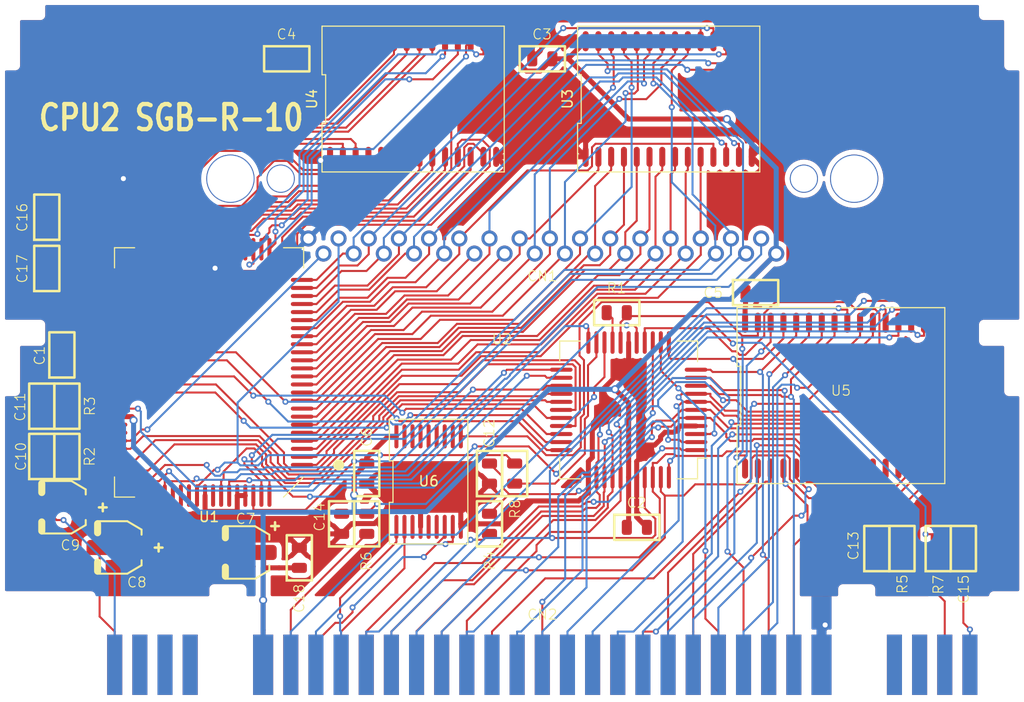
<source format=kicad_pcb>
(kicad_pcb (version 20240108) (generator "pcbnew") (generator_version "8.0")
  (layers (0 "F.Cu" signal) (31 "B.Cu" signal) (34 "B.Paste" user) (35 "F.Paste" user) (36 "B.SilkS" user "B.Silkscreen") (37 "F.SilkS" user "F.Silkscreen") (38 "B.Mask" user) (39 "F.Mask" user) (44 "Edge.Cuts" user))
  (net 0 "")
  (net 1 "/A4.Sys")
  (net 2 "/D7.Sys")
  (net 3 "/A7.Sys")
  (net 4 "/~{Read}.Sys")
  (net 5 "/D3.Sys")
  (net 6 "/A0.Sys")
  (net 7 "/A10.Sys")
  (net 8 "/D6.Sys")
  (net 9 "/A1.Sys")
  (net 10 "/A3.Sys")
  (net 11 "/A12.Sys")
  (net 12 "/VCC")
  (net 13 "/A6.Sys")
  (net 14 "/D5.Sys")
  (net 15 "/BA1.Sys")
  (net 16 "/BA0.Sys")
  (net 17 "/A2.Sys")
  (net 18 "/A13.Sys")
  (net 19 "/D0.Sys")
  (net 20 "/CIC.~{RESET}")
  (net 21 "/GND")
  (net 22 "/~{Cart}")
  (net 23 "/D4.Sys")
  (net 24 "/D2.Sys")
  (net 25 "/A9.Sys")
  (net 26 "/D1.Sys")
  (net 27 "/BA2.Sys")
  (net 28 "/A14.Sys")
  (net 29 "/A5.Sys")
  (net 30 "/A11.Sys")
  (net 31 "/A8.Sys")
  (net 32 "/GBCart.A10")
  (net 33 "/GBCart.~{Read}")
  (net 34 "/GBCart.D0")
  (net 35 "/GBCart.A4")
  (net 36 "/GBCart.A9")
  (net 37 "/GBCart.A0")
  (net 38 "/GBCart.D4")
  (net 39 "/GBCart.A12")
  (net 40 "/GBCart.A1")
  (net 41 "/GBCart.D6")
  (net 42 "/GBCart.~{CS}")
  (net 43 "/GBCart.A14")
  (net 44 "/GBCart.~{Write}")
  (net 45 "/GBCart.A7")
  (net 46 "/GBCart.D1")
  (net 47 "/GBCart.A5")
  (net 48 "/GBCart.D5")
  (net 49 "/GBCart.D3")
  (net 50 "/GBCart.D2")
  (net 51 "/GBCart.A2")
  (net 52 "/GBCart.A6")
  (net 53 "/GBCart.A11")
  (net 54 "/GBCart.A8")
  (net 55 "/GBCart.A3")
  (net 56 "/GBCart.D7")
  (net 57 "/VRAM.A10")
  (net 58 "/VRAM.A2")
  (net 59 "/VRAM.A5")
  (net 60 "/VRAM.A1")
  (net 61 "/VRAM.~{CE1}")
  (net 62 "/VRAM.A3")
  (net 63 "/VRAM.~{OE}")
  (net 64 "/VRAM.D1")
  (net 65 "/VRAM.D4")
  (net 66 "/VRAM.A7")
  (net 67 "/VRAM.D7")
  (net 68 "/VRAM.A12")
  (net 69 "/VRAM.D5")
  (net 70 "/VRAM.A0")
  (net 71 "/VRAM.D6")
  (net 72 "/VRAM.~{Write}")
  (net 73 "/VRAM.D3")
  (net 74 "/VRAM.A9")
  (net 75 "/VRAM.A4")
  (net 76 "/VRAM.A6")
  (net 77 "/VRAM.D0")
  (net 78 "/VRAM.D2")
  (net 79 "/VRAM.A8")
  (net 80 "/VRAM.A11")
  (net 81 "/GB.PL1")
  (net 82 "/GB.S")
  (net 83 "/GB.Clock.In")
  (net 84 "/A15.Sys")
  (net 85 "/BA6.Sys")
  (net 86 "/GB.CPL")
  (net 87 "Net-(U2-REFRESH)")
  (net 88 "/GB.CP")
  (net 89 "/~{Sys.Reset}")
  (net 90 "/GB.LD0")
  (net 91 "/GB.PL2")
  (net 92 "Net-(U2-EXP_CLK_IN)")
  (net 93 "/~{Write.Sys}")
  (net 94 "/GB.PL0")
  (net 95 "/GB.PL4")
  (net 96 "/GB.PL3")
  (net 97 "/GB.LD1")
  (net 98 "/GB.PL5")
  (net 99 "/GB.ST")
  (net 100 "Net-(U2-~{RCS})")
  (net 101 "Net-(U2-CPU_Clock)")
  (net 102 "Net-(U2-EXP_CLK_OUT)")
  (net 103 "Net-(U2-GB_~{RESET})")
  (net 104 "/GBCart.Clock")
  (net 105 "/GBCart.A13")
  (net 106 "/GBCart.~{Reset}")
  (net 107 "/GBCart.A15")
  (net 108 "/GBCart.Audio")
  (net 111 "/CIC.Out.P2")
  (net 114 "/CIC.In.P7")
  (net 115 "/CIC.Out.P1")
  (net 120 "/CIC.In.P6")
  (net 127 "/L_Audio")
  (net 131 "/Clock.Sys")
  (net 136 "/CPU.Clock")
  (net 139 "/R_Audio")
  (net 140 "/Refresh.Sys")
  (net 146 "/GB.LOUT")
  (net 152 "/GB.ROUT")
  (net 153 "Net-(C10-Pad1)")
  (net 154 "Net-(C11-Pad2)")
  (net 155 "Net-(C15-Pad2)")
  (footprint "SNES:0805 SMD" (layer "F.Cu") (at 191.75 104.56 90)
    (property "Reference" "C15")
    (property "Value" "33P")
  )
  (footprint "SNES:0805 SMD" (layer "F.Cu") (at 144.65 102.1 90)
    (property "Reference" "R4")
    (property "Value" "220 Ohm")
  )
  (footprint "SNES:Electrolytic Cap" (layer "F.Cu") (at 107.7 104.45 180)
    (property "Reference" "C8")
    (property "Value" "4.7 uF 6.3V")
  )
  (footprint "SNES:0805 SMD" (layer "F.Cu") (at 183.15 104.56 90)
    (property "Reference" "C13")
    (property "Value" "10P")
  )
  (footprint "SNES:LH52A64N SRAM" (layer "F.Cu") (at 162.46 59.85)
    (property "Reference" "U3")
    (property "Value" "~")
  )
  (footprint "SNES:0805 SMD" (layer "F.Cu") (at 100.15 95.4 90)
    (property "Reference" "C10")
    (property "Value" "104")
  )
  (footprint "SNES:0805 SMD" (layer "F.Cu") (at 157.3 81.1)
    (property "Reference" "R1")
    (property "Value" "510K Ohm")
  )
  (footprint "SNES:0805 SMD" (layer "F.Cu") (at 129.95 102.1 90)
    (property "Reference" "C14")
    (property "Value" "10P")
  )
  (footprint "SNES:GB Cartridge Slot" (layer "F.Cu") (at 149.9 74.47)
    (property "Reference" "CN1")
    (property "Value" "Gameboy Cartridge Connector")
  )
  (footprint "SNES:0805 SMD" (layer "F.Cu") (at 125.75 105.48 90)
    (property "Reference" "C18")
    (property "Value" "103")
  )
  (footprint "SNES:0805 SMD" (layer "F.Cu") (at 100.65 76.7 90)
    (property "Reference" "C17")
    (property "Value" "51P")
  )
  (footprint "SNES:0805 SMD" (layer "F.Cu") (at 149.9 55.85)
    (property "Reference" "C3")
    (property "Value" "103")
  )
  (footprint "SNES:0805 SMD" (layer "F.Cu") (at 159.3 102.45)
    (property "Reference" "C2")
    (property "Value" "103")
  )
  (footprint "SNES:0805 SMD" (layer "F.Cu") (at 144.65 97.1 90)
    (property "Reference" "C12")
    (property "Value" "10P - Not Populated")
  )
  (footprint "SNES:0805 SMD" (layer "F.Cu") (at 102.65 95.4 90)
    (property "Reference" "R2")
    (property "Value" "910 Ohm")
  )
  (footprint "SNES:0805 SMD" (layer "F.Cu") (at 102.15 85.3 90)
    (property "Reference" "C1")
    (property "Value" "103")
  )
  (footprint "SNES:0805 SMD" (layer "F.Cu") (at 147.15 97.1 90)
    (property "Reference" "R8")
    (property "Value" "10K Ohm")
  )
  (footprint "SNES:0805 SMD" (layer "F.Cu") (at 189.25 104.56 90)
    (property "Reference" "R7")
    (property "Value" "510 Ohm")
  )
  (footprint "SNES:F411A CIC" (layer "F.Cu") (at 138.6 97.9)
    (property "Reference" "U6")
    (property "Value" "~")
  )
  (footprint "SNES:0805 SMD" (layer "F.Cu") (at 100.65 71.6 90)
    (property "Reference" "C16")
    (property "Value" "51P")
  )
  (footprint "SNES:0805 SMD" (layer "F.Cu") (at 132.45 97.1 90)
    (property "Reference" "C6")
    (property "Value" "103")
  )
  (footprint "SNES:0805 SMD" (layer "F.Cu") (at 171.1 79.1)
    (property "Reference" "C5")
    (property "Value" "103")
  )
  (footprint "SNES:0805 SMD" (layer "F.Cu") (at 102.65 90.4 90)
    (property "Reference" "R3")
    (property "Value" "910 Ohm")
  )
  (footprint "SNES:LH52A64N SRAM" (layer "F.Cu") (at 137.06 59.85)
    (property "Reference" "U4")
    (property "Value" "~")
  )
  (footprint "SNES:SYS-SGB-2 ROM" (layer "F.Cu") (at 179.58 89.35)
    (property "Reference" "U5")
    (property "Value" "~")
  )
  (footprint "SNES:Edge Connector" (layer "F.Cu") (at 149.9 116.12)
    (property "Reference" "CN2")
    (property "Value" "~")
  )
  (footprint "SNES:Electrolytic Cap" (layer "F.Cu") (at 120.4 104.95 180)
    (property "Reference" "C7")
    (property "Value" "22 uF 6.3V")
  )
  (footprint "SNES:Electrolytic Cap" (layer "F.Cu") (at 102.15 100.45 180)
    (property "Reference" "C9")
    (property "Value" "4.7 uF 6.3V")
  )
  (footprint "SNES:0805 SMD" (layer "F.Cu") (at 132.45 102.1 90)
    (property "Reference" "R6")
    (property "Value" "220 Ohm")
  )
  (footprint "SNES:0805 SMD" (layer "F.Cu") (at 124.5 55.85)
    (property "Reference" "C4")
    (property "Value" "103")
  )
  (footprint "SNES:CPU SGB" (layer "F.Cu") (at 116.78 87.04 180)
    (property "Reference" "U1")
    (property "Value" "~")
  )
  (footprint "SNES:0805 SMD" (layer "F.Cu") (at 100.15 90.4 90)
    (property "Reference" "C11")
    (property "Value" "104")
  )
  (footprint "SNES:0805 SMD" (layer "F.Cu") (at 185.65 104.56 90)
    (property "Reference" "R5")
    (property "Value" "220 Ohm")
  )
  (footprint "SNES:ICD2-R" (layer "F.Cu") (at 158.48 90.77 180)
    (property "Reference" "U2")
    (property "Value" "~")
  )
  (gr_line (start 193.8 83.9) (end 193.8 82.3) (stroke (width 0.002)) (layer "Edge.Cuts"))
  (gr_line (start 100 50) (end 100 51.5) (stroke (width 0.002)) (layer "Edge.Cuts"))
  (gr_line (start 179.8 119.8) (end 179.8 108.6) (stroke (width 0.002)) (layer "Edge.Cuts"))
  (gr_line (start 100 83.9) (end 100 82.3) (stroke (width 0.002)) (layer "Edge.Cuts"))
  (gr_line (start 100 83.9) (end 97.5 83.9) (stroke (width 0.002)) (layer "Edge.Cuts"))
  (gr_line (start 179.8 108.6) (end 182.5 108.6) (stroke (width 0.002)) (layer "Edge.Cuts"))
  (gr_line (start 117.3 108.6) (end 120 108.6) (stroke (width 0.002)) (layer "Edge.Cuts"))
  (gr_line (start 196.3 56.5) (end 197.8 56.5) (stroke (width 0.002)) (layer "Edge.Cuts"))
  (gr_line (start 194.8 119.8) (end 182.5 119.8) (stroke (width 0.002)) (layer "Edge.Cuts"))
  (gr_line (start 96 56.5) (end 96 82.3) (stroke (width 0.002)) (layer "Edge.Cuts"))
  (gr_line (start 97.5 51.5) (end 97.5 56.5) (stroke (width 0.002)) (layer "Edge.Cuts"))
  (gr_line (start 97.5 88.9) (end 96 88.9) (stroke (width 0.002)) (layer "Edge.Cuts"))
  (gr_line (start 197.8 56.5) (end 197.8 82.3) (stroke (width 0.002)) (layer "Edge.Cuts"))
  (gr_line (start 193.8 51.5) (end 196.3 51.5) (stroke (width 0.002)) (layer "Edge.Cuts"))
  (gr_line (start 96 56.5) (end 97.5 56.5) (stroke (width 0.002)) (layer "Edge.Cuts"))
  (gr_line (start 97.5 51.5) (end 100 51.5) (stroke (width 0.002)) (layer "Edge.Cuts"))
  (gr_line (start 96 82.3) (end 100 82.3) (stroke (width 0.002)) (layer "Edge.Cuts"))
  (gr_line (start 179.8 119.8) (end 120 119.8) (stroke (width 0.002)) (layer "Edge.Cuts"))
  (gr_line (start 105 119.8) (end 105 109.3) (stroke (width 0.002)) (layer "Edge.Cuts"))
  (gr_line (start 196.3 51.5) (end 196.3 56.5) (stroke (width 0.002)) (layer "Edge.Cuts"))
  (gr_line (start 96 88.9) (end 96 109.3) (stroke (width 0.002)) (layer "Edge.Cuts"))
  (gr_line (start 197.8 88.9) (end 197.8 109.3) (stroke (width 0.002)) (layer "Edge.Cuts"))
  (gr_line (start 193.8 51.5) (end 193.8 50) (stroke (width 0.002)) (layer "Edge.Cuts"))
  (gr_line (start 117.3 119.8) (end 117.3 108.6) (stroke (width 0.002)) (layer "Edge.Cuts"))
  (gr_line (start 197.8 88.9) (end 196.3 88.9) (stroke (width 0.002)) (layer "Edge.Cuts"))
  (gr_line (start 120 119.8) (end 120 108.6) (stroke (width 0.002)) (layer "Edge.Cuts"))
  (gr_line (start 105 119.8) (end 117.3 119.8) (stroke (width 0.002)) (layer "Edge.Cuts"))
  (gr_line (start 100 50) (end 193.8 50) (stroke (width 0.002)) (layer "Edge.Cuts"))
  (gr_line (start 182.5 119.8) (end 182.5 108.6) (stroke (width 0.002)) (layer "Edge.Cuts"))
  (gr_line (start 196.3 88.9) (end 196.3 83.9) (stroke (width 0.002)) (layer "Edge.Cuts"))
  (gr_line (start 96 109.3) (end 105 109.3) (stroke (width 0.002)) (layer "Edge.Cuts"))
  (gr_line (start 193.8 82.3) (end 197.8 82.3) (stroke (width 0.002)) (layer "Edge.Cuts"))
  (gr_line (start 196.3 83.9) (end 193.8 83.9) (stroke (width 0.002)) (layer "Edge.Cuts"))
  (gr_line (start 194.8 109.3) (end 197.8 109.3) (stroke (width 0.002)) (layer "Edge.Cuts"))
  (gr_line (start 194.8 119.8) (end 194.8 109.3) (stroke (width 0.002)) (layer "Edge.Cuts"))
  (gr_line (start 97.5 83.9) (end 97.5 88.9) (stroke (width 0.002)) (layer "Edge.Cuts"))
  (gr_text "CPU2 SGB-R-10" (at 99.64 63.17 0) (layer "F.SilkS") (effects (font (size 2.5 2) (thickness 0.425) (bold yes)) (justify left bottom)))
  (segment (start 168.8389 92.1433) (end 168.6879 91.9923) (width 0.2) (layer "F.Cu") (net 1))
  (segment (start 178.945 95.2983) (end 175.79 92.1433) (width 0.2) (layer "F.Cu") (net 1))
  (segment (start 175.79 92.1433) (end 168.8389 92.1433) (width 0.2) (layer "F.Cu") (net 1))
  (segment (start 178.945 96.6) (end 178.945 95.2983) (width 0.2) (layer "F.Cu") (net 1))
  (via (at 168.6879 91.9923) (size 0.6) (drill 0.3) (layers "F.Cu" "B.Cu") (net 1))
  (segment (start 158.9672 112.8183) (end 166.7429 105.0426) (width 0.2) (layer "B.Cu") (net 1))
  (segment (start 168.6879 92.4028) (end 168.6879 91.9923) (width 0.2) (layer "B.Cu") (net 1))
  (segment (start 157.4 112.8183) (end 158.9672 112.8183) (width 0.2) (layer "B.Cu") (net 1))
  (segment (start 157.4 116.12) (end 157.4 112.8183) (width 0.2) (layer "B.Cu") (net 1))
  (segment (start 166.7429 94.3478) (end 168.6879 92.4028) (width 0.2) (layer "B.Cu") (net 1))
  (segment (start 166.7429 105.0426) (end 166.7429 94.3478) (width 0.2) (layer "B.Cu") (net 1))
  (segment (start 134.9 116.12) (end 134.9 112.8183) (width 0.2) (layer "F.Cu") (net 2))
  (segment (start 155.4834 93.3564) (end 155.623 93.2168) (width 0.2) (layer "F.Cu") (net 2))
  (segment (start 155.28 97.47) (end 155.28 96.0433) (width 0.2) (layer "F.Cu") (net 2))
  (segment (start 155.6058 100.1618) (end 155.6058 99.2225) (width 0.2) (layer "F.Cu") (net 2))
  (segment (start 184.025 80.7983) (end 183.8045 80.5778) (width 0.2) (layer "F.Cu") (net 2))
  (segment (start 155.28 96.0433) (end 155.4834 95.8399) (width 0.2) (layer "F.Cu") (net 2))
  (segment (start 155.4834 95.8399) (end 155.4834 93.3564) (width 0.2) (layer "F.Cu") (net 2))
  (segment (start 155.6058 99.2225) (end 155.28 98.8967) (width 0.2) (layer "F.Cu") (net 2))
  (segment (start 149.787 100.8726) (end 153.8944 100.8726) (width 0.2) (layer "F.Cu") (net 2))
  (segment (start 142.9477 107.7119) (end 149.787 100.8726) (width 0.2) (layer "F.Cu") (net 2))
  (segment (start 155.28 97.5751) (end 155.28 97.47) (width 0.2) (layer "F.Cu") (net 2))
  (segment (start 154.2506 100.5164) (end 155.2512 100.5164) (width 0.2) (layer "F.Cu") (net 2))
  (segment (start 155.28 97.5751) (end 155.28 98.8967) (width 0.2) (layer "F.Cu") (net 2))
  (segment (start 184.025 82.1) (end 184.025 80.7983) (width 0.2) (layer "F.Cu") (net 2))
  (segment (start 134.9 112.8183) (end 140.0064 107.7119) (width 0.2) (layer "F.Cu") (net 2))
  (segment (start 153.8944 100.8726) (end 154.2506 100.5164) (width 0.2) (layer "F.Cu") (net 2))
  (segment (start 155.2512 100.5164) (end 155.6058 100.1618) (width 0.2) (layer "F.Cu") (net 2))
  (segment (start 140.0064 107.7119) (end 142.9477 107.7119) (width 0.2) (layer "F.Cu") (net 2))
  (segment (start 183.8045 80.5778) (end 183.7252 80.5778) (width 0.2) (layer "F.Cu") (net 2))
  (via (at 155.623 93.2168) (size 0.6) (drill 0.3) (layers "F.Cu" "B.Cu") (net 2))
  (via (at 183.7252 80.5778) (size 0.6) (drill 0.3) (layers "F.Cu" "B.Cu") (net 2))
  (segment (start 182.2172 82.0858) (end 165.9851 82.0858) (width 0.2) (layer "B.Cu") (net 2))
  (segment (start 155.623 92.4479) (end 155.623 93.2168) (width 0.2) (layer "B.Cu") (net 2))
  (segment (start 165.9851 82.0858) (end 155.623 92.4479) (width 0.2) (layer "B.Cu") (net 2))
  (segment (start 183.7252 80.5778) (end 182.2172 82.0858) (width 0.2) (layer "B.Cu") (net 2))
  (segment (start 176.2446 98.6535) (end 176.3812 98.6535) (width 0.2) (layer "F.Cu") (net 3))
  (segment (start 175.135 97.5439) (end 176.2446 98.6535) (width 0.2) (layer "F.Cu") (net 3))
  (segment (start 174.853471 101.29) (end 170.66 105.483471) (width 0.2) (layer "F.Cu") (net 3))
  (segment (start 175.65 101.29) (end 174.853471 101.29) (width 0.2) (layer "F.Cu") (net 3))
  (segment (start 175.135 96.6) (end 175.135 97.5439) (width 0.2) (layer "F.Cu") (net 3))
  (via (at 175.65 101.29) (size 0.6) (drill 0.3) (layers "F.Cu" "B.Cu") (net 3))
  (via (at 176.3812 98.6535) (size 0.6) (drill 0.3) (layers "F.Cu" "B.Cu") (net 3))
  (via (at 170.66 105.483471) (size 0.6) (drill 0.3) (layers "F.Cu" "B.Cu") (net 3))
  (segment (start 170.66 105.83) (end 164.9 111.59) (width 0.2) (layer "B.Cu") (net 3))
  (segment (start 175.65 101.29) (end 176.05 100.89) (width 0.2) (layer "B.Cu") (net 3))
  (segment (start 164.9 111.59) (end 164.9 116.12) (width 0.2) (layer "B.Cu") (net 3))
  (segment (start 176.05 98.9847) (end 176.3812 98.6535) (width 0.2) (layer "B.Cu") (net 3))
  (segment (start 170.66 105.483471) (end 170.66 105.83) (width 0.2) (layer "B.Cu") (net 3))
  (segment (start 176.05 100.89) (end 176.05 98.9847) (width 0.2) (layer "B.Cu") (net 3))
  (segment (start 180.215 82.1) (end 180.215 80.7983) (width 0.2) (layer "F.Cu") (net 4))
  (segment (start 180.215 80.7983) (end 179.4896 80.7983) (width 0.2) (layer "F.Cu") (net 4))
  (segment (start 144.0623 103.6877) (end 144.65 103.1) (width 0.2) (layer "F.Cu") (net 4))
  (segment (start 179.4896 80.7983) (end 179.3472 80.6559) (width 0.2) (layer "F.Cu") (net 4))
  (segment (start 142.7791 103.6877) (end 144.0623 103.6877) (width 0.2) (layer "F.Cu") (net 4))
  (via (at 142.7791 103.6877) (size 0.6) (drill 0.3) (layers "F.Cu" "B.Cu") (net 4))
  (via (at 179.3472 80.6559) (size 0.6) (drill 0.3) (layers "F.Cu" "B.Cu") (net 4))
  (segment (start 166.229 80.6559) (end 143.1972 103.6877) (width 0.2) (layer "B.Cu") (net 4))
  (segment (start 143.1972 103.6877) (end 142.7791 103.6877) (width 0.2) (layer "B.Cu") (net 4))
  (segment (start 133.6485 112.8183) (end 142.7791 103.6877) (width 0.2) (layer "B.Cu") (net 4))
  (segment (start 179.3472 80.6559) (end 166.229 80.6559) (width 0.2) (layer "B.Cu") (net 4))
  (segment (start 132.4 112.8183) (end 133.6485 112.8183) (width 0.2) (layer "B.Cu") (net 4))
  (segment (start 132.4 116.12) (end 132.4 112.8183) (width 0.2) (layer "B.Cu") (net 4))
  (segment (start 160.08 97.47) (end 160.08 100.5443) (width 0.2) (layer "F.Cu") (net 5))
  (segment (start 161.1345 103.2077) (end 160.8332 103.509) (width 0.2) (layer "F.Cu") (net 5))
  (segment (start 189.105 81.7876) (end 187.2435 79.9261) (width 0.2) (layer "F.Cu") (net 5))
  (segment (start 187.2435 79.9261) (end 181.8645 79.9261) (width 0.2) (layer "F.Cu") (net 5))
  (segment (start 160.8332 103.509) (end 150.8828 103.509) (width 0.2) (layer "F.Cu") (net 5))
  (segment (start 160.08 100.5443) (end 161.1345 101.5988) (width 0.2) (layer "F.Cu") (net 5))
  (segment (start 189.105 82.1) (end 189.105 81.7876) (width 0.2) (layer "F.Cu") (net 5))
  (segment (start 161.1345 101.5988) (end 161.1345 103.2077) (width 0.2) (layer "F.Cu") (net 5))
  (via (at 150.8828 103.509) (size 0.6) (drill 0.3) (layers "F.Cu" "B.Cu") (net 5))
  (via (at 181.8645 79.9261) (size 0.6) (drill 0.3) (layers "F.Cu" "B.Cu") (net 5))
  (segment (start 150.6543 96.8428) (end 166.2162 81.2809) (width 0.2) (layer "B.Cu") (net 5))
  (segment (start 134.9 116.12) (end 134.9 112.8183) (width 0.2) (layer "B.Cu") (net 5))
  (segment (start 144.2093 103.509) (end 150.6543 103.509) (width 0.2) (layer "B.Cu") (net 5))
  (segment (start 150.8828 103.509) (end 150.6543 103.509) (width 0.2) (layer "B.Cu") (net 5))
  (segment (start 180.5097 81.2809) (end 181.8645 79.9261) (width 0.2) (layer "B.Cu") (net 5))
  (segment (start 166.2162 81.2809) (end 180.5097 81.2809) (width 0.2) (layer "B.Cu") (net 5))
  (segment (start 150.6543 103.509) (end 150.6543 96.8428) (width 0.2) (layer "B.Cu") (net 5))
  (segment (start 134.9 112.8183) (end 144.2093 103.509) (width 0.2) (layer "B.Cu") (net 5))
  (segment (start 168.5852 93.8569) (end 170.744 93.8569) (width 0.2) (layer "F.Cu") (net 6))
  (segment (start 184.025 96.6) (end 184.025 97.9017) (width 0.2) (layer "F.Cu") (net 6))
  (segment (start 170.9408 93.6601) (end 175.0417 93.6601) (width 0.2) (layer "F.Cu") (net 6))
  (segment (start 165.0275 91.57) (end 165.18 91.57) (width 0.2) (layer "F.Cu") (net 6))
  (segment (start 177.04 97.5231) (end 178.2412 98.7243) (width 0.2) (layer "F.Cu") (net 6))
  (segment (start 177.04 95.6584) (end 177.04 97.5231) (width 0.2) (layer "F.Cu") (net 6))
  (segment (start 165.0275 91.57) (end 163.7533 91.57) (width 0.2) (layer "F.Cu") (net 6))
  (segment (start 168.184 93.1473) (end 168.184 93.4557) (width 0.2) (layer "F.Cu") (net 6))
  (segment (start 161.5029 92.4377) (end 161.4188 92.5218) (width 0.2) (layer "F.Cu") (net 6))
  (segment (start 165.18 91.57) (end 166.6067 91.57) (width 0.2) (layer "F.Cu") (net 6))
  (segment (start 178.2412 98.7243) (end 183.2024 98.7243) (width 0.2) (layer "F.Cu") (net 6))
  (segment (start 166.6067 91.57) (end 168.184 93.1473) (width 0.2) (layer "F.Cu") (net 6))
  (segment (start 175.0417 93.6601) (end 177.04 95.6584) (width 0.2) (layer "F.Cu") (net 6))
  (segment (start 170.744 93.8569) (end 170.9408 93.6601) (width 0.2) (layer "F.Cu") (net 6))
  (segment (start 183.2024 98.7243) (end 184.025 97.9017) (width 0.2) (layer "F.Cu") (net 6))
  (segment (start 163.7533 91.57) (end 163.566 91.57) (width 0.2) (layer "F.Cu") (net 6))
  (segment (start 163.566 91.57) (end 162.6983 92.4377) (width 0.2) (layer "F.Cu") (net 6))
  (segment (start 168.184 93.4557) (end 168.5852 93.8569) (width 0.2) (layer "F.Cu") (net 6))
  (segment (start 162.6983 92.4377) (end 161.5029 92.4377) (width 0.2) (layer "F.Cu") (net 6))
  (via (at 161.4188 92.5218) (size 0.6) (drill 0.3) (layers "F.Cu" "B.Cu") (net 6))
  (segment (start 153.8948 106.7147) (end 153.8948 99.5013) (width 0.2) (layer "B.Cu") (net 6))
  (segment (start 147.7912 112.8183) (end 153.8948 106.7147) (width 0.2) (layer "B.Cu") (net 6))
  (segment (start 160.8743 92.5218) (end 161.4188 92.5218) (width 0.2) (layer "B.Cu") (net 6))
  (segment (start 153.8948 99.5013) (end 160.8743 92.5218) (width 0.2) (layer "B.Cu") (net 6))
  (segment (start 147.4 116.12) (end 147.4 112.8183) (width 0.2) (layer "B.Cu") (net 6))
  (segment (start 147.4 112.8183) (end 147.7912 112.8183) (width 0.2) (layer "B.Cu") (net 6))
  (segment (start 175.2265 88.5686) (end 176.3181 88.5686) (width 0.2) (layer "F.Cu") (net 7))
  (segment (start 181.485 82.1) (end 181.485 83.4017) (width 0.2) (layer "F.Cu") (net 7))
  (segment (start 176.3181 88.5686) (end 181.485 83.4017) (width 0.2) (layer "F.Cu") (net 7))
  (via (at 175.2265 88.5686) (size 0.6) (drill 0.3) (layers "F.Cu" "B.Cu") (net 7))
  (segment (start 174.9167 88.2588) (end 175.2265 88.5686) (width 0.2) (layer "B.Cu") (net 7))
  (segment (start 173.2606 111.9577) (end 173.2606 88.6998) (width 0.2) (layer "B.Cu") (net 7))
  (segment (start 172.4 112.8183) (end 173.2606 111.9577) (width 0.2) (layer "B.Cu") (net 7))
  (segment (start 173.2606 88.6998) (end 173.7016 88.2588) (width 0.2) (layer "B.Cu") (net 7))
  (segment (start 173.7016 88.2588) (end 174.9167 88.2588) (width 0.2) (layer "B.Cu") (net 7))
  (segment (start 172.4 116.12) (end 172.4 112.8183) (width 0.2) (layer "B.Cu") (net 7))
  (segment (start 156.08 97.47) (end 156.08 96.0433) (width 0.2) (layer "F.Cu") (net 8))
  (segment (start 156.0075 100.3323) (end 156.0075 98.9692) (width 0.2) (layer "F.Cu") (net 8))
  (segment (start 156.1053 96.018) (end 156.1053 93.9581) (width 0.2) (layer "F.Cu") (net 8))
  (segment (start 137.4 112.78) (end 142.0681 108.1119) (width 0.2) (layer "F.Cu") (net 8))
  (segment (start 185.295 82.1) (end 185.295 83.4017) (width 0.2) (layer "F.Cu") (net 8))
  (segment (start 143.113386 108.1119) (end 149.905486 101.3198) (width 0.2) (layer "F.Cu") (net 8))
  (segment (start 155.8079 100.5319) (end 156.0075 100.3323) (width 0.2) (layer "F.Cu") (net 8))
  (segment (start 156.08 96.0433) (end 156.1053 96.018) (width 0.2) (layer "F.Cu") (net 8))
  (segment (start 137.4 116.12) (end 137.4 112.78) (width 0.2) (layer "F.Cu") (net 8))
  (segment (start 142.0681 108.1119) (end 143.113386 108.1119) (width 0.2) (layer "F.Cu") (net 8))
  (segment (start 185.295 83.4017) (end 184.5584 83.4017) (width 0.2) (layer "F.Cu") (net 8))
  (segment (start 149.905486 101.3198) (end 155.0158 101.3198) (width 0.2) (layer "F.Cu") (net 8))
  (segment (start 156.08 98.8967) (end 156.08 97.47) (width 0.2) (layer "F.Cu") (net 8))
  (segment (start 155.8037 100.5319) (end 155.8079 100.5319) (width 0.2) (layer "F.Cu") (net 8))
  (segment (start 184.5584 83.4017) (end 184.3949 83.5652) (width 0.2) (layer "F.Cu") (net 8))
  (segment (start 155.0158 101.3198) (end 155.8037 100.5319) (width 0.2) (layer "F.Cu") (net 8))
  (segment (start 156.0075 98.9692) (end 156.08 98.8967) (width 0.2) (layer "F.Cu") (net 8))
  (via (at 184.3949 83.5652) (size 0.6) (drill 0.3) (layers "F.Cu" "B.Cu") (net 8))
  (via (at 156.1053 93.9581) (size 0.6) (drill 0.3) (layers "F.Cu" "B.Cu") (net 8))
  (segment (start 157.116 93.2327) (end 157.116 93.2306) (width 0.2) (layer "B.Cu") (net 8))
  (segment (start 156.1053 93.9581) (end 156.4782 93.5852) (width 0.2) (layer "B.Cu") (net 8))
  (segment (start 156.7635 93.5852) (end 157.116 93.2327) (width 0.2) (layer "B.Cu") (net 8))
  (segment (start 156.4782 93.5852) (end 156.7635 93.5852) (width 0.2) (layer "B.Cu") (net 8))
  (segment (start 166.2952 83.5652) (end 184.3949 83.5652) (width 0.2) (layer "B.Cu") (net 8))
  (segment (start 158.1716 91.6888) (end 166.2952 83.5652) (width 0.2) (layer "B.Cu") (net 8))
  (segment (start 157.116 93.2306) (end 158.1716 92.175) (width 0.2) (layer "B.Cu") (net 8))
  (segment (start 158.1716 92.175) (end 158.1716 91.6888) (width 0.2) (layer "B.Cu") (net 8))
  (segment (start 168.44 92.6033) (end 175.5652 92.6033) (width 0.2) (layer "F.Cu") (net 9))
  (segment (start 178.31 95.3481) (end 178.31 97.5263) (width 0.2) (layer "F.Cu") (net 9))
  (segment (start 163.7533 90.77) (end 162.6891 91.8342) (width 0.2) (layer "F.Cu") (net 9))
  (segment (start 165.18 90.77) (end 163.7533 90.77) (width 0.2) (layer "F.Cu") (net 9))
  (segment (start 182.3431 98.3136) (end 182.755 97.9017) (width 0.2) (layer "F.Cu") (net 9))
  (segment (start 162.6891 91.8342) (end 161.2329 91.8342) (width 0.2) (layer "F.Cu") (net 9))
  (segment (start 182.755 96.6) (end 182.755 97.9017) (width 0.2) (layer "F.Cu") (net 9))
  (segment (start 161.2329 91.8342) (end 160.7887 92.2784) (width 0.2) (layer "F.Cu") (net 9))
  (segment (start 175.5652 92.6033) (end 178.31 95.3481) (width 0.2) (layer "F.Cu") (net 9))
  (segment (start 166.6067 90.77) (end 168.44 92.6033) (width 0.2) (layer "F.Cu") (net 9))
  (segment (start 160.7887 92.2784) (end 160.7887 93.4741) (width 0.2) (layer "F.Cu") (net 9))
  (segment (start 179.0973 98.3136) (end 182.3431 98.3136) (width 0.2) (layer "F.Cu") (net 9))
  (segment (start 178.31 97.5263) (end 179.0973 98.3136) (width 0.2) (layer "F.Cu") (net 9))
  (segment (start 165.18 90.77) (end 166.6067 90.77) (width 0.2) (layer "F.Cu") (net 9))
  (via (at 160.7887 93.4741) (size 0.6) (drill 0.3) (layers "F.Cu" "B.Cu") (net 9))
  (segment (start 154.2965 108.4218) (end 154.2965 99.7439) (width 0.2) (layer "B.Cu") (net 9))
  (segment (start 149.9 112.8183) (end 154.2965 108.4218) (width 0.2) (layer "B.Cu") (net 9))
  (segment (start 154.2965 99.7439) (end 160.5663 93.4741) (width 0.2) (layer "B.Cu") (net 9))
  (segment (start 160.5663 93.4741) (end 160.7887 93.4741) (width 0.2) (layer "B.Cu") (net 9))
  (segment (start 149.9 116.12) (end 149.9 112.8183) (width 0.2) (layer "B.Cu") (net 9))
  (segment (start 176.2566 91.3399) (end 169.8475 91.3399) (width 0.2) (layer "F.Cu") (net 10))
  (segment (start 163.7533 89.2042) (end 163.4472 89.5103) (width 0.2) (layer "F.Cu") (net 10))
  (segment (start 163.7533 89.17) (end 163.7533 89.2042) (width 0.2) (layer "F.Cu") (net 10))
  (segment (start 165.18 89.17) (end 166.6067 89.17) (width 0.2) (layer "F.Cu") (net 10))
  (segment (start 169.3542 90.8466) (end 168.0565 90.8466) (width 0.2) (layer "F.Cu") (net 10))
  (segment (start 168.0565 90.8466) (end 166.6067 89.3968) (width 0.2) (layer "F.Cu") (net 10))
  (segment (start 165.18 89.17) (end 163.7533 89.17) (width 0.2) (layer "F.Cu") (net 10))
  (segment (start 169.8475 91.3399) (end 169.3542 90.8466) (width 0.2) (layer "F.Cu") (net 10))
  (segment (start 180.215 96.6) (end 180.215 95.2983) (width 0.2) (layer "F.Cu") (net 10))
  (segment (start 166.6067 89.3968) (end 166.6067 89.17) (width 0.2) (layer "F.Cu") (net 10))
  (segment (start 180.215 95.2983) (end 176.2566 91.3399) (width 0.2) (layer "F.Cu") (net 10))
  (via (at 163.4472 89.5103) (size 0.6) (drill 0.3) (layers "F.Cu" "B.Cu") (net 10))
  (segment (start 154.9 112.8183) (end 163.8515 103.8668) (width 0.2) (layer "B.Cu") (net 10))
  (segment (start 163.8515 89.9146) (end 163.4472 89.5103) (width 0.2) (layer "B.Cu") (net 10))
  (segment (start 154.9 116.12) (end 154.9 112.8183) (width 0.2) (layer "B.Cu") (net 10))
  (segment (start 163.8515 103.8668) (end 163.8515 89.9146) (width 0.2) (layer "B.Cu") (net 10))
  (segment (start 173.9893 88.8629) (end 173.9276 88.8012) (width 0.2) (layer "F.Cu") (net 11))
  (segment (start 165.18 87.57) (end 166.6067 87.57) (width 0.2) (layer "F.Cu") (net 11))
  (segment (start 167.8379 88.8012) (end 166.6067 87.57) (width 0.2) (layer "F.Cu") (net 11))
  (segment (start 174.0847 98.1214) (end 174.0847 98.1243) (width 0.2) (layer "F.Cu") (net 11))
  (segment (start 173.865 97.9017) (end 174.0847 98.1214) (width 0.2) (layer "F.Cu") (net 11))
  (segment (start 173.9276 88.8012) (end 167.8379 88.8012) (width 0.2) (layer "F.Cu") (net 11))
  (segment (start 173.865 96.6) (end 173.865 97.9017) (width 0.2) (layer "F.Cu") (net 11))
  (segment (start 176.26 102.89) (end 174.9 104.25) (width 0.2) (layer "F.Cu") (net 11))
  (segment (start 176.26 100.2996) (end 176.26 102.89) (width 0.2) (layer "F.Cu") (net 11))
  (segment (start 174.9 104.25) (end 174.9 116.12) (width 0.2) (layer "F.Cu") (net 11))
  (segment (start 174.0847 98.1243) (end 176.26 100.2996) (width 0.2) (layer "F.Cu") (net 11))
  (via (at 173.9893 88.8629) (size 0.6) (drill 0.3) (layers "F.Cu" "B.Cu") (net 11))
  (via (at 174.0847 98.1243) (size 0.6) (drill 0.3) (layers "F.Cu" "B.Cu") (net 11))
  (segment (start 174.0847 98.1243) (end 173.9893 98.0289) (width 0.2) (layer "B.Cu") (net 11))
  (segment (start 173.9893 98.0289) (end 173.9893 88.8629) (width 0.2) (layer "B.Cu") (net 11))
  (segment (start 128.805 52.6483) (end 131.345 52.6483) (width 0.5) (layer "F.Cu") (net 12))
  (segment (start 131.2 97.35) (end 132.45 96.1) (width 0.5) (layer "F.Cu") (net 12))
  (segment (start 152.4566 55.85) (end 152.4812 55.8254) (width 0.5) (layer "F.Cu") (net 12))
  (segment (start 109.2764 91.8014) (end 109.2765 91.8014) (width 0.5) (layer "F.Cu") (net 12))
  (segment (start 124.6942 106.48) (end 123.73 106.48) (width 0.5) (layer "F.Cu") (net 12))
  (segment (start 145.653 52.6483) (end 147.153 54.1483) (width 0.5) (layer "F.Cu") (net 12))
  (segment (start 123.73 106.48) (end 122.2 106.48) (width 0.5) (layer "F.Cu") (net 12))
  (segment (start 122.15 106.53) (end 122.2 106.48) (width 0.5) (layer "F.Cu") (net 12))
  (segment (start 109.1067 91.44) (end 109.2764 91.6097) (width 0.5) (layer "F.Cu") (net 12))
  (segment (start 125.5 55.85) (end 127.055 55.85) (width 0.5) (layer "F.Cu") (net 12))
  (segment (start 105.9533 91.44) (end 105.9533 90.1033) (width 0.5) (layer "F.Cu") (net 12))
  (segment (start 122.15 116.12) (end 122.15 112.6683) (width 0.5) (layer "F.Cu") (net 12))
  (segment (start 158.48 95.8933) (end 158.48 90.0709) (width 0.5) (layer "F.Cu") (net 12))
  (segment (start 152.4812 55.8238) (end 152.4812 55.8254) (width 0.5) (layer "F.Cu") (net 12))
  (segment (start 147.153 55.8852) (end 148.335 57.0672) (width 0.5) (layer "F.Cu") (net 12))
  (segment (start 170.1 79.1) (end 170.1 80.6033) (width 0.5) (layer "F.Cu") (net 12))
  (segment (start 128.805 54.1) (end 128.805 52.6483) (width 0.5) (layer "F.Cu") (net 12))
  (segment (start 158.48 102.27) (end 158.48 97.47) (width 0.5) (layer "F.Cu") (net 12))
  (segment (start 173.15 75.22) (end 170.1 78.27) (width 0.5) (layer "F.Cu") (net 12))
  (segment (start 148.335 57.0672) (end 149.6828 57.0672) (width 0.5) (layer "F.Cu") (net 12))
  (segment (start 125.75 106.48) (end 124.6942 106.48) (width 0.5) (layer "F.Cu") (net 12))
  (segment (start 122.15 112.6683) (end 122.15 109.6915) (width 0.5) (layer "F.Cu") (net 12))
  (segment (start 107.53 91.44) (end 105.9533 91.44) (width 0.5) (layer "F.Cu") (net 12))
  (segment (start 170.055 82.1) (end 170.055 80.6483) (width 0.5) (layer "F.Cu") (net 12))
  (segment (start 149.6828 57.0672) (end 150.9 55.85) (width 0.5) (layer "F.Cu") (net 12))
  (segment (start 132.45 95.5289) (end 134.5789 93.4) (width 0.5) (layer "F.Cu") (net 12))
  (segment (start 170.1 80.6033) (end 170.055 80.6483) (width 0.5) (layer "F.Cu") (net 12))
  (segment (start 147.153 54.1483) (end 147.153 55.8852) (width 0.5) (layer "F.Cu") (net 12))
  (segment (start 105.9533 90.1033) (end 102.15 86.3) (width 0.5) (layer "F.Cu") (net 12))
  (segment (start 150.9 55.85) (end 152.4566 55.85) (width 0.5) (layer "F.Cu") (net 12))
  (segment (start 154.205 54.1) (end 152.4812 55.8238) (width 0.5) (layer "F.Cu") (net 12))
  (segment (start 132.45 96.1) (end 132.45 95.5289) (width 0.5) (layer "F.Cu") (net 12))
  (segment (start 109.2764 91.6097) (end 109.2764 91.8014) (width 0.5) (layer "F.Cu") (net 12))
  (segment (start 131.2 99.2254) (end 131.2 97.35) (width 0.5) (layer "F.Cu") (net 12))
  (segment (start 107.53 91.44) (end 109.1067 91.44) (width 0.5) (layer "F.Cu") (net 12))
  (segment (start 122.15 109.6915) (end 122.15 106.53) (width 0.5) (layer "F.Cu") (net 12))
  (segment (start 158.48 97.47) (end 158.48 95.8933) (width 0.5) (layer "F.Cu") (net 12))
  (segment (start 152.4812 55.8254) (end 158.4931 61.8373) (width 0.5) (layer "F.Cu") (net 12))
  (segment (start 131.345 54.1) (end 131.345 52.6483) (width 0.5) (layer "F.Cu") (net 12))
  (segment (start 122.2 106.48) (end 122.2 104.95) (width 0.5) (layer "F.Cu") (net 12))
  (segment (start 127.055 55.85) (end 128.805 54.1) (width 0.5) (layer "F.Cu") (net 12))
  (segment (start 158.4931 61.8373) (end 168.2449 61.8373) (width 0.5) (layer "F.Cu") (net 12))
  (segment (start 158.3 102.45) (end 158.48 102.27) (width 0.5) (layer "F.Cu") (net 12))
  (segment (start 131.345 52.6483) (end 145.653 52.6483) (width 0.5) (layer "F.Cu") (net 12))
  (segment (start 134.5789 93.4) (end 135.4 93.4) (width 0.5) (layer "F.Cu") (net 12))
  (segment (start 158.48 90.0709) (end 157.1287 88.7196) (width 0.5) (layer "F.Cu") (net 12))
  (segment (start 170.1 78.27) (end 170.1 79.1) (width 0.5) (layer "F.Cu") (net 12))
  (via (at 157.1287 88.7196) (size 0.8) (drill 0.5) (layers "F.Cu" "B.Cu") (net 12))
  (via (at 168.2449 61.8373) (size 0.8) (drill 0.5) (layers "F.Cu" "B.Cu") (net 12))
  (via (at 109.2765 91.8014) (size 0.8) (drill 0.5) (layers "F.Cu" "B.Cu") (net 12))
  (via (at 122.15 109.6915) (size 0.8) (drill 0.5) (layers "F.Cu" "B.Cu") (net 12))
  (via (at 131.2 99.2254) (size 0.8) (drill 0.5) (layers "F.Cu" "B.Cu") (net 12))
  (segment (start 173.15 66.7424) (end 168.2449 61.8373) (width 0.5) (layer "B.Cu") (net 12))
  (segment (start 138.3692 100.8878) (end 150.5374 88.7196) (width 0.5) (layer "B.Cu") (net 12))
  (segment (start 157.1287 88.7196) (end 166.0824 79.7659) (width 0.5) (layer "B.Cu") (net 12))
  (segment (start 115.7716 100.9414) (end 122.15 100.9414) (width 0.5) (layer "B.Cu") (net 12))
  (segment (start 122.15 116.12) (end 122.15 112.6683) (width 0.5) (layer "B.Cu") (net 12))
  (segment (start 122.15 109.6915) (end 122.15 100.9414) (width 0.5) (layer "B.Cu") (net 12))
  (segment (start 109.2765 94.4463) (end 115.7716 100.9414) (width 0.5) (layer "B.Cu") (net 12))
  (segment (start 173.15 75.22) (end 173.15 66.7424) (width 0.5) (layer "B.Cu") (net 12))
  (segment (start 168.6041 79.7659) (end 173.15 75.22) (width 0.5) (layer "B.Cu") (net 12))
  (segment (start 131.2 100.8878) (end 131.1464 100.9414) (width 0.5) (layer "B.Cu") (net 12))
  (segment (start 131.2 99.2254) (end 131.2 100.8878) (width 0.5) (layer "B.Cu") (net 12))
  (segment (start 122.15 112.6683) (end 122.15 109.6915) (width 0.5) (layer "B.Cu") (net 12))
  (segment (start 131.2 100.8878) (end 138.3692 100.8878) (width 0.5) (layer "B.Cu") (net 12))
  (segment (start 166.0824 79.7659) (end 168.6041 79.7659) (width 0.5) (layer "B.Cu") (net 12))
  (segment (start 109.2765 91.8014) (end 109.2765 94.4463) (width 0.5) (layer "B.Cu") (net 12))
  (segment (start 131.1464 100.9414) (end 122.15 100.9414) (width 0.5) (layer "B.Cu") (net 12))
  (segment (start 150.5374 88.7196) (end 157.1287 88.7196) (width 0.5) (layer "B.Cu") (net 12))
  (segment (start 176.405 96.6) (end 176.405 95.6591) (width 0.2) (layer "F.Cu") (net 13))
  (segment (start 176.405 95.6591) (end 175.0384 94.2925) (width 0.2) (layer "F.Cu") (net 13))
  (segment (start 175.0384 94.2925) (end 171.2204 94.2925) (width 0.2) (layer "F.Cu") (net 13))
  (via (at 171.2204 94.2925) (size 0.6) (drill 0.3) (layers "F.Cu" "B.Cu") (net 13))
  (segment (start 171.2204 103.9979) (end 171.2204 94.2925) (width 0.2) (layer "B.Cu") (net 13))
  (segment (start 162.4 116.12) (end 162.4 112.8183) (width 0.2) (layer "B.Cu") (net 13))
  (segment (start 162.4 112.8183) (end 171.2204 103.9979) (width 0.2) (layer "B.Cu") (net 13))
  (segment (start 156.88 97.47) (end 156.88 96.0433) (width 0.2) (layer "F.Cu") (net 14))
  (segment (start 150.9968 101.7215) (end 155.1842 101.7215) (width 0.2) (layer "F.Cu") (net 14))
  (segment (start 156.4092 100.4986) (end 156.4092 99.3675) (width 0.2) (layer "F.Cu") (net 14))
  (segment (start 156.88 96.0433) (end 156.88 93.3492) (width 0.2) (layer "F.Cu") (net 14))
  (segment (start 156.88 97.47) (end 156.88 98.8967) (width 0.2) (layer "F.Cu") (net 14))
  (segment (start 139.9 112.8183) (end 150.9968 101.7215) (width 0.2) (layer "F.Cu") (net 14))
  (segment (start 155.9742 100.9336) (end 156.4092 100.4986) (width 0.2) (layer "F.Cu") (net 14))
  (segment (start 186.565 82.1) (end 186.565 80.7983) (width 0.2) (layer "F.Cu") (net 14))
  (segment (start 156.4092 99.3675) (end 156.88 98.8967) (width 0.2) (layer "F.Cu") (net 14))
  (segment (start 155.1842 101.7215) (end 155.9721 100.9336) (width 0.2) (layer "F.Cu") (net 14))
  (segment (start 139.9 116.12) (end 139.9 112.8183) (width 0.2) (layer "F.Cu") (net 14))
  (segment (start 156.88 93.3492) (end 156.5143 92.9835) (width 0.2) (layer "F.Cu") (net 14))
  (segment (start 155.9721 100.9336) (end 155.9742 100.9336) (width 0.2) (layer "F.Cu") (net 14))
  (segment (start 186.565 80.7983) (end 184.657 80.7983) (width 0.2) (layer "F.Cu") (net 14))
  (via (at 156.5143 92.9835) (size 0.6) (drill 0.3) (layers "F.Cu" "B.Cu") (net 14))
  (via (at 184.657 80.7983) (size 0.6) (drill 0.3) (layers "F.Cu" "B.Cu") (net 14))
  (segment (start 166.1571 82.4875) (end 182.9678 82.4875) (width 0.2) (layer "B.Cu") (net 14))
  (segment (start 156.5143 92.1303) (end 166.1571 82.4875) (width 0.2) (layer "B.Cu") (net 14))
  (segment (start 182.9678 82.4875) (end 184.657 80.7983) (width 0.2) (layer "B.Cu") (net 14))
  (segment (start 156.5143 92.9835) (end 156.5143 92.1303) (width 0.2) (layer "B.Cu") (net 14))
  (segment (start 162.4 116.12) (end 162.4 112.8183) (width 0.2) (layer "F.Cu") (net 15))
  (segment (start 171.325 96.6) (end 171.325 97.9017) (width 0.2) (layer "F.Cu") (net 15))
  (segment (start 162.4 106.9414) (end 171.325 98.0164) (width 0.2) (layer "F.Cu") (net 15))
  (segment (start 162.4 112.8183) (end 162.4 106.9414) (width 0.2) (layer "F.Cu") (net 15))
  (segment (start 171.325 98.0164) (end 171.325 97.9017) (width 0.2) (layer "F.Cu") (net 15))
  (segment (start 164.9 105.098) (end 172.0963 97.9017) (width 0.2) (layer "F.Cu") (net 16))
  (segment (start 172.595 96.6) (end 172.595 97.9017) (width 0.2) (layer "F.Cu") (net 16))
  (segment (start 164.9 116.12) (end 164.9 112.8183) (width 0.2) (layer "F.Cu") (net 16))
  (segment (start 172.0963 97.9017) (end 172.595 97.9017) (width 0.2) (layer "F.Cu") (net 16))
  (segment (start 164.9 112.8183) (end 164.9 105.098) (width 0.2) (layer "F.Cu") (net 16))
  (segment (start 169.5871 91.7416) (end 169.1858 91.3403) (width 0.2) (layer "F.Cu") (net 17))
  (segment (start 165.18 89.97) (end 166.6067 89.97) (width 0.2) (layer "F.Cu") (net 17))
  (segment (start 179.9657 97.9017) (end 179.58 97.516) (width 0.2) (layer "F.Cu") (net 17))
  (segment (start 181.485 97.9017) (end 179.9657 97.9017) (width 0.2) (layer "F.Cu") (net 17))
  (segment (start 167.977 91.3403) (end 166.6067 89.97) (width 0.2) (layer "F.Cu") (net 17))
  (segment (start 163.4077 90.4023) (end 163.84 89.97) (width 0.2) (layer "F.Cu") (net 17))
  (segment (start 181.485 96.6) (end 181.485 97.9017) (width 0.2) (layer "F.Cu") (net 17))
  (segment (start 179.58 97.516) (end 179.58 95.2835) (width 0.2) (layer "F.Cu") (net 17))
  (segment (start 163.2375 90.4023) (end 163.4077 90.4023) (width 0.2) (layer "F.Cu") (net 17))
  (segment (start 179.58 95.2835) (end 176.0381 91.7416) (width 0.2) (layer "F.Cu") (net 17))
  (segment (start 169.1858 91.3403) (end 167.977 91.3403) (width 0.2) (layer "F.Cu") (net 17))
  (segment (start 176.0381 91.7416) (end 169.5871 91.7416) (width 0.2) (layer "F.Cu") (net 17))
  (segment (start 163.84 89.97) (end 165.18 89.97) (width 0.2) (layer "F.Cu") (net 17))
  (via (at 163.2375 90.4023) (size 0.6) (drill 0.3) (layers "F.Cu" "B.Cu") (net 17))
  (segment (start 163.4498 90.6146) (end 163.2375 90.4023) (width 0.2) (layer "B.Cu") (net 17))
  (segment (start 163.4498 101.7685) (end 163.4498 90.6146) (width 0.2) (layer "B.Cu") (net 17))
  (segment (start 152.4 112.8183) (end 163.4498 101.7685) (width 0.2) (layer "B.Cu") (net 17))
  (segment (start 152.4 116.12) (end 152.4 112.8183) (width 0.2) (layer "B.Cu") (net 17))
  (segment (start 172.4 116.12) (end 172.4 105.7466) (width 0.2) (layer "F.Cu") (net 18))
  (segment (start 175.135 82.1) (end 175.135 83.4017) (width 0.2) (layer "F.Cu") (net 18))
  (segment (start 166.832 86.9953) (end 166.6067 86.77) (width 0.2) (layer "F.Cu") (net 18))
  (segment (start 171.5414 86.9953) (end 166.832 86.9953) (width 0.2) (layer "F.Cu") (net 18))
  (segment (start 165.18 86.77) (end 166.6067 86.77) (width 0.2) (layer "F.Cu") (net 18))
  (segment (start 175.135 83.4017) (end 171.5414 86.9953) (width 0.2) (layer "F.Cu") (net 18))
  (segment (start 172.4 105.7466) (end 171.8227 105.1693) (width 0.2) (layer "F.Cu") (net 18))
  (via (at 171.8227 105.1693) (size 0.6) (drill 0.3) (layers "F.Cu" "B.Cu") (net 18))
  (via (at 171.5414 86.9953) (size 0.6) (drill 0.3) (layers "F.Cu" "B.Cu") (net 18))
  (segment (start 171.8227 87.2766) (end 171.5414 86.9953) (width 0.2) (layer "B.Cu") (net 18))
  (segment (start 171.8227 105.1693) (end 171.8227 87.2766) (width 0.2) (layer "B.Cu") (net 18))
  (segment (start 162.5982 95.8428) (end 162.5982 95.9251) (width 0.2) (layer "F.Cu") (net 19))
  (segment (start 180.9349 90.9382) (end 170.3003 90.9382) (width 0.2) (layer "F.Cu") (net 19))
  (segment (start 162.5982 95.9251) (end 162.48 96.0433) (width 0.2) (layer "F.Cu") (net 19))
  (segment (start 185.295 95.2983) (end 180.9349 90.9382) (width 0.2) (layer "F.Cu") (net 19))
  (segment (start 169.1667 89.8046) (end 167.8653 89.8046) (width 0.2) (layer "F.Cu") (net 19))
  (segment (start 162.48 97.47) (end 162.48 96.0433) (width 0.2) (layer "F.Cu") (net 19))
  (segment (start 185.295 96.6) (end 185.295 95.2983) (width 0.2) (layer "F.Cu") (net 19))
  (segment (start 170.3003 90.9382) (end 169.1667 89.8046) (width 0.2) (layer "F.Cu") (net 19))
  (via (at 162.5982 95.8428) (size 0.6) (drill 0.3) (layers "F.Cu" "B.Cu") (net 19))
  (via (at 167.8653 89.8046) (size 0.6) (drill 0.3) (layers "F.Cu" "B.Cu") (net 19))
  (segment (start 163.0481 95.3929) (end 162.5982 95.8428) (width 0.2) (layer "B.Cu") (net 19))
  (segment (start 163.1906 88.002) (end 161.413 89.7796) (width 0.2) (layer "B.Cu") (net 19))
  (segment (start 160.7002 90.4033) (end 159.9164 91.1871) (width 0.2) (layer "B.Cu") (net 19))
  (segment (start 151.4846 104.4059) (end 143.0722 112.8183) (width 0.2) (layer "B.Cu") (net 19))
  (segment (start 167.8653 89.8046) (end 166.0627 88.002) (width 0.2) (layer "B.Cu") (net 19))
  (segment (start 161.413 89.7796) (end 161.413 90.4033) (width 0.2) (layer "B.Cu") (net 19))
  (segment (start 161.413 90.4033) (end 160.7002 90.4033) (width 0.2) (layer "B.Cu") (net 19))
  (segment (start 159.9164 91.5683) (end 154.4809 97.0038) (width 0.2) (layer "B.Cu") (net 19))
  (segment (start 154.4809 97.0038) (end 153.8888 97.0038) (width 0.2) (layer "B.Cu") (net 19))
  (segment (start 143.0722 112.8183) (end 142.4 112.8183) (width 0.2) (layer "B.Cu") (net 19))
  (segment (start 159.9164 91.1871) (end 159.9164 91.5683) (width 0.2) (layer "B.Cu") (net 19))
  (segment (start 142.4 116.12) (end 142.4 112.8183) (width 0.2) (layer "B.Cu") (net 19))
  (segment (start 151.4846 99.408) (end 151.4846 104.4059) (width 0.2) (layer "B.Cu") (net 19))
  (segment (start 161.413 90.4033) (end 163.0481 92.0384) (width 0.2) (layer "B.Cu") (net 19))
  (segment (start 166.0627 88.002) (end 163.1906 88.002) (width 0.2) (layer "B.Cu") (net 19))
  (segment (start 163.0481 92.0384) (end 163.0481 95.3929) (width 0.2) (layer "B.Cu") (net 19))
  (segment (start 153.8888 97.0038) (end 151.4846 99.408) (width 0.2) (layer "B.Cu") (net 19))
  (segment (start 152.9547 95.2737) (end 150.2889 95.2737) (width 0.2) (layer "F.Cu") (net 20))
  (segment (start 154.0414 91.1972) (end 153.7262 91.5124) (width 0.2) (layer "F.Cu") (net 20))
  (segment (start 154.0414 85.8136) (end 154.0414 91.1972) (width 0.2) (layer "F.Cu") (net 20))
  (segment (start 153.6013 85.3735) (end 154.0414 85.8136) (width 0.2) (layer "F.Cu") (net 20))
  (segment (start 170.055 95.2983) (end 169.3945 95.2983) (width 0.2) (layer "F.Cu") (net 20))
  (segment (start 153.7262 91.5124) (end 153.7262 94.5022) (width 0.2) (layer "F.Cu") (net 20))
  (segment (start 169.3945 95.2983) (end 169.1884 95.5044) (width 0.2) (layer "F.Cu") (net 20))
  (segment (start 169.7741 83.4017) (end 166.412 80.0396) (width 0.2) (layer "F.Cu") (net 20))
  (segment (start 153.6013 82.2343) (end 153.6013 85.3735) (width 0.2) (layer "F.Cu") (net 20))
  (segment (start 169.7741 83.4017) (end 169.7741 84.6946) (width 0.2) (layer "F.Cu") (net 20))
  (segment (start 148.4152 93.4) (end 141.8 93.4) (width 0.2) (layer "F.Cu") (net 20))
  (segment (start 171.325 82.1) (end 171.325 83.4017) (width 0.2) (layer "F.Cu") (net 20))
  (segment (start 155.796 80.0396) (end 153.6013 82.2343) (width 0.2) (layer "F.Cu") (net 20))
  (segment (start 171.325 83.4017) (end 169.7741 83.4017) (width 0.2) (layer "F.Cu") (net 20))
  (segment (start 150.2889 95.2737) (end 148.4152 93.4) (width 0.2) (layer "F.Cu") (net 20))
  (segment (start 166.412 80.0396) (end 155.796 80.0396) (width 0.2) (layer "F.Cu") (net 20))
  (segment (start 153.7262 94.5022) (end 152.9547 95.2737) (width 0.2) (layer "F.Cu") (net 20))
  (segment (start 170.055 96.6) (end 170.055 95.2983) (width 0.2) (layer "F.Cu") (net 20))
  (via (at 169.1884 95.5044) (size 0.6) (drill 0.3) (layers "F.Cu" "B.Cu") (net 20))
  (via (at 169.7741 84.6946) (size 0.6) (drill 0.3) (layers "F.Cu" "B.Cu") (net 20))
  (segment (start 169.8153 94.8775) (end 169.1884 95.5044) (width 0.2) (layer "B.Cu") (net 20))
  (segment (start 169.7741 84.6946) (end 169.8153 84.7358) (width 0.2) (layer "B.Cu") (net 20))
  (segment (start 169.8153 84.7358) (end 169.8153 94.8775) (width 0.2) (layer "B.Cu") (net 20))
  (segment (start 137.8 102.4) (end 137.8 100.7483) (width 0.5) (layer "F.Cu") (net 21))
  (segment (start 99.4419 74.4919) (end 100.65 75.7) (width 0.5) (layer "F.Cu") (net 21))
  (segment (start 170.715 64.1483) (end 170.715 63.7002) (width 0.5) (layer "F.Cu") (net 21))
  (segment (start 128.4525 65.9525) (end 128.805 65.6) (width 0.5) (layer "F.Cu") (net 21))
  (segment (start 102.15 83.26) (end 102.15 84.3) (width 0.5) (layer "F.Cu") (net 21))
  (segment (start 187.2228 103.7692) (end 186.4545 104.5375) (width 0.5) (layer "F.Cu") (net 21))
  (segment (start 155.7965 88.8458) (end 155.7965 91.8407) (width 0.5) (layer "F.Cu") (net 21))
  (segment (start 118.6 103.7102) (end 119.8398 103.7102) (width 0.5) (layer "F.Cu") (net 21))
  (segment (start 189.8987 95.8063) (end 189.8987 81.1286) (width 0.5) (layer "F.Cu") (net 21))
  (segment (start 189.105 98.0517) (end 187.2228 99.9339) (width 0.5) (layer "F.Cu") (net 21))
  (segment (start 105.426 70.6) (end 100.65 70.6) (width 0.5) (layer "F.Cu") (net 21))
  (segment (start 141.8 100.7483) (end 141.8 102.1016) (width 0.5) (layer "F.Cu") (net 21))
  (segment (start 153.7686 99.5704) (end 153.8484 99.5704) (width 0.5) (layer "F.Cu") (net 21))
  (segment (start 118.6 104.95) (end 118.6 103.7102) (width 0.5) (layer "F.Cu") (net 21))
  (segment (start 132.5372 98.1) (end 132.45 98.1) (width 0.5) (layer "F.Cu") (net 21))
  (segment (start 161.0809 94.2615) (end 159.8388 94.2615) (width 0.5) (layer "F.Cu") (net 21))
  (segment (start 157.3167 87.3256) (end 155.7965 88.8458) (width 0.5) (layer "F.Cu") (net 21))
  (segment (start 178.0116 112.16) (end 178.0116 108.8784) (width 0.5) (layer "F.Cu") (net 21))
  (segment (start 123.5 55.85) (end 120.176 55.85) (width 0.5) (layer "F.Cu") (net 21))
  (segment (start 144.65 98.1) (end 142.0017 100.7483) (width 0.5) (layer "F.Cu") (net 21))
  (segment (start 117.18 74.79) (end 117.18 76.3667) (width 0.5) (layer "F.Cu") (net 21))
  (segment (start 153.5148 99.8242) (end 153.7686 99.5704) (width 0.5) (layer "F.Cu") (net 21))
  (segment (start 163.6033 92.37) (end 162.9839 92.9894) (width 0.5) (layer "F.Cu") (net 21))
  (segment (start 161.6583 93.4298) (end 161.6583 93.6841) (width 0.5) (layer "F.Cu") (net 21))
  (segment (start 154.205 65.6) (end 154.205 64.1483) (width 0.5) (layer "F.Cu") (net 21))
  (segment (start 148.9 51.981) (end 148.9 55.85) (width 0.5) (layer "F.Cu") (net 21))
  (segment (start 120.38 99.29) (end 119.58 99.29) (width 0.5) (layer "F.Cu") (net 21))
  (segment (start 148.374 99.8242) (end 153.5148 99.8242) (width 0.5) (layer "F.Cu") (net 21))
  (segment (start 174.4088 76.7912) (end 172.1 79.1) (width 0.5) (layer "F.Cu") (net 21))
  (segment (start 170.3687 51.981) (end 148.9 51.981) (width 0.5) (layer "F.Cu") (net 21))
  (segment (start 99.4389 76.9111) (end 99.4389 80.5489) (width 0.5) (layer "F.Cu") (net 21))
  (segment (start 181.33 105.56) (end 183.15 105.56) (width 0.5) (layer "F.Cu") (net 21))
  (segment (start 108.202 105.6755) (end 117.8745 105.6755) (width 0.5) (layer "F.Cu") (net 21))
  (segment (start 153.8484 99.5704) (end 154.3721 99.0467) (width 0.5) (layer "F.Cu") (net 21))
  (segment (start 189.105 96.6) (end 189.8987 95.8063) (width 0.5) (layer "F.Cu") (net 21))
  (segment (start 127.8776 65.9525) (end 128.4525 65.9525) (width 0.5) (layer "F.Cu") (net 21))
  (segment (start 154.8713 92.7659) (end 154.8713 95.502) (width 0.5) (layer "F.Cu") (net 21))
  (segment (start 98.5015 101.4915) (end 99.9183 102.9083) (width 0.5) (layer "F.Cu") (net 21))
  (segment (start 99.4389 80.5489) (end 102.15 83.26) (width 0.5) (layer "F.Cu") (net 21))
  (segment (start 125.75 104.48) (end 127.13 103.1) (width 0.5) (layer "F.Cu") (net 21))
  (segment (start 145.315 65.6) (end 154.205 65.6) (width 0.5) (layer "F.Cu") (net 21))
  (segment (start 99.7913 94.4) (end 98.5015 95.6898) (width 0.5) (layer "F.Cu") (net 21))
  (segment (start 134.5479 100.1107) (end 132.5372 98.1) (width 0.5) (layer "F.Cu") (net 21))
  (segment (start 124.9802 103.7102) (end 125.75 104.48) (width 0.5) (layer "F.Cu") (net 21))
  (segment (start 159.28 97.47) (end 159.28 95.8933) (width 0.5) (layer "F.Cu") (net 21))
  (segment (start 165.18 92.37) (end 163.6033 92.37) (width 0.5) (layer "F.Cu") (net 21))
  (segment (start 129.95 103.1) (end 130.9725 102.0775) (width 0.5) (layer "F.Cu") (net 21))
  (segment (start 141.8 102.1016) (end 146.0966 102.1016) (width 0.5) (layer "F.Cu") (net 21))
  (segment (start 154.3721 99.0467) (end 154.48 99.0467) (width 0.5) (layer "F.Cu") (net 21))
  (segment (start 189.105 96.6) (end 189.105 98.0517) (width 0.5) (layer "F.Cu") (net 21))
  (segment (start 107.7 105.1735) (end 108.202 105.6755) (width 0.5) (layer "F.Cu") (net 21))
  (segment (start 130.9725 102.0775) (end 133.2187 102.0775) (width 0.5) (layer "F.Cu") (net 21))
  (segment (start 162.9839 92.9894) (end 162.0987 92.9894) (width 0.5) (layer "F.Cu") (net 21))
  (segment (start 119.58 100.8667) (end 116.38 100.8667) (width 0.5) (layer "F.Cu") (net 21))
  (segment (start 119.58 103.4504) (end 119.8398 103.7102) (width 0.5) (layer "F.Cu") (net 21))
  (segment (start 171.4768 53.0891) (end 170.3687 51.981) (width 0.5) (layer "F.Cu") (net 21))
  (segment (start 158.48 86.4345) (end 157.5889 87.3256) (width 0.5) (layer "F.Cu") (net 21))
  (segment (start 119.58 100.8667) (end 119.58 103.4504) (width 0.5) (layer "F.Cu") (net 21))
  (segment (start 170.33 63.3152) (end 171.4768 62.1684) (width 0.5) (layer "F.Cu") (net 21))
  (segment (start 159.28 95.8933) (end 159.8388 95.3345) (width 0.5) (layer "F.Cu") (net 21))
  (segment (start 158.48 85.6467) (end 158.48 86.4345) (width 0.5) (layer "F.Cu") (net 21))
  (segment (start 186.4545 104.5375) (end 184.1725 104.5375) (width 0.5) (layer "F.Cu") (net 21))
  (segment (start 189.8987 81.1286) (end 185.5613 76.7912) (width 0.5) (layer "F.Cu") (net 21))
  (segment (start 99.9183 102.9083) (end 106.869 102.9083) (width 0.5) (layer "F.Cu") (net 21))
  (segment (start 119.58 99.29) (end 119.58 100.8667) (width 0.5) (layer "F.Cu") (net 21))
  (segment (start 98.5015 95.6898) (end 98.5015 101.4915) (width 0.5) (layer "F.Cu") (net 21))
  (segment (start 159.28 97.47) (end 159.28 101.43) (width 0.5) (layer "F.Cu") (net 21))
  (segment (start 148.8265 51.9075) (end 148.9 51.981) (width 0.5) (layer "F.Cu") (net 21))
  (segment (start 154.8713 95.502) (end 154.48 95.8933) (width 0.5) (layer "F.Cu") (net 21))
  (segment (start 141.8 102.4) (end 141.8 102.1016) (width 0.5) (layer "F.Cu") (net 21))
  (segment (start 178.0116 112.16) (end 177.65 112.5216) (width 1) (layer "F.Cu") (net 21))
  (segment (start 170.33 63.3152) (end 155.0381 63.3152) (width 0.5) (layer "F.Cu") (net 21))
  (segment (start 120.176 55.85) (end 108.2625 67.7635) (width 0.5) (layer "F.Cu") (net 21))
  (segment (start 134.5479 100.7483) (end 137.8 100.7483) (width 0.5) (layer "F.Cu") (net 21))
  (segment (start 185.5613 76.7912) (end 174.4088 76.7912) (width 0.5) (layer "F.Cu") (net 21))
  (segment (start 162.0987 92.9894) (end 161.6583 93.4298) (width 0.5) (layer "F.Cu") (net 21))
  (segment (start 177.65 112.5216) (end 177.65 116.12) (width 1) (layer "F.Cu") (net 21))
  (segment (start 187.2228 99.9339) (end 187.2228 103.7692) (width 0.5) (layer "F.Cu") (net 21))
  (segment (start 171.4768 62.1684) (end 171.4768 53.0891) (width 0.5) (layer "F.Cu") (net 21))
  (segment (start 98.93 90.18) (end 100.15 91.4) (width 0.5) (layer "F.Cu") (net 21))
  (segment (start 100.15 94.4) (end 99.7913 94.4) (width 0.5) (layer "F.Cu") (net 21))
  (segment (start 99.4419 71.8081) (end 99.4419 74.4919) (width 0.5) (layer "F.Cu") (net 21))
  (segment (start 158.48 84.07) (end 158.48 85.6467) (width 0.5) (layer "F.Cu") (net 21))
  (segment (start 155.0381 63.3152) (end 154.205 64.1483) (width 0.5) (layer "F.Cu") (net 21))
  (segment (start 184.1725 104.5375) (end 183.15 105.56) (width 0.5) (layer "F.Cu") (net 21))
  (segment (start 100.65 70.6) (end 99.4419 71.8081) (width 0.5) (layer "F.Cu") (net 21))
  (segment (start 146.0966 102.1016) (end 148.374 99.8242) (width 0.5) (layer "F.Cu") (net 21))
  (segment (start 174.4088 69.2938) (end 170.715 65.6) (width 0.5) (layer "F.Cu") (net 21))
  (segment (start 98.93 87.52) (end 98.93 90.18) (width 0.5) (layer "F.Cu") (net 21))
  (segment (start 117.3745 76.5612) (end 117.3745 76.6717) (width 0.5) (layer "F.Cu") (net 21))
  (segment (start 161.6583 93.6841) (end 161.0809 94.2615) (width 0.5) (layer "F.Cu") (net 21))
  (segment (start 127.4425 51.9075) (end 148.8265 51.9075) (width 0.5) (layer "F.Cu") (net 21))
  (segment (start 159.28 101.43) (end 160.3 102.45) (width 0.5) (layer "F.Cu") (net 21))
  (segment (start 107.7 103.7393) (end 107.7 105.1735) (width 0.5) (layer "F.Cu") (net 21))
  (segment (start 170.715 63.7002) (end 170.33 63.3152) (width 0.5) (layer "F.Cu") (net 21))
  (segment (start 117.18 76.3667) (end 117.3745 76.5612) (width 0.5) (layer "F.Cu") (net 21))
  (segment (start 142.0017 100.7483) (end 141.8 100.7483) (width 0.5) (layer "F.Cu") (net 21))
  (segment (start 155.7965 91.8407) (end 154.8713 92.7659) (width 0.5) (layer "F.Cu") (net 21))
  (segment (start 102.15 84.3) (end 98.93 87.52) (width 0.5) (layer "F.Cu") (net 21))
  (segment (start 154.48 97.47) (end 154.48 95.8933) (width 0.5) (layer "F.Cu") (net 21))
  (segment (start 141.8 100.7483) (end 137.8 100.7483) (width 0.5) (layer "F.Cu") (net 21))
  (segment (start 159.8388 89.5755) (end 159.8388 94.2615) (width 0.5) (layer "F.Cu") (net 21))
  (segment (start 108.2625 67.7635) (end 105.426 70.6) (width 0.5) (layer "F.Cu") (net 21))
  (segment (start 174.4088 76.7912) (end 174.4088 69.2938) (width 0.5) (layer "F.Cu") (net 21))
  (segment (start 127.13 103.1) (end 129.95 103.1) (width 0.5) (layer "F.Cu") (net 21))
  (segment (start 123.5 55.85) (end 127.4425 51.9075) (width 0.5) (layer "F.Cu") (net 21))
  (segment (start 178.0116 108.8784) (end 181.33 105.56) (width 0.5) (layer "F.Cu") (net 21))
  (segment (start 170.715 65.6) (end 170.715 64.1483) (width 0.5) (layer "F.Cu") (net 21))
  (segment (start 106.869 102.9083) (end 107.7 103.7393) (width 0.5) (layer "F.Cu") (net 21))
  (segment (start 133.2187 102.0775) (end 134.5479 100.7483) (width 0.5) (layer "F.Cu") (net 21))
  (segment (start 157.5889 87.3256) (end 159.8388 89.5755) (width 0.5) (layer "F.Cu") (net 21))
  (segment (start 116.38 99.29) (end 116.38 100.8667) (width 0.5) (layer "F.Cu") (net 21))
  (segment (start 117.8745 105.6755) (end 118.6 104.95) (width 0.5) (layer "F.Cu") (net 21))
  (segment (start 100.15 94.4) (end 100.15 91.4) (width 0.5) (layer "F.Cu") (net 21))
  (segment (start 119.8398 103.7102) (end 124.9802 103.7102) (width 0.5) (layer "F.Cu") (net 21))
  (segment (start 154.48 97.47) (end 154.48 99.0467) (width 0.5) (layer "F.Cu") (net 21))
  (segment (start 159.8388 95.3345) (end 159.8388 94.2615) (width 0.5) (layer "F.Cu") (net 21))
  (segment (start 134.5479 100.7483) (end 134.5479 100.1107) (width 0.5) (layer "F.Cu") (net 21))
  (segment (start 100.65 75.7) (end 99.4389 76.9111) (width 0.5) (layer "F.Cu") (net 21))
  (segment (start 157.5889 87.3256) (end 157.3167 87.3256) (width 0.5) (layer "F.Cu") (net 21))
  (via (at 127.8776 65.9525) (size 0.8) (drill 0.5) (layers "F.Cu" "B.Cu") (net 21))
  (via (at 178.0116 112.16) (size 0.8) (drill 0.5) (layers "F.Cu" "B.Cu") (net 21))
  (via (at 108.2625 67.7635) (size 0.8) (drill 0.5) (layers "F.Cu" "B.Cu") (net 21))
  (via (at 117.3745 76.6717) (size 0.8) (drill 0.5) (layers "F.Cu" "B.Cu") (net 21))
  (segment (start 177.65 112.5216) (end 177.65 116.12) (width 1) (layer "B.Cu") (net 21))
  (segment (start 117.3745 76.6717) (end 117.1707 76.6717) (width 0.5) (layer "B.Cu") (net 21))
  (segment (start 117.82 77.1172) (end 123.2528 77.1172) (width 0.5) (layer "B.Cu") (net 21))
  (segment (start 117.3745 76.6717) (end 117.82 77.1172) (width 0.5) (layer "B.Cu") (net 21))
  (segment (start 127.8776 72.4924) (end 127.8776 65.9525) (width 0.5) (layer "B.Cu") (net 21))
  (segment (start 123.2528 77.1172) (end 126.65 73.72) (width 0.5) (layer "B.Cu") (net 21))
  (segment (start 178.0116 112.16) (end 177.65 112.5216) (width 1) (layer "B.Cu") (net 21))
  (segment (start 117.1707 76.6717) (end 108.2625 67.7635) (width 0.5) (layer "B.Cu") (net 21))
  (segment (start 126.65 73.72) (end 127.8776 72.4924) (width 0.5) (layer "B.Cu") (net 21))
  (segment (start 160.9652 107.5253) (end 169.5901 98.9004) (width 0.2) (layer "F.Cu") (net 22))
  (segment (start 175.9928 90.1639) (end 170.9599 90.1639) (width 0.2) (layer "F.Cu") (net 22))
  (segment (start 150.193 107.5253) (end 160.9652 107.5253) (width 0.2) (layer "F.Cu") (net 22))
  (segment (start 144.9 112.8183) (end 150.193 107.5253) (width 0.2) (layer "F.Cu") (net 22))
  (segment (start 182.755 82.1) (end 182.755 83.4017) (width 0.2) (layer "F.Cu") (net 22))
  (segment (start 182.755 83.4017) (end 175.9928 90.1639) (width 0.2) (layer "F.Cu") (net 22))
  (segment (start 144.9 116.12) (end 144.9 112.8183) (width 0.2) (layer "F.Cu") (net 22))
  (via (at 169.5901 98.9004) (size 0.6) (drill 0.3) (layers "F.Cu" "B.Cu") (net 22))
  (via (at 170.9599 90.1639) (size 0.6) (drill 0.3) (layers "F.Cu" "B.Cu") (net 22))
  (segment (start 170.6187 97.8718) (end 169.5901 98.9004) (width 0.2) (layer "B.Cu") (net 22))
  (segment (start 170.9599 90.1639) (end 170.6187 90.5051) (width 0.2) (layer "B.Cu") (net 22))
  (segment (start 170.6187 90.5051) (end 170.6187 97.8718) (width 0.2) (layer "B.Cu") (net 22))
  (segment (start 149.3243 104.2167) (end 149.3243 104.8184) (width 0.2) (layer "F.Cu") (net 23))
  (segment (start 142.4 116.12) (end 142.4 112.8183) (width 0.2) (layer "F.Cu") (net 23))
  (segment (start 149.3242 104.8184) (end 142.4 111.7426) (width 0.2) (layer "F.Cu") (net 23))
  (segment (start 157.68 92.59) (end 157.2928 92.2028) (width 0.2) (layer "F.Cu") (net 23))
  (segment (start 157.68 97.47) (end 157.68 99.7958) (width 0.2) (layer "F.Cu") (net 23))
  (segment (start 187.835 83.4017) (end 187.2844 83.4017) (width 0.2) (layer "F.Cu") (net 23))
  (segment (start 187.2844 83.4017) (end 187.1966 83.3139) (width 0.2) (layer "F.Cu") (net 23))
  (segment (start 157.68 99.7958) (end 154.5685 102.9073) (width 0.2) (layer "F.Cu") (net 23))
  (segment (start 150.6337 102.9073) (end 149.3243 104.2167) (width 0.2) (layer "F.Cu") (net 23))
  (segment (start 154.5685 102.9073) (end 150.6337 102.9073) (width 0.2) (layer "F.Cu") (net 23))
  (segment (start 142.4 111.7426) (end 142.4 112.8183) (width 0.2) (layer "F.Cu") (net 23))
  (segment (start 157.68 97.47) (end 157.68 92.59) (width 0.2) (layer "F.Cu") (net 23))
  (segment (start 187.835 82.1) (end 187.835 83.4017) (width 0.2) (layer "F.Cu") (net 23))
  (segment (start 149.3243 104.8184) (end 149.3242 104.8184) (width 0.2) (layer "F.Cu") (net 23))
  (via (at 157.2928 92.2028) (size 0.6) (drill 0.3) (layers "F.Cu" "B.Cu") (net 23))
  (via (at 187.1966 83.3139) (size 0.6) (drill 0.3) (layers "F.Cu" "B.Cu") (net 23))
  (segment (start 166.3354 82.9568) (end 186.8395 82.9568) (width 0.2) (layer "B.Cu") (net 23))
  (segment (start 157.2928 91.9994) (end 166.3354 82.9568) (width 0.2) (layer "B.Cu") (net 23))
  (segment (start 157.2928 92.2028) (end 157.2928 91.9994) (width 0.2) (layer "B.Cu") (net 23))
  (segment (start 186.8395 82.9568) (end 187.1966 83.3139) (width 0.2) (layer "B.Cu") (net 23))
  (segment (start 187.835 95.2983) (end 186.2698 95.2983) (width 0.2) (layer "F.Cu") (net 24))
  (segment (start 160.88 98.1833) (end 160.88 98.8967) (width 0.2) (layer "F.Cu") (net 24))
  (segment (start 184.3335 99.136) (end 177.9273 99.136) (width 0.2) (layer "F.Cu") (net 24))
  (segment (start 160.88 98.1833) (end 160.88 97.47) (width 0.2) (layer "F.Cu") (net 24))
  (segment (start 176.7519 97.9606) (end 176.2033 97.9606) (width 0.2) (layer "F.Cu") (net 24))
  (segment (start 177.9273 99.136) (end 176.7519 97.9606) (width 0.2) (layer "F.Cu") (net 24))
  (segment (start 160.88 98.8967) (end 161.5745 99.5912) (width 0.2) (layer "F.Cu") (net 24))
  (segment (start 175.77 97.5273) (end 175.77 95.6596) (width 0.2) (layer "F.Cu") (net 24))
  (segment (start 162.173 95.1705) (end 161.3002 96.0433) (width 0.2) (layer "F.Cu") (net 24))
  (segment (start 163.0236 95.1705) (end 162.173 95.1705) (width 0.2) (layer "F.Cu") (net 24))
  (segment (start 160.88 97.47) (end 160.88 96.0433) (width 0.2) (layer "F.Cu") (net 24))
  (segment (start 185.9471 97.5224) (end 184.3335 99.136) (width 0.2) (layer "F.Cu") (net 24))
  (segment (start 168.2289 94.8952) (end 167.7773 95.3468) (width 0.2) (layer "F.Cu") (net 24))
  (segment (start 163.1999 95.3468) (end 163.0236 95.1705) (width 0.2) (layer "F.Cu") (net 24))
  (segment (start 175.0056 94.8952) (end 168.2289 94.8952) (width 0.2) (layer "F.Cu") (net 24))
  (segment (start 186.2698 95.2983) (end 185.9471 95.621) (width 0.2) (layer "F.Cu") (net 24))
  (segment (start 175.77 95.6596) (end 175.0056 94.8952) (width 0.2) (layer "F.Cu") (net 24))
  (segment (start 161.5745 99.5912) (end 161.5745 103.3807) (width 0.2) (layer "F.Cu") (net 24))
  (segment (start 167.7773 95.3468) (end 163.1999 95.3468) (width 0.2) (layer "F.Cu") (net 24))
  (segment (start 161.5745 103.3807) (end 159.5262 105.429) (width 0.2) (layer "F.Cu") (net 24))
  (segment (start 185.9471 95.621) (end 185.9471 97.5224) (width 0.2) (layer "F.Cu") (net 24))
  (segment (start 176.2033 97.9606) (end 175.77 97.5273) (width 0.2) (layer "F.Cu") (net 24))
  (segment (start 187.835 96.6) (end 187.835 95.2983) (width 0.2) (layer "F.Cu") (net 24))
  (segment (start 161.3002 96.0433) (end 160.88 96.0433) (width 0.2) (layer "F.Cu") (net 24))
  (segment (start 159.5262 105.429) (end 149.5644 105.429) (width 0.2) (layer "F.Cu") (net 24))
  (via (at 149.5644 105.429) (size 0.6) (drill 0.3) (layers "F.Cu" "B.Cu") (net 24))
  (segment (start 137.4 112.8183) (end 144.7893 105.429) (width 0.2) (layer "B.Cu") (net 24))
  (segment (start 137.4 116.12) (end 137.4 112.8183) (width 0.2) (layer "B.Cu") (net 24))
  (segment (start 144.7893 105.429) (end 149.5644 105.429) (width 0.2) (layer "B.Cu") (net 24))
  (segment (start 177.675 83.6764) (end 174.0319 87.3195) (width 0.2) (layer "F.Cu") (net 25))
  (segment (start 177.675 82.1) (end 177.675 83.4017) (width 0.2) (layer "F.Cu") (net 25))
  (segment (start 177.675 83.4017) (end 177.675 83.6764) (width 0.2) (layer "F.Cu") (net 25))
  (via (at 174.0319 87.3195) (size 0.6) (drill 0.3) (layers "F.Cu" "B.Cu") (net 25))
  (segment (start 172.8261 88.5253) (end 174.0319 87.3195) (width 0.2) (layer "B.Cu") (net 25))
  (segment (start 169.9 112.8183) (end 172.8261 109.8922) (width 0.2) (layer "B.Cu") (net 25))
  (segment (start 169.9 116.12) (end 169.9 112.8183) (width 0.2) (layer "B.Cu") (net 25))
  (segment (start 172.8261 109.8922) (end 172.8261 88.5253) (width 0.2) (layer "B.Cu") (net 25))
  (segment (start 162.0746 103.4774) (end 158.8286 106.7234) (width 0.2) (layer "F.Cu") (net 26))
  (segment (start 161.68 98.8967) (end 162.0746 99.2913) (width 0.2) (layer "F.Cu") (net 26))
  (segment (start 158.8286 106.7234) (end 148.2757 106.7234) (width 0.2) (layer "F.Cu") (net 26))
  (segment (start 163.9773 99.2913) (end 165.0962 98.1724) (width 0.2) (layer "F.Cu") (net 26))
  (segment (start 162.0746 99.2913) (end 162.0746 103.4774) (width 0.2) (layer "F.Cu") (net 26))
  (segment (start 161.68 97.47) (end 161.68 98.8967) (width 0.2) (layer "F.Cu") (net 26))
  (segment (start 170.1031 98.1724) (end 170.69 97.5855) (width 0.2) (layer "F.Cu") (net 26))
  (segment (start 170.69 95.6149) (end 171.0079 95.297) (width 0.2) (layer "F.Cu") (net 26))
  (segment (start 171.0079 95.297) (end 174.1822 95.297) (width 0.2) (layer "F.Cu") (net 26))
  (segment (start 186.565 96.6) (end 186.565 97.9017) (width 0.2) (layer "F.Cu") (net 26))
  (segment (start 176.3956 99.5481) (end 184.9186 99.5481) (width 0.2) (layer "F.Cu") (net 26))
  (segment (start 162.0746 99.2913) (end 163.9773 99.2913) (width 0.2) (layer "F.Cu") (net 26))
  (segment (start 174.5 97.6525) (end 176.3956 99.5481) (width 0.2) (layer "F.Cu") (net 26))
  (segment (start 174.1822 95.297) (end 174.5 95.6148) (width 0.2) (layer "F.Cu") (net 26))
  (segment (start 165.0962 98.1724) (end 170.1031 98.1724) (width 0.2) (layer "F.Cu") (net 26))
  (segment (start 184.9186 99.5481) (end 186.565 97.9017) (width 0.2) (layer "F.Cu") (net 26))
  (segment (start 170.69 97.5855) (end 170.69 95.6149) (width 0.2) (layer "F.Cu") (net 26))
  (segment (start 174.5 95.6148) (end 174.5 97.6525) (width 0.2) (layer "F.Cu") (net 26))
  (via (at 148.2757 106.7234) (size 0.6) (drill 0.3) (layers "F.Cu" "B.Cu") (net 26))
  (segment (start 139.9 112.8183) (end 145.9949 106.7234) (width 0.2) (layer "B.Cu") (net 26))
  (segment (start 139.9 116.12) (end 139.9 112.8183) (width 0.2) (layer "B.Cu") (net 26))
  (segment (start 145.9949 106.7234) (end 148.2757 106.7234) (width 0.2) (layer "B.Cu") (net 26))
  (segment (start 172.595 84.0164) (end 171.66 84.9514) (width 0.2) (layer "F.Cu") (net 27))
  (segment (start 159.9 112.8183) (end 161.1913 112.8183) (width 0.2) (layer "F.Cu") (net 27))
  (segment (start 159.9 116.12) (end 159.9 112.8183) (width 0.2) (layer "F.Cu") (net 27))
  (segment (start 172.595 82.1) (end 172.595 84.0164) (width 0.2) (layer "F.Cu") (net 27))
  (via (at 171.66 84.9514) (size 0.6) (drill 0.3) (layers "F.Cu" "B.Cu") (net 27))
  (via (at 161.1913 112.8183) (size 0.6) (drill 0.3) (layers "F.Cu" "B.Cu") (net 27))
  (segment (start 170.217 95.3283) (end 168.9883 96.557) (width 0.2) (layer "B.Cu") (net 27))
  (segment (start 168.9883 96.557) (end 168.9883 105.0213) (width 0.2) (layer "B.Cu") (net 27))
  (segment (start 171.66 84.9514) (end 170.217 86.3944) (width 0.2) (layer "B.Cu") (net 27))
  (segment (start 168.9883 105.0213) (end 161.1913 112.8183) (width 0.2) (layer "B.Cu") (net 27))
  (segment (start 170.217 86.3944) (end 170.217 95.3283) (width 0.2) (layer "B.Cu") (net 27))
  (segment (start 168.8782 85.698) (end 171.8317 85.698) (width 0.2) (layer "F.Cu") (net 28))
  (segment (start 173.865 83.6647) (end 173.865 83.4017) (width 0.2) (layer "F.Cu") (net 28))
  (segment (start 162.48 85.4967) (end 162.6813 85.698) (width 0.2) (layer "F.Cu") (net 28))
  (segment (start 173.865 82.1) (end 173.865 83.4017) (width 0.2) (layer "F.Cu") (net 28))
  (segment (start 169.9 116.12) (end 169.9 106.4543) (width 0.2) (layer "F.Cu") (net 28))
  (segment (start 169.9 106.4543) (end 168.3022 104.8565) (width 0.2) (layer "F.Cu") (net 28))
  (segment (start 162.6813 85.698) (end 168.8782 85.698) (width 0.2) (layer "F.Cu") (net 28))
  (segment (start 162.48 84.07) (end 162.48 85.4967) (width 0.2) (layer "F.Cu") (net 28))
  (segment (start 171.8317 85.698) (end 173.865 83.6647) (width 0.2) (layer "F.Cu") (net 28))
  (via (at 168.8782 85.698) (size 0.6) (drill 0.3) (layers "F.Cu" "B.Cu") (net 28))
  (via (at 168.3022 104.8565) (size 0.6) (drill 0.3) (layers "F.Cu" "B.Cu") (net 28))
  (segment (start 168.3022 95.4794) (end 169.3875 94.3941) (width 0.2) (layer "B.Cu") (net 28))
  (segment (start 169.3875 94.3941) (end 169.3875 86.2073) (width 0.2) (layer "B.Cu") (net 28))
  (segment (start 169.3875 86.2073) (end 168.8782 85.698) (width 0.2) (layer "B.Cu") (net 28))
  (segment (start 168.3022 104.8565) (end 168.3022 95.4794) (width 0.2) (layer "B.Cu") (net 28))
  (segment (start 177.675 95.2983) (end 175.5817 93.205) (width 0.2) (layer "F.Cu") (net 29))
  (segment (start 177.675 96.6) (end 177.675 95.2983) (width 0.2) (layer "F.Cu") (net 29))
  (segment (start 175.5817 93.205) (end 168.7857 93.205) (width 0.2) (layer "F.Cu") (net 29))
  (via (at 168.7857 93.205) (size 0.6) (drill 0.3) (layers "F.Cu" "B.Cu") (net 29))
  (segment (start 167.3772 94.6135) (end 168.7857 93.205) (width 0.2) (layer "B.Cu") (net 29))
  (segment (start 159.9 112.8183) (end 167.3772 105.3411) (width 0.2) (layer "B.Cu") (net 29))
  (segment (start 167.3772 105.3411) (end 167.3772 94.6135) (width 0.2) (layer "B.Cu") (net 29))
  (segment (start 159.9 116.12) (end 159.9 112.8183) (width 0.2) (layer "B.Cu") (net 29))
  (segment (start 174.6165 87.7302) (end 178.945 83.4017) (width 0.2) (layer "F.Cu") (net 30))
  (segment (start 173.5688 89.2932) (end 168.2048 89.2932) (width 0.2) (layer "F.Cu") (net 30))
  (segment (start 178.945 82.1) (end 178.945 83.4017) (width 0.2) (layer "F.Cu") (net 30))
  (segment (start 173.7402 89.4646) (end 173.5688 89.2932) (width 0.2) (layer "F.Cu") (net 30))
  (segment (start 168.1145 89.2029) (end 167.4396 89.2029) (width 0.2) (layer "F.Cu") (net 30))
  (segment (start 174.6165 89.4646) (end 173.7402 89.4646) (width 0.2) (layer "F.Cu") (net 30))
  (segment (start 165.18 88.37) (end 166.6067 88.37) (width 0.2) (layer "F.Cu") (net 30))
  (segment (start 167.4396 89.2029) (end 166.6067 88.37) (width 0.2) (layer "F.Cu") (net 30))
  (segment (start 168.2048 89.2932) (end 168.1145 89.2029) (width 0.2) (layer "F.Cu") (net 30))
  (segment (start 174.6165 89.4646) (end 174.6165 87.7302) (width 0.2) (layer "F.Cu") (net 30))
  (via (at 174.6165 89.4646) (size 0.6) (drill 0.3) (layers "F.Cu" "B.Cu") (net 30))
  (segment (start 174.9 116.12) (end 174.9 112.8183) (width 0.2) (layer "B.Cu") (net 30))
  (segment (start 174.9 89.7481) (end 174.6165 89.4646) (width 0.2) (layer "B.Cu") (net 30))
  (segment (start 174.9 112.8183) (end 174.9 89.7481) (width 0.2) (layer "B.Cu") (net 30))
  (segment (start 176.405 83.4017) (end 172.5951 87.2116) (width 0.2) (layer "F.Cu") (net 31))
  (segment (start 176.405 82.1) (end 176.405 83.4017) (width 0.2) (layer "F.Cu") (net 31))
  (segment (start 172.5951 87.2116) (end 172.4655 87.2116) (width 0.2) (layer "F.Cu") (net 31))
  (via (at 172.4655 87.2116) (size 0.6) (drill 0.3) (layers "F.Cu" "B.Cu") (net 31))
  (segment (start 167.4 116.12) (end 167.4 110.4429) (width 0.2) (layer "B.Cu") (net 31))
  (segment (start 172.4244 105.4185) (end 172.4244 87.2527) (width 0.2) (layer "B.Cu") (net 31))
  (segment (start 167.4 110.4429) (end 172.4244 105.4185) (width 0.2) (layer "B.Cu") (net 31))
  (segment (start 172.4244 87.2527) (end 172.4655 87.2116) (width 0.2) (layer "B.Cu") (net 31))
  (segment (start 157.5551 59.8347) (end 157.579 59.8586) (width 0.2) (layer "F.Cu") (net 32))
  (segment (start 160.238 59.8586) (end 161.7336 58.363) (width 0.2) (layer "F.Cu") (net 32))
  (segment (start 136.1165 82.8259) (end 132.8708 82.8259) (width 0.2) (layer "F.Cu") (net 32))
  (segment (start 157.579 59.8586) (end 160.238 59.8586) (width 0.2) (layer "F.Cu") (net 32))
  (segment (start 163.095 54.1) (end 163.095 55.4017) (width 0.2) (layer "F.Cu") (net 32))
  (segment (start 137.9468 80.9956) (end 136.1165 82.8259) (width 0.2) (layer "F.Cu") (net 32))
  (segment (start 126.03 88.24) (end 127.4567 88.24) (width 0.2) (layer "F.Cu") (net 32))
  (segment (start 150.65 75.2787) (end 144.9331 80.9956) (width 0.2) (layer "F.Cu") (net 32))
  (segment (start 132.8708 82.8259) (end 127.4567 88.24) (width 0.2) (layer "F.Cu") (net 32))
  (segment (start 161.7336 58.363) (end 161.7336 56.7631) (width 0.2) (layer "F.Cu") (net 32))
  (segment (start 161.7336 56.7631) (end 163.095 55.4017) (width 0.2) (layer "F.Cu") (net 32))
  (segment (start 144.9331 80.9956) (end 137.9468 80.9956) (width 0.2) (layer "F.Cu") (net 32))
  (segment (start 150.65 73.72) (end 150.65 75.2787) (width 0.2) (layer "F.Cu") (net 32))
  (via (at 157.5551 59.8347) (size 0.6) (drill 0.3) (layers "F.Cu" "B.Cu") (net 32))
  (segment (start 150.65 73.72) (end 150.65 66.7398) (width 0.2) (layer "B.Cu") (net 32))
  (segment (start 150.65 66.7398) (end 157.5551 59.8347) (width 0.2) (layer "B.Cu") (net 32))
  (segment (start 161.825 54.1) (end 161.825 55.4017) (width 0.2) (layer "F.Cu") (net 33))
  (segment (start 161.825 55.4017) (end 160.9428 56.2839) (width 0.2) (layer "F.Cu") (net 33))
  (segment (start 121.98 99.29) (end 121.98 97.8633) (width 0.2) (layer "F.Cu") (net 33))
  (segment (start 160.9428 56.2839) (end 160.9428 58.3029) (width 0.2) (layer "F.Cu") (net 33))
  (segment (start 121.98 97.8633) (end 120.2875 96.1708) (width 0.2) (layer "F.Cu") (net 33))
  (segment (start 120.2875 96.1708) (end 120.2875 95.6812) (width 0.2) (layer "F.Cu") (net 33))
  (via (at 160.9428 58.3029) (size 0.6) (drill 0.3) (layers "F.Cu" "B.Cu") (net 33))
  (via (at 120.2875 95.6812) (size 0.6) (drill 0.3) (layers "F.Cu" "B.Cu") (net 33))
  (segment (start 120.4911 95.8848) (end 121.3609 95.8848) (width 0.2) (layer "B.Cu") (net 33))
  (segment (start 161.2677 58.3029) (end 160.9428 58.3029) (width 0.2) (layer "B.Cu") (net 33))
  (segment (start 168.65 73.72) (end 168.65 73.152) (width 0.2) (layer "B.Cu") (net 33))
  (segment (start 136.2357 93.6515) (end 152.6452 77.242) (width 0.2) (layer "B.Cu") (net 33))
  (segment (start 123.5942 93.6515) (end 136.2357 93.6515) (width 0.2) (layer "B.Cu") (net 33))
  (segment (start 164.8304 61.8656) (end 161.2677 58.3029) (width 0.2) (layer "B.Cu") (net 33))
  (segment (start 168.65 73.152) (end 164.8304 69.3324) (width 0.2) (layer "B.Cu") (net 33))
  (segment (start 121.3609 95.8848) (end 123.5942 93.6515) (width 0.2) (layer "B.Cu") (net 33))
  (segment (start 120.2875 95.6812) (end 120.4911 95.8848) (width 0.2) (layer "B.Cu") (net 33))
  (segment (start 152.6452 77.242) (end 166.7224 77.242) (width 0.2) (layer "B.Cu") (net 33))
  (segment (start 168.65 75.3144) (end 168.65 73.72) (width 0.2) (layer "B.Cu") (net 33))
  (segment (start 164.8304 69.3324) (end 164.8304 61.8656) (width 0.2) (layer "B.Cu") (net 33))
  (segment (start 166.7224 77.242) (end 168.65 75.3144) (width 0.2) (layer "B.Cu") (net 33))
  (segment (start 138.3588 78.57) (end 141.65 75.2788) (width 0.2) (layer "F.Cu") (net 34))
  (segment (start 166.905 65.6) (end 166.905 64.2983) (width 0.2) (layer "F.Cu") (net 34))
  (segment (start 133.1906 80.4142) (end 135.0348 78.57) (width 0.2) (layer "F.Cu") (net 34))
  (segment (start 126.03 83.44) (end 127.4567 83.44) (width 0.2) (layer "F.Cu") (net 34))
  (segment (start 154.84 64.6479) (end 155.1896 64.2983) (width 0.2) (layer "F.Cu") (net 34))
  (segment (start 141.65 75.2788) (end 141.65 73.72) (width 0.2) (layer "F.Cu") (net 34))
  (segment (start 141.65 73.72) (end 148.4147 66.9553) (width 0.2) (layer "F.Cu") (net 34))
  (segment (start 130.4825 80.4142) (end 133.1906 80.4142) (width 0.2) (layer "F.Cu") (net 34))
  (segment (start 155.1896 64.2983) (end 166.905 64.2983) (width 0.2) (layer "F.Cu") (net 34))
  (segment (start 148.4147 66.9553) (end 154.4141 66.9553) (width 0.2) (layer "F.Cu") (net 34))
  (segment (start 154.4141 66.9553) (end 154.84 66.5294) (width 0.2) (layer "F.Cu") (net 34))
  (segment (start 135.0348 78.57) (end 138.3588 78.57) (width 0.2) (layer "F.Cu") (net 34))
  (segment (start 127.4567 83.44) (end 130.4825 80.4142) (width 0.2) (layer "F.Cu") (net 34))
  (segment (start 154.84 66.5294) (end 154.84 64.6479) (width 0.2) (layer "F.Cu") (net 34))
  (segment (start 159.65 73.72) (end 160.555 72.815) (width 0.2) (layer "F.Cu") (net 35))
  (segment (start 140.0733 85.3224) (end 135.1743 85.3224) (width 0.2) (layer "F.Cu") (net 35))
  (segment (start 160.555 72.815) (end 160.555 65.6) (width 0.2) (layer "F.Cu") (net 35))
  (segment (start 126.03 93.04) (end 127.4567 93.04) (width 0.2) (layer "F.Cu") (net 35))
  (segment (start 159.65 75.2841) (end 157.5698 77.3643) (width 0.2) (layer "F.Cu") (net 35))
  (segment (start 135.1743 85.3224) (end 127.4567 93.04) (width 0.2) (layer "F.Cu") (net 35))
  (segment (start 149.3881 83.4165) (end 141.9792 83.4165) (width 0.2) (layer "F.Cu") (net 35))
  (segment (start 141.9792 83.4165) (end 140.0733 85.3224) (width 0.2) (layer "F.Cu") (net 35))
  (segment (start 159.65 73.72) (end 159.65 75.2841) (width 0.2) (layer "F.Cu") (net 35))
  (segment (start 157.5698 77.3643) (end 155.4403 77.3643) (width 0.2) (layer "F.Cu") (net 35))
  (segment (start 155.4403 77.3643) (end 149.3881 83.4165) (width 0.2) (layer "F.Cu") (net 35))
  (segment (start 133.2691 83.2276) (end 127.4567 89.04) (width 0.2) (layer "F.Cu") (net 36))
  (segment (start 159.053 59.3063) (end 159.3911 58.9682) (width 0.2) (layer "F.Cu") (net 36))
  (segment (start 159.285 54.1) (end 159.285 55.4017) (width 0.2) (layer "F.Cu") (net 36))
  (segment (start 158.2259 59.3063) (end 159.053 59.3063) (width 0.2) (layer "F.Cu") (net 36))
  (segment (start 138.8216 81.3973) (end 136.9913 83.2276) (width 0.2) (layer "F.Cu") (net 36))
  (segment (start 136.9913 83.2276) (end 133.2691 83.2276) (width 0.2) (layer "F.Cu") (net 36))
  (segment (start 145.9727 81.3973) (end 138.8216 81.3973) (width 0.2) (layer "F.Cu") (net 36))
  (segment (start 152.15 75.22) (end 145.9727 81.3973) (width 0.2) (layer "F.Cu") (net 36))
  (segment (start 126.03 89.04) (end 127.4567 89.04) (width 0.2) (layer "F.Cu") (net 36))
  (segment (start 159.3911 55.5078) (end 159.285 55.4017) (width 0.2) (layer "F.Cu") (net 36))
  (segment (start 158.1765 59.2569) (end 158.2259 59.3063) (width 0.2) (layer "F.Cu") (net 36))
  (segment (start 159.3911 58.9682) (end 159.3911 55.5078) (width 0.2) (layer "F.Cu") (net 36))
  (via (at 158.1765 59.2569) (size 0.6) (drill 0.3) (layers "F.Cu" "B.Cu") (net 36))
  (segment (start 158.1765 62.0749) (end 158.1765 59.2569) (width 0.2) (layer "B.Cu") (net 36))
  (segment (start 152.15 68.1014) (end 158.1765 62.0749) (width 0.2) (layer "B.Cu") (net 36))
  (segment (start 152.15 75.22) (end 152.15 68.1014) (width 0.2) (layer "B.Cu") (net 36))
  (segment (start 149.7319 85.4295) (end 155.5441 79.6173) (width 0.2) (layer "F.Cu") (net 37))
  (segment (start 143.8161 85.4295) (end 149.7319 85.4295) (width 0.2) (layer "F.Cu") (net 37))
  (segment (start 161.3867 79.6173) (end 165.65 75.354) (width 0.2) (layer "F.Cu") (net 37))
  (segment (start 127.4567 96.24) (end 128.4514 95.2453) (width 0.2) (layer "F.Cu") (net 37))
  (segment (start 126.03 96.24) (end 127.4567 96.24) (width 0.2) (layer "F.Cu") (net 37))
  (segment (start 155.5441 79.6173) (end 161.3867 79.6173) (width 0.2) (layer "F.Cu") (net 37))
  (segment (start 128.4514 94.8853) (end 135.96 87.3767) (width 0.2) (layer "F.Cu") (net 37))
  (segment (start 135.96 87.3767) (end 141.8689 87.3767) (width 0.2) (layer "F.Cu") (net 37))
  (segment (start 165.65 75.354) (end 165.65 73.72) (width 0.2) (layer "F.Cu") (net 37))
  (segment (start 141.8689 87.3767) (end 143.8161 85.4295) (width 0.2) (layer "F.Cu") (net 37))
  (segment (start 128.4514 95.2453) (end 128.4514 94.8853) (width 0.2) (layer "F.Cu") (net 37))
  (segment (start 165.635 73.705) (end 165.65 73.72) (width 0.2) (layer "F.Cu") (net 37))
  (segment (start 165.635 65.6) (end 165.635 73.705) (width 0.2) (layer "F.Cu") (net 37))
  (segment (start 132.524 78.4042) (end 129.2925 78.4042) (width 0.2) (layer "F.Cu") (net 38))
  (segment (start 166.4 56.2868) (end 168.5599 56.2868) (width 0.2) (layer "F.Cu") (net 38))
  (segment (start 135.65 75.2782) (end 132.524 78.4042) (width 0.2) (layer "F.Cu") (net 38))
  (segment (start 126.03 80.24) (end 127.4567 80.24) (width 0.2) (layer "F.Cu") (net 38))
  (segment (start 169.445 54.1) (end 169.445 55.4017) (width 0.2) (layer "F.Cu") (net 38))
  (segment (start 135.65 73.72) (end 135.65 75.2782) (width 0.2) (layer "F.Cu") (net 38))
  (segment (start 129.2925 78.4042) (end 127.4567 80.24) (width 0.2) (layer "F.Cu") (net 38))
  (segment (start 168.5599 56.2868) (end 169.445 55.4017) (width 0.2) (layer "F.Cu") (net 38))
  (via (at 166.4 56.2868) (size 0.6) (drill 0.3) (layers "F.Cu" "B.Cu") (net 38))
  (segment (start 153.3681 56.0019) (end 166.1151 56.0019) (width 0.2) (layer "B.Cu") (net 38))
  (segment (start 166.1151 56.0019) (end 166.4 56.2868) (width 0.2) (layer "B.Cu") (net 38))
  (segment (start 135.65 73.72) (end 153.3681 56.0019) (width 0.2) (layer "B.Cu") (net 38))
  (segment (start 126.03 86.64) (end 127.4567 86.64) (width 0.2) (layer "F.Cu") (net 39))
  (segment (start 147.65 75.2781) (end 147.65 73.72) (width 0.2) (layer "F.Cu") (net 39))
  (segment (start 148.6567 73.72) (end 155.475 66.9017) (width 0.2) (layer "F.Cu") (net 39))
  (segment (start 142.7359 80.1922) (end 147.65 75.2781) (width 0.2) (layer "F.Cu") (net 39))
  (segment (start 147.65 73.72) (end 148.6567 73.72) (width 0.2) (layer "F.Cu") (net 39))
  (segment (start 136.6033 80.1922) (end 142.7359 80.1922) (width 0.2) (layer "F.Cu") (net 39))
  (segment (start 155.475 65.6) (end 155.475 66.9017) (width 0.2) (layer "F.Cu") (net 39))
  (segment (start 127.4567 86.64) (end 132.0742 82.0225) (width 0.2) (layer "F.Cu") (net 39))
  (segment (start 132.0742 82.0225) (end 134.773 82.0225) (width 0.2) (layer "F.Cu") (net 39))
  (segment (start 134.773 82.0225) (end 136.6033 80.1922) (width 0.2) (layer "F.Cu") (net 39))
  (segment (start 143.3316 85.0278) (end 149.5633 85.0278) (width 0.2) (layer "F.Cu") (net 40))
  (segment (start 160.1544 79.2156) (end 164.15 75.22) (width 0.2) (layer "F.Cu") (net 40))
  (segment (start 164.15 75.22) (end 164.15 67.1167) (width 0.2) (layer "F.Cu") (net 40))
  (segment (start 126.03 95.44) (end 127.4567 95.44) (width 0.2) (layer "F.Cu") (net 40))
  (segment (start 135.9465 86.7702) (end 141.5892 86.7702) (width 0.2) (layer "F.Cu") (net 40))
  (segment (start 127.4567 95.26) (end 135.9465 86.7702) (width 0.2) (layer "F.Cu") (net 40))
  (segment (start 164.15 67.1167) (end 164.365 66.9017) (width 0.2) (layer "F.Cu") (net 40))
  (segment (start 155.3755 79.2156) (end 160.1544 79.2156) (width 0.2) (layer "F.Cu") (net 40))
  (segment (start 164.365 65.6) (end 164.365 66.9017) (width 0.2) (layer "F.Cu") (net 40))
  (segment (start 149.5633 85.0278) (end 155.3755 79.2156) (width 0.2) (layer "F.Cu") (net 40))
  (segment (start 127.4567 95.44) (end 127.4567 95.26) (width 0.2) (layer "F.Cu") (net 40))
  (segment (start 141.5892 86.7702) (end 143.3316 85.0278) (width 0.2) (layer "F.Cu") (net 40))
  (segment (start 129.6899 76.4068) (end 131.5299 76.4068) (width 0.2) (layer "F.Cu") (net 41))
  (segment (start 166.905 52.7983) (end 166.2639 52.7983) (width 0.2) (layer "F.Cu") (net 41))
  (segment (start 126.03 78.64) (end 127.4567 78.64) (width 0.2) (layer "F.Cu") (net 41))
  (segment (start 132.65 75.2867) (end 132.65 73.72) (width 0.2) (layer "F.Cu") (net 41))
  (segment (start 127.4567 78.64) (end 129.6899 76.4068) (width 0.2) (layer "F.Cu") (net 41))
  (segment (start 131.5299 76.4068) (end 132.65 75.2867) (width 0.2) (layer "F.Cu") (net 41))
  (segment (start 166.905 54.1) (end 166.905 52.7983) (width 0.2) (layer "F.Cu") (net 41))
  (via (at 166.2639 52.7983) (size 0.6) (drill 0.3) (layers "F.Cu" "B.Cu") (net 41))
  (segment (start 153.5717 52.7983) (end 166.2639 52.7983) (width 0.2) (layer "B.Cu") (net 41))
  (segment (start 132.65 73.72) (end 153.5717 52.7983) (width 0.2) (layer "B.Cu") (net 41))
  (segment (start 121.027 96.1103) (end 121.027 95.283) (width 0.2) (layer "F.Cu") (net 42))
  (segment (start 122.78 99.29) (end 122.78 97.8633) (width 0.2) (layer "F.Cu") (net 42))
  (segment (start 164.365 54.1) (end 164.365 55.4017) (width 0.2) (layer "F.Cu") (net 42))
  (segment (start 122.78 97.8633) (end 121.027 96.1103) (width 0.2) (layer "F.Cu") (net 42))
  (segment (start 162.7682 56.9985) (end 162.7682 60.6546) (width 0.2) (layer "F.Cu") (net 42))
  (segment (start 164.365 55.4017) (end 162.7682 56.9985) (width 0.2) (layer "F.Cu") (net 42))
  (via (at 121.027 95.283) (size 0.6) (drill 0.3) (layers "F.Cu" "B.Cu") (net 42))
  (via (at 162.7682 60.6546) (size 0.6) (drill 0.3) (layers "F.Cu" "B.Cu") (net 42))
  (segment (start 167.0931 72.4459) (end 167.0931 75.22) (width 0.2) (layer "B.Cu") (net 42))
  (segment (start 165.4728 76.8403) (end 167.0931 75.22) (width 0.2) (layer "B.Cu") (net 42))
  (segment (start 167.0931 75.22) (end 167.15 75.22) (width 0.2) (layer "B.Cu") (net 42))
  (segment (start 135.6791 93.2498) (end 152.0886 76.8403) (width 0.2) (layer "B.Cu") (net 42))
  (segment (start 152.0886 76.8403) (end 165.4728 76.8403) (width 0.2) (layer "B.Cu") (net 42))
  (segment (start 123.0602 93.2498) (end 135.6791 93.2498) (width 0.2) (layer "B.Cu") (net 42))
  (segment (start 162.7682 68.121) (end 167.0931 72.4459) (width 0.2) (layer "B.Cu") (net 42))
  (segment (start 121.027 95.283) (end 123.0602 93.2498) (width 0.2) (layer "B.Cu") (net 42))
  (segment (start 162.7682 60.6546) (end 162.7682 68.121) (width 0.2) (layer "B.Cu") (net 42))
  (segment (start 156.745 54.1) (end 156.745 55.4017) (width 0.2) (layer "F.Cu") (net 43))
  (segment (start 126.03 85.04) (end 127.4567 85.04) (width 0.2) (layer "F.Cu") (net 43))
  (segment (start 127.4567 85.04) (end 131.2776 81.2191) (width 0.2) (layer "F.Cu") (net 43))
  (segment (start 136.1999 79.3888) (end 140.5404 79.3888) (width 0.2) (layer "F.Cu") (net 43))
  (segment (start 131.2776 81.2191) (end 134.3696 81.2191) (width 0.2) (layer "F.Cu") (net 43))
  (segment (start 156.9943 58.6441) (end 156.9285 58.7099) (width 0.2) (layer "F.Cu") (net 43))
  (segment (start 156.745 55.4017) (end 156.9943 55.651) (width 0.2) (layer "F.Cu") (net 43))
  (segment (start 156.9943 55.651) (end 156.9943 58.6441) (width 0.2) (layer "F.Cu") (net 43))
  (segment (start 140.5404 79.3888) (end 144.65 75.2792) (width 0.2) (layer "F.Cu") (net 43))
  (segment (start 144.65 75.2792) (end 144.65 73.72) (width 0.2) (layer "F.Cu") (net 43))
  (segment (start 134.3696 81.2191) (end 136.1999 79.3888) (width 0.2) (layer "F.Cu") (net 43))
  (via (at 156.9285 58.7099) (size 0.6) (drill 0.3) (layers "F.Cu" "B.Cu") (net 43))
  (segment (start 144.65 70.9884) (end 156.9285 58.7099) (width 0.2) (layer "B.Cu") (net 43))
  (segment (start 144.65 73.72) (end 144.65 70.9884) (width 0.2) (layer "B.Cu") (net 43))
  (segment (start 121.18 99.29) (end 121.18 100.7167) (width 0.2) (layer "F.Cu") (net 44))
  (segment (start 156.3888 56.3155) (end 156.3888 57.0669) (width 0.2) (layer "F.Cu") (net 44))
  (segment (start 121.18 100.7167) (end 126.3608 100.7167) (width 0.2) (layer "F.Cu") (net 44))
  (segment (start 155.475 55.4017) (end 156.3888 56.3155) (width 0.2) (layer "F.Cu") (net 44))
  (segment (start 155.475 54.1) (end 155.475 55.4017) (width 0.2) (layer "F.Cu") (net 44))
  (segment (start 126.3608 100.7167) (end 131.1952 95.8823) (width 0.2) (layer "F.Cu") (net 44))
  (via (at 156.3888 57.0669) (size 0.6) (drill 0.3) (layers "F.Cu" "B.Cu") (net 44))
  (via (at 131.1952 95.8823) (size 0.6) (drill 0.3) (layers "F.Cu" "B.Cu") (net 44))
  (segment (start 169.85 75.22) (end 170.15 75.22) (width 0.2) (layer "B.Cu") (net 44))
  (segment (start 167.242 77.828) (end 169.85 75.22) (width 0.2) (layer "B.Cu") (net 44))
  (segment (start 169.85 75.22) (end 169.85 64.2531) (width 0.2) (layer "B.Cu") (net 44))
  (segment (start 131.1952 95.8823) (end 134.7506 95.8823) (width 0.2) (layer "B.Cu") (net 44))
  (segment (start 168.901 63.5134) (end 162.2853 56.8977) (width 0.2) (layer "B.Cu") (net 44))
  (segment (start 156.558 56.8977) (end 156.3888 57.0669) (width 0.2) (layer "B.Cu") (net 44))
  (segment (start 162.2853 56.8977) (end 156.558 56.8977) (width 0.2) (layer "B.Cu") (net 44))
  (segment (start 169.1103 63.5134) (end 168.901 63.5134) (width 0.2) (layer "B.Cu") (net 44))
  (segment (start 134.7506 95.8823) (end 152.8049 77.828) (width 0.2) (layer "B.Cu") (net 44))
  (segment (start 169.85 64.2531) (end 169.1103 63.5134) (width 0.2) (layer "B.Cu") (net 44))
  (segment (start 152.8049 77.828) (end 167.242 77.828) (width 0.2) (layer "B.Cu") (net 44))
  (segment (start 126.03 90.64) (end 127.4567 90.64) (width 0.2) (layer "F.Cu") (net 45))
  (segment (start 133.9794 84.1173) (end 127.4567 90.64) (width 0.2) (layer "F.Cu") (net 45))
  (segment (start 141.4153 82.2099) (end 139.5079 84.1173) (width 0.2) (layer "F.Cu") (net 45))
  (segment (start 147.6275 82.2099) (end 141.4153 82.2099) (width 0.2) (layer "F.Cu") (net 45))
  (segment (start 154.6174 75.22) (end 147.6275 82.2099) (width 0.2) (layer "F.Cu") (net 45))
  (segment (start 139.5079 84.1173) (end 133.9794 84.1173) (width 0.2) (layer "F.Cu") (net 45))
  (segment (start 156.745 65.6) (end 156.745 66.9017) (width 0.2) (layer "F.Cu") (net 45))
  (segment (start 155.15 75.22) (end 154.6174 75.22) (width 0.2) (layer "F.Cu") (net 45))
  (segment (start 155.15 68.4967) (end 156.745 66.9017) (width 0.2) (layer "F.Cu") (net 45))
  (segment (start 155.15 75.22) (end 155.15 68.4967) (width 0.2) (layer "F.Cu") (net 45))
  (segment (start 126.03 82.64) (end 127.4567 82.64) (width 0.2) (layer "F.Cu") (net 46))
  (segment (start 134.7226 78.0697) (end 132.7798 80.0125) (width 0.2) (layer "F.Cu") (net 46))
  (segment (start 132.7798 80.0125) (end 130.0842 80.0125) (width 0.2) (layer "F.Cu") (net 46))
  (segment (start 137.3003 78.0697) (end 134.7226 78.0697) (width 0.2) (layer "F.Cu") (net 46))
  (segment (start 130.0842 80.0125) (end 127.4567 82.64) (width 0.2) (layer "F.Cu") (net 46))
  (segment (start 167.8367 64.2983) (end 168.175 64.2983) (width 0.2) (layer "F.Cu") (net 46))
  (segment (start 168.175 65.6) (end 168.175 64.2983) (width 0.2) (layer "F.Cu") (net 46))
  (segment (start 167.7239 64.1855) (end 167.8367 64.2983) (width 0.2) (layer "F.Cu") (net 46))
  (segment (start 140.15 75.22) (end 137.3003 78.0697) (width 0.2) (layer "F.Cu") (net 46))
  (via (at 167.7239 64.1855) (size 0.6) (drill 0.3) (layers "F.Cu" "B.Cu") (net 46))
  (segment (start 140.15 73.5862) (end 155.628 58.1082) (width 0.2) (layer "B.Cu") (net 46))
  (segment (start 155.628 58.1082) (end 157.505 58.1082) (width 0.2) (layer "B.Cu") (net 46))
  (segment (start 157.9121 57.7011) (end 161.2395 57.7011) (width 0.2) (layer "B.Cu") (net 46))
  (segment (start 140.15 75.22) (end 140.15 73.5862) (width 0.2) (layer "B.Cu") (net 46))
  (segment (start 157.505 58.1082) (end 157.9121 57.7011) (width 0.2) (layer "B.Cu") (net 46))
  (segment (start 161.2395 57.7011) (end 167.7239 64.1855) (width 0.2) (layer "B.Cu") (net 46))
  (segment (start 158.15 75.22) (end 156.5378 76.8322) (width 0.2) (layer "F.Cu") (net 47))
  (segment (start 154.148 76.8322) (end 147.9654 83.0148) (width 0.2) (layer "F.Cu") (net 47))
  (segment (start 134.776 84.9207) (end 127.4567 92.24) (width 0.2) (layer "F.Cu") (net 47))
  (segment (start 158.15 75.22) (end 158.15 73.085) (width 0.2) (layer "F.Cu") (net 47))
  (segment (start 156.5378 76.8322) (end 154.148 76.8322) (width 0.2) (layer "F.Cu") (net 47))
  (segment (start 158.15 73.085) (end 159.285 71.95) (width 0.2) (layer "F.Cu") (net 47))
  (segment (start 159.285 71.95) (end 159.285 65.6) (width 0.2) (layer "F.Cu") (net 47))
  (segment (start 126.03 92.24) (end 127.4567 92.24) (width 0.2) (layer "F.Cu") (net 47))
  (segment (start 141.8128 83.0148) (end 139.9069 84.9207) (width 0.2) (layer "F.Cu") (net 47))
  (segment (start 147.9654 83.0148) (end 141.8128 83.0148) (width 0.2) (layer "F.Cu") (net 47))
  (segment (start 139.9069 84.9207) (end 134.776 84.9207) (width 0.2) (layer "F.Cu") (net 47))
  (segment (start 168.175 55.4017) (end 167.4392 55.4017) (width 0.2) (layer "F.Cu") (net 48))
  (segment (start 127.4567 79.44) (end 129.9467 76.95) (width 0.2) (layer "F.Cu") (net 48))
  (segment (start 129.9467 76.95) (end 132.42 76.95) (width 0.2) (layer "F.Cu") (net 48))
  (segment (start 168.175 54.1) (end 168.175 55.4017) (width 0.2) (layer "F.Cu") (net 48))
  (segment (start 132.42 76.95) (end 134.15 75.22) (width 0.2) (layer "F.Cu") (net 48))
  (segment (start 126.03 79.44) (end 127.4567 79.44) (width 0.2) (layer "F.Cu") (net 48))
  (via (at 167.4392 55.4017) (size 0.6) (drill 0.3) (layers "F.Cu" "B.Cu") (net 48))
  (segment (start 134.15 73.662) (end 134.15 75.22) (width 0.2) (layer "B.Cu") (net 48))
  (segment (start 167.4392 55.4017) (end 152.4103 55.4017) (width 0.2) (layer "B.Cu") (net 48))
  (segment (start 152.4103 55.4017) (end 134.15 73.662) (width 0.2) (layer "B.Cu") (net 48))
  (segment (start 132.6926 78.8059) (end 129.6908 78.8059) (width 0.2) (layer "F.Cu") (net 49))
  (segment (start 129.6908 78.8059) (end 127.4567 81.04) (width 0.2) (layer "F.Cu") (net 49))
  (segment (start 164.312 56.941) (end 169.1757 56.941) (width 0.2) (layer "F.Cu") (net 49))
  (segment (start 170.715 54.1) (end 170.715 55.4017) (width 0.2) (layer "F.Cu") (net 49))
  (segment (start 137.15 75.22) (end 136.2785 75.22) (width 0.2) (layer "F.Cu") (net 49))
  (segment (start 136.2785 75.22) (end 132.6926 78.8059) (width 0.2) (layer "F.Cu") (net 49))
  (segment (start 169.1757 56.941) (end 170.715 55.4017) (width 0.2) (layer "F.Cu") (net 49))
  (segment (start 126.03 81.04) (end 127.4567 81.04) (width 0.2) (layer "F.Cu") (net 49))
  (via (at 164.312 56.941) (size 0.6) (drill 0.3) (layers "F.Cu" "B.Cu") (net 49))
  (segment (start 163.8211 56.4501) (end 164.312 56.941) (width 0.2) (layer "B.Cu") (net 49))
  (segment (start 137.15 75.22) (end 137.15 73.559) (width 0.2) (layer "B.Cu") (net 49))
  (segment (start 154.2589 56.4501) (end 163.8211 56.4501) (width 0.2) (layer "B.Cu") (net 49))
  (segment (start 137.15 73.559) (end 154.2589 56.4501) (width 0.2) (layer "B.Cu") (net 49))
  (segment (start 169.445 65.6) (end 169.445 64.2983) (width 0.2) (layer "F.Cu") (net 50))
  (segment (start 138.65 75.279) (end 136.3023 77.6267) (width 0.2) (layer "F.Cu") (net 50))
  (segment (start 138.65 73.72) (end 138.65 75.279) (width 0.2) (layer "F.Cu") (net 50))
  (segment (start 126.03 81.84) (end 127.4567 81.84) (width 0.2) (layer "F.Cu") (net 50))
  (segment (start 134.5157 77.6267) (end 132.5331 79.6093) (width 0.2) (layer "F.Cu") (net 50))
  (segment (start 132.5331 79.6093) (end 129.6874 79.6093) (width 0.2) (layer "F.Cu") (net 50))
  (segment (start 169.0351 64.2983) (end 169.445 64.2983) (width 0.2) (layer "F.Cu") (net 50))
  (segment (start 129.6874 79.6093) (end 127.4567 81.84) (width 0.2) (layer "F.Cu") (net 50))
  (segment (start 168.9699 64.2331) (end 169.0351 64.2983) (width 0.2) (layer "F.Cu") (net 50))
  (segment (start 136.3023 77.6267) (end 134.5157 77.6267) (width 0.2) (layer "F.Cu") (net 50))
  (via (at 168.9699 64.2331) (size 0.6) (drill 0.3) (layers "F.Cu" "B.Cu") (net 50))
  (segment (start 154.6705 57.6995) (end 157.063 57.6995) (width 0.2) (layer "B.Cu") (net 50))
  (segment (start 157.063 57.6995) (end 157.4631 57.2994) (width 0.2) (layer "B.Cu") (net 50))
  (segment (start 162.0362 57.2994) (end 168.9699 64.2331) (width 0.2) (layer "B.Cu") (net 50))
  (segment (start 157.4631 57.2994) (end 162.0362 57.2994) (width 0.2) (layer "B.Cu") (net 50))
  (segment (start 138.65 73.72) (end 154.6705 57.6995) (width 0.2) (layer "B.Cu") (net 50))
  (segment (start 162.65 75.2867) (end 159.1228 78.8139) (width 0.2) (layer "F.Cu") (net 51))
  (segment (start 143.4687 84.2556) (end 141.5557 86.1686) (width 0.2) (layer "F.Cu") (net 51))
  (segment (start 159.1228 78.8139) (end 155.2069 78.8139) (width 0.2) (layer "F.Cu") (net 51))
  (segment (start 163.095 65.6) (end 163.095 66.9017) (width 0.2) (layer "F.Cu") (net 51))
  (segment (start 162.65 73.72) (end 162.65 75.2867) (width 0.2) (layer "F.Cu") (net 51))
  (segment (start 135.9281 86.1686) (end 127.4567 94.64) (width 0.2) (layer "F.Cu") (net 51))
  (segment (start 149.7652 84.2556) (end 143.4687 84.2556) (width 0.2) (layer "F.Cu") (net 51))
  (segment (start 162.65 73.72) (end 162.65 67.3467) (width 0.2) (layer "F.Cu") (net 51))
  (segment (start 126.03 94.64) (end 127.4567 94.64) (width 0.2) (layer "F.Cu") (net 51))
  (segment (start 141.5557 86.1686) (end 135.9281 86.1686) (width 0.2) (layer "F.Cu") (net 51))
  (segment (start 155.2069 78.8139) (end 149.7652 84.2556) (width 0.2) (layer "F.Cu") (net 51))
  (segment (start 162.65 67.3467) (end 163.095 66.9017) (width 0.2) (layer "F.Cu") (net 51))
  (segment (start 139.6757 84.519) (end 134.3777 84.519) (width 0.2) (layer "F.Cu") (net 52))
  (segment (start 158.015 72.355) (end 158.015 65.6) (width 0.2) (layer "F.Cu") (net 52))
  (segment (start 126.03 91.44) (end 127.4567 91.44) (width 0.2) (layer "F.Cu") (net 52))
  (segment (start 156.65 73.72) (end 158.015 72.355) (width 0.2) (layer "F.Cu") (net 52))
  (segment (start 155.6045 76.3791) (end 154.031 76.3791) (width 0.2) (layer "F.Cu") (net 52))
  (segment (start 156.65 73.72) (end 156.65 75.3336) (width 0.2) (layer "F.Cu") (net 52))
  (segment (start 141.5831 82.6116) (end 139.6757 84.519) (width 0.2) (layer "F.Cu") (net 52))
  (segment (start 134.3777 84.519) (end 127.4567 91.44) (width 0.2) (layer "F.Cu") (net 52))
  (segment (start 156.65 75.3336) (end 155.6045 76.3791) (width 0.2) (layer "F.Cu") (net 52))
  (segment (start 154.031 76.3791) (end 147.7985 82.6116) (width 0.2) (layer "F.Cu") (net 52))
  (segment (start 147.7985 82.6116) (end 141.5831 82.6116) (width 0.2) (layer "F.Cu") (net 52))
  (segment (start 160.0098 55.9469) (end 160.0098 58.3029) (width 0.2) (layer "F.Cu") (net 53))
  (segment (start 160.555 54.1) (end 160.555 55.4017) (width 0.2) (layer "F.Cu") (net 53))
  (segment (start 136.9874 80.5939) (end 135.1571 82.4242) (width 0.2) (layer "F.Cu") (net 53))
  (segment (start 132.4725 82.4242) (end 127.4567 87.44) (width 0.2) (layer "F.Cu") (net 53))
  (segment (start 143.7761 80.5939) (end 136.9874 80.5939) (width 0.2) (layer "F.Cu") (net 53))
  (segment (start 160.555 55.4017) (end 160.0098 55.9469) (width 0.2) (layer "F.Cu") (net 53))
  (segment (start 135.1571 82.4242) (end 132.4725 82.4242) (width 0.2) (layer "F.Cu") (net 53))
  (segment (start 149.15 75.22) (end 143.7761 80.5939) (width 0.2) (layer "F.Cu") (net 53))
  (segment (start 126.03 87.44) (end 127.4567 87.44) (width 0.2) (layer "F.Cu") (net 53))
  (via (at 160.0098 58.3029) (size 0.6) (drill 0.3) (layers "F.Cu" "B.Cu") (net 53))
  (segment (start 149.15 75.22) (end 149.15 67.3396) (width 0.2) (layer "B.Cu") (net 53))
  (segment (start 159.8097 58.1028) (end 160.0098 58.3029) (width 0.2) (layer "B.Cu") (net 53))
  (segment (start 158.3868 58.1028) (end 159.8097 58.1028) (width 0.2) (layer "B.Cu") (net 53))
  (segment (start 149.15 67.3396) (end 158.3868 58.1028) (width 0.2) (layer "B.Cu") (net 53))
  (segment (start 153.65 73.72) (end 153.65 75.2848) (width 0.2) (layer "F.Cu") (net 54))
  (segment (start 158.7724 56.1591) (end 158.7724 58.7046) (width 0.2) (layer "F.Cu") (net 54))
  (segment (start 126.03 89.84) (end 127.4567 89.84) (width 0.2) (layer "F.Cu") (net 54))
  (segment (start 133.5811 83.7156) (end 127.4567 89.84) (width 0.2) (layer "F.Cu") (net 54))
  (segment (start 139.7284 81.8067) (end 137.8195 83.7156) (width 0.2) (layer "F.Cu") (net 54))
  (segment (start 137.8195 83.7156) (end 133.5811 83.7156) (width 0.2) (layer "F.Cu") (net 54))
  (segment (start 147.1281 81.8067) (end 139.7284 81.8067) (width 0.2) (layer "F.Cu") (net 54))
  (segment (start 158.015 54.1) (end 158.015 55.4017) (width 0.2) (layer "F.Cu") (net 54))
  (segment (start 153.65 75.2848) (end 147.1281 81.8067) (width 0.2) (layer "F.Cu") (net 54))
  (segment (start 158.015 55.4017) (end 158.7724 56.1591) (width 0.2) (layer "F.Cu") (net 54))
  (via (at 158.7724 58.7046) (size 0.6) (drill 0.3) (layers "F.Cu" "B.Cu") (net 54))
  (segment (start 158.7782 68.5918) (end 158.7782 58.7104) (width 0.2) (layer "B.Cu") (net 54))
  (segment (start 158.7782 58.7104) (end 158.7724 58.7046) (width 0.2) (layer "B.Cu") (net 54))
  (segment (start 153.65 73.72) (end 158.7782 68.5918) (width 0.2) (layer "B.Cu") (net 54))
  (segment (start 155.0386 78.4122) (end 149.6326 83.8182) (width 0.2) (layer "F.Cu") (net 55))
  (segment (start 161.15 75.22) (end 157.9578 78.4122) (width 0.2) (layer "F.Cu") (net 55))
  (segment (start 135.5298 85.7669) (end 127.4567 93.84) (width 0.2) (layer "F.Cu") (net 55))
  (segment (start 140.8369 85.7669) (end 135.5298 85.7669) (width 0.2) (layer "F.Cu") (net 55))
  (segment (start 161.15 67.5767) (end 161.15 75.22) (width 0.2) (layer "F.Cu") (net 55))
  (segment (start 126.03 93.84) (end 127.4567 93.84) (width 0.2) (layer "F.Cu") (net 55))
  (segment (start 161.825 66.9017) (end 161.15 67.5767) (width 0.2) (layer "F.Cu") (net 55))
  (segment (start 157.9578 78.4122) (end 155.0386 78.4122) (width 0.2) (layer "F.Cu") (net 55))
  (segment (start 161.825 65.6) (end 161.825 66.9017) (width 0.2) (layer "F.Cu") (net 55))
  (segment (start 149.6326 83.8182) (end 142.7856 83.8182) (width 0.2) (layer "F.Cu") (net 55))
  (segment (start 142.7856 83.8182) (end 140.8369 85.7669) (width 0.2) (layer "F.Cu") (net 55))
  (segment (start 127.4567 77.84) (end 130.0767 75.22) (width 0.2) (layer "F.Cu") (net 56))
  (segment (start 165.635 54.1) (end 165.635 52.7983) (width 0.2) (layer "F.Cu") (net 56))
  (segment (start 126.03 77.84) (end 127.4567 77.84) (width 0.2) (layer "F.Cu") (net 56))
  (segment (start 130.0767 75.22) (end 131.15 75.22) (width 0.2) (layer "F.Cu") (net 56))
  (segment (start 165.635 52.7983) (end 151.9854 52.7983) (width 0.2) (layer "F.Cu") (net 56))
  (via (at 151.9854 52.7983) (size 0.6) (drill 0.3) (layers "F.Cu" "B.Cu") (net 56))
  (segment (start 131.15 75.22) (end 131.15 73.6337) (width 0.2) (layer "B.Cu") (net 56))
  (segment (start 131.15 73.6337) (end 151.9854 52.7983) (width 0.2) (layer "B.Cu") (net 56))
  (segment (start 117.3614 63.0947) (end 107.1033 73.3528) (width 0.2) (layer "F.Cu") (net 57))
  (segment (start 123.2344 63.0947) (end 117.3614 63.0947) (width 0.2) (layer "F.Cu") (net 57))
  (segment (start 107.1033 73.8901) (end 105.7014 75.292) (width 0.2) (layer "F.Cu") (net 57))
  (segment (start 105.7014 75.292) (end 105.7014 79.8381) (width 0.2) (layer "F.Cu") (net 57))
  (segment (start 123.6346 62.6945) (end 123.2344 63.0947) (width 0.2) (layer "F.Cu") (net 57))
  (segment (start 107.1033 73.3528) (end 107.1033 73.8901) (width 0.2) (layer "F.Cu") (net 57))
  (segment (start 130.4022 62.6945) (end 123.6346 62.6945) (width 0.2) (layer "F.Cu") (net 57))
  (segment (start 137.695 55.4017) (end 130.4022 62.6945) (width 0.2) (layer "F.Cu") (net 57))
  (segment (start 107.53 80.24) (end 106.1033 80.24) (width 0.2) (layer "F.Cu") (net 57))
  (segment (start 137.695 54.1) (end 137.695 55.4017) (width 0.2) (layer "F.Cu") (net 57))
  (segment (start 105.7014 79.8381) (end 106.1033 80.24) (width 0.2) (layer "F.Cu") (net 57))
  (segment (start 124.7847 70.5479) (end 125.3944 69.9382) (width 0.2) (layer "F.Cu") (net 58))
  (segment (start 134.6585 69.9382) (end 137.695 66.9017) (width 0.2) (layer "F.Cu") (net 58))
  (segment (start 121.6957 70.5479) (end 124.7847 70.5479) (width 0.2) (layer "F.Cu") (net 58))
  (segment (start 120.7001 71.4948) (end 120.7488 71.4948) (width 0.2) (layer "F.Cu") (net 58))
  (segment (start 120.5181 71.6768) (end 120.7001 71.4948) (width 0.2) (layer "F.Cu") (net 58))
  (segment (start 120.7488 71.4948) (end 121.6957 70.5479) (width 0.2) (layer "F.Cu") (net 58))
  (segment (start 125.3944 69.9382) (end 134.6585 69.9382) (width 0.2) (layer "F.Cu") (net 58))
  (segment (start 113.98 74.79) (end 113.98 73.3633) (width 0.2) (layer "F.Cu") (net 58))
  (segment (start 113.98 73.3633) (end 115.6665 71.6768) (width 0.2) (layer "F.Cu") (net 58))
  (segment (start 137.695 65.6) (end 137.695 66.9017) (width 0.2) (layer "F.Cu") (net 58))
  (segment (start 115.6665 71.6768) (end 120.5181 71.6768) (width 0.2) (layer "F.Cu") (net 58))
  (segment (start 120.0192 70.4717) (end 121.6017 68.8892) (width 0.2) (layer "F.Cu") (net 59))
  (segment (start 125.8719 67.3118) (end 133.4749 67.3118) (width 0.2) (layer "F.Cu") (net 59))
  (segment (start 133.885 65.6) (end 133.885 66.9017) (width 0.2) (layer "F.Cu") (net 59))
  (segment (start 121.6017 67.6458) (end 123.2398 66.0077) (width 0.2) (layer "F.Cu") (net 59))
  (segment (start 121.6017 68.8892) (end 121.6017 67.6458) (width 0.2) (layer "F.Cu") (net 59))
  (segment (start 123.2398 66.0077) (end 124.5678 66.0077) (width 0.2) (layer "F.Cu") (net 59))
  (segment (start 124.5678 66.0077) (end 125.8719 67.3118) (width 0.2) (layer "F.Cu") (net 59))
  (segment (start 111.58 74.79) (end 111.58 73.3633) (width 0.2) (layer "F.Cu") (net 59))
  (segment (start 111.58 73.3633) (end 114.4716 70.4717) (width 0.2) (layer "F.Cu") (net 59))
  (segment (start 133.4749 67.3118) (end 133.885 66.9017) (width 0.2) (layer "F.Cu") (net 59))
  (segment (start 114.4716 70.4717) (end 120.0192 70.4717) (width 0.2) (layer "F.Cu") (net 59))
  (segment (start 120.8664 71.8965) (end 120.9151 71.8965) (width 0.2) (layer "F.Cu") (net 60))
  (segment (start 138.965 65.6) (end 138.965 66.9017) (width 0.2) (layer "F.Cu") (net 60))
  (segment (start 121.862 70.9496) (end 124.9882 70.9496) (width 0.2) (layer "F.Cu") (net 60))
  (segment (start 125.5979 70.3399) (end 135.5268 70.3399) (width 0.2) (layer "F.Cu") (net 60))
  (segment (start 120.6844 72.0785) (end 120.8664 71.8965) (width 0.2) (layer "F.Cu") (net 60))
  (segment (start 120.9151 71.8965) (end 121.862 70.9496) (width 0.2) (layer "F.Cu") (net 60))
  (segment (start 114.78 74.79) (end 114.78 73.3633) (width 0.2) (layer "F.Cu") (net 60))
  (segment (start 114.78 73.3633) (end 116.0648 72.0785) (width 0.2) (layer "F.Cu") (net 60))
  (segment (start 116.0648 72.0785) (end 120.6844 72.0785) (width 0.2) (layer "F.Cu") (net 60))
  (segment (start 135.5268 70.3399) (end 138.965 66.9017) (width 0.2) (layer "F.Cu") (net 60))
  (segment (start 124.9882 70.9496) (end 125.5979 70.3399) (width 0.2) (layer "F.Cu") (net 60))
  (segment (start 138.965 54.1) (end 138.965 55.4017) (width 0.2) (layer "F.Cu") (net 61))
  (segment (start 107.53 79.44) (end 106.1033 79.44) (width 0.2) (layer "F.Cu") (net 61))
  (segment (start 123.801 63.0962) (end 123.4008 63.4964) (width 0.2) (layer "F.Cu") (net 61))
  (segment (start 138.3078 55.4017) (end 130.6133 63.0962) (width 0.2) (layer "F.Cu") (net 61))
  (segment (start 106.1033 75.4888) (end 106.1033 79.44) (width 0.2) (layer "F.Cu") (net 61))
  (segment (start 107.505 73.5191) (end 107.505 74.0871) (width 0.2) (layer "F.Cu") (net 61))
  (segment (start 107.505 74.0871) (end 106.1033 75.4888) (width 0.2) (layer "F.Cu") (net 61))
  (segment (start 117.5277 63.4964) (end 107.505 73.5191) (width 0.2) (layer "F.Cu") (net 61))
  (segment (start 130.6133 63.0962) (end 123.801 63.0962) (width 0.2) (layer "F.Cu") (net 61))
  (segment (start 138.965 55.4017) (end 138.3078 55.4017) (width 0.2) (layer "F.Cu") (net 61))
  (segment (start 123.4008 63.4964) (end 117.5277 63.4964) (width 0.2) (layer "F.Cu") (net 61))
  (segment (start 121.5445 70.0957) (end 124.6285 70.0957) (width 0.2) (layer "F.Cu") (net 62))
  (segment (start 134.31 69.0167) (end 136.425 66.9017) (width 0.2) (layer "F.Cu") (net 62))
  (segment (start 120.5964 71.0438) (end 121.5445 70.0957) (width 0.2) (layer "F.Cu") (net 62))
  (segment (start 115.2682 71.2751) (end 120.3518 71.2751) (width 0.2) (layer "F.Cu") (net 62))
  (segment (start 120.5831 71.0438) (end 120.5964 71.0438) (width 0.2) (layer "F.Cu") (net 62))
  (segment (start 113.18 74.79) (end 113.18 73.3633) (width 0.2) (layer "F.Cu") (net 62))
  (segment (start 124.6285 70.0957) (end 125.7075 69.0167) (width 0.2) (layer "F.Cu") (net 62))
  (segment (start 120.3518 71.2751) (end 120.5831 71.0438) (width 0.2) (layer "F.Cu") (net 62))
  (segment (start 125.7075 69.0167) (end 134.31 69.0167) (width 0.2) (layer "F.Cu") (net 62))
  (segment (start 136.425 65.6) (end 136.425 66.9017) (width 0.2) (layer "F.Cu") (net 62))
  (segment (start 113.18 73.3633) (end 115.2682 71.2751) (width 0.2) (layer "F.Cu") (net 62))
  (segment (start 106.7016 73.697) (end 105.2997 75.0989) (width 0.2) (layer "F.Cu") (net 63))
  (segment (start 123.4683 62.2928) (end 123.0681 62.693) (width 0.2) (layer "F.Cu") (net 63))
  (segment (start 107.53 81.04) (end 106.1033 81.04) (width 0.2) (layer "F.Cu") (net 63))
  (segment (start 105.2997 80.2364) (end 106.1033 81.04) (width 0.2) (layer "F.Cu") (net 63))
  (segment (start 123.0681 62.693) (end 117.1951 62.693) (width 0.2) (layer "F.Cu") (net 63))
  (segment (start 105.2997 75.0989) (end 105.2997 80.2364) (width 0.2) (layer "F.Cu") (net 63))
  (segment (start 117.1951 62.693) (end 106.7016 73.1865) (width 0.2) (layer "F.Cu") (net 63))
  (segment (start 136.425 55.4017) (end 129.5339 62.2928) (width 0.2) (layer "F.Cu") (net 63))
  (segment (start 106.7016 73.1865) (end 106.7016 73.697) (width 0.2) (layer "F.Cu") (net 63))
  (segment (start 136.425 54.1) (end 136.425 55.4017) (width 0.2) (layer "F.Cu") (net 63))
  (segment (start 129.5339 62.2928) (end 123.4683 62.2928) (width 0.2) (layer "F.Cu") (net 63))
  (segment (start 119.1223 77.359) (end 122.4341 77.359) (width 0.2) (layer "F.Cu") (net 64))
  (segment (start 122.4341 77.359) (end 123.9121 75.881) (width 0.2) (layer "F.Cu") (net 64))
  (segment (start 142.775 65.6) (end 142.775 66.9017) (width 0.2) (layer "F.Cu") (net 64))
  (segment (start 124.7183 73.5052) (end 126.2738 71.9497) (width 0.2) (layer "F.Cu") (net 64))
  (segment (start 124.7183 74.511) (end 124.7183 73.5052) (width 0.2) (layer "F.Cu") (net 64))
  (segment (start 123.9121 75.881) (end 123.9121 75.3172) (width 0.2) (layer "F.Cu") (net 64))
  (segment (start 117.98 76.2167) (end 119.1223 77.359) (width 0.2) (layer "F.Cu") (net 64))
  (segment (start 137.727 71.9497) (end 142.775 66.9017) (width 0.2) (layer "F.Cu") (net 64))
  (segment (start 117.98 74.79) (end 117.98 76.2167) (width 0.2) (layer "F.Cu") (net 64))
  (segment (start 123.9121 75.3172) (end 124.7183 74.511) (width 0.2) (layer "F.Cu") (net 64))
  (segment (start 126.2738 71.9497) (end 137.727 71.9497) (width 0.2) (layer "F.Cu") (net 64))
  (segment (start 144.045 55.4017) (end 143.3335 55.4017) (width 0.2) (layer "F.Cu") (net 65))
  (segment (start 120.38 73.3633) (end 121.4891 73.3633) (width 0.2) (layer "F.Cu") (net 65))
  (segment (start 121.4891 73.3633) (end 121.5827 73.2697) (width 0.2) (layer "F.Cu") (net 65))
  (segment (start 120.38 74.79) (end 120.38 73.3633) (width 0.2) (layer "F.Cu") (net 65))
  (segment (start 144.045 54.1) (end 144.045 55.4017) (width 0.2) (layer "F.Cu") (net 65))
  (via (at 143.3335 55.4017) (size 0.6) (drill 0.3) (layers "F.Cu" "B.Cu") (net 65))
  (via (at 121.5827 73.2697) (size 0.6) (drill 0.3) (layers "F.Cu" "B.Cu") (net 65))
  (segment (start 121.5827 72.6969) (end 121.5827 73.2697) (width 0.2) (layer "B.Cu") (net 65))
  (segment (start 139.3472 55.4016) (end 139.3472 55.4017) (width 0.2) (layer "B.Cu") (net 65))
  (segment (start 125.7681 68.5115) (end 121.5827 72.6969) (width 0.2) (layer "B.Cu") (net 65))
  (segment (start 142.9472 55.0154) (end 139.7334 55.0154) (width 0.2) (layer "B.Cu") (net 65))
  (segment (start 139.3472 55.4017) (end 135.5673 55.4017) (width 0.2) (layer "B.Cu") (net 65))
  (segment (start 135.5673 55.4017) (end 125.7681 65.2009) (width 0.2) (layer "B.Cu") (net 65))
  (segment (start 125.7681 65.2009) (end 125.7681 68.5115) (width 0.2) (layer "B.Cu") (net 65))
  (segment (start 143.3335 55.4017) (end 142.9472 55.0154) (width 0.2) (layer "B.Cu") (net 65))
  (segment (start 139.7334 55.0154) (end 139.3472 55.4016) (width 0.2) (layer "B.Cu") (net 65))
  (segment (start 107.948 77.422) (end 107.948 73.6441) (width 0.2) (layer "F.Cu") (net 66))
  (segment (start 107.53 77.84) (end 107.948 77.422) (width 0.2) (layer "F.Cu") (net 66))
  (segment (start 107.948 73.6441) (end 117.694 63.8981) (width 0.2) (layer "F.Cu") (net 66))
  (segment (start 123.8365 63.8285) (end 130.8752 63.8285) (width 0.2) (layer "F.Cu") (net 66))
  (segment (start 131.345 65.6) (end 131.345 64.2983) (width 0.2) (layer "F.Cu") (net 66))
  (segment (start 130.8752 63.8285) (end 131.345 64.2983) (width 0.2) (layer "F.Cu") (net 66))
  (segment (start 123.7669 63.8981) (end 123.8365 63.8285) (width 0.2) (layer "F.Cu") (net 66))
  (segment (start 117.694 63.8981) (end 123.7669 63.8981) (width 0.2) (layer "F.Cu") (net 66))
  (segment (start 140.1979 55.4017) (end 140.235 55.4017) (width 0.2) (layer "F.Cu") (net 67))
  (segment (start 139.9825 55.6171) (end 140.1979 55.4017) (width 0.2) (layer "F.Cu") (net 67))
  (segment (start 140.235 54.1) (end 140.235 55.4017) (width 0.2) (layer "F.Cu") (net 67))
  (segment (start 122.78 74.79) (end 123.3782 74.1918) (width 0.2) (layer "F.Cu") (net 67))
  (segment (start 123.3782 74.1918) (end 123.3782 73.0272) (width 0.2) (layer "F.Cu") (net 67))
  (via (at 123.3782 73.0272) (size 0.6) (drill 0.3) (layers "F.Cu" "B.Cu") (net 67))
  (via (at 139.9825 55.6171) (size 0.6) (drill 0.3) (layers "F.Cu" "B.Cu") (net 67))
  (segment (start 123.3782 71.752) (end 123.3782 73.0272) (width 0.2) (layer "B.Cu") (net 67))
  (segment (start 139.9825 55.6171) (end 138.316 57.2836) (width 0.2) (layer "B.Cu") (net 67))
  (segment (start 134.3282 57.2836) (end 126.1698 65.442) (width 0.2) (layer "B.Cu") (net 67))
  (segment (start 126.1698 68.9604) (end 123.3782 71.752) (width 0.2) (layer "B.Cu") (net 67))
  (segment (start 138.316 57.2836) (end 134.3282 57.2836) (width 0.2) (layer "B.Cu") (net 67))
  (segment (start 126.1698 65.442) (end 126.1698 68.9604) (width 0.2) (layer "B.Cu") (net 67))
  (segment (start 108.9567 78.64) (end 108.9567 73.2501) (width 0.2) (layer "F.Cu") (net 68))
  (segment (start 107.53 78.64) (end 108.9567 78.64) (width 0.2) (layer "F.Cu") (net 68))
  (segment (start 123.9333 64.2998) (end 123.9348 64.2983) (width 0.2) (layer "F.Cu") (net 68))
  (segment (start 108.9567 73.2501) (end 117.907 64.2998) (width 0.2) (layer "F.Cu") (net 68))
  (segment (start 117.907 64.2998) (end 123.9333 64.2998) (width 0.2) (layer "F.Cu") (net 68))
  (segment (start 123.9348 64.2983) (end 130.075 64.2983) (width 0.2) (layer "F.Cu") (net 68))
  (segment (start 130.075 65.6) (end 130.075 64.2983) (width 0.2) (layer "F.Cu") (net 68))
  (segment (start 121.18 74.79) (end 121.18 76.2167) (width 0.2) (layer "F.Cu") (net 69))
  (segment (start 142.3193 55.6171) (end 142.3193 54.5557) (width 0.2) (layer "F.Cu") (net 69))
  (segment (start 120.8837 76.2167) (end 120.7865 76.3139) (width 0.2) (layer "F.Cu") (net 69))
  (segment (start 142.3193 54.5557) (end 142.775 54.1) (width 0.2) (layer "F.Cu") (net 69))
  (segment (start 121.18 76.2167) (end 120.8837 76.2167) (width 0.2) (layer "F.Cu") (net 69))
  (via (at 120.7865 76.3139) (size 0.6) (drill 0.3) (layers "F.Cu" "B.Cu") (net 69))
  (via (at 142.3193 55.6171) (size 0.6) (drill 0.3) (layers "F.Cu" "B.Cu") (net 69))
  (segment (start 142.3193 55.6171) (end 133.1101 64.8263) (width 0.2) (layer "B.Cu") (net 69))
  (segment (start 133.1101 64.8263) (end 127.9598 64.8263) (width 0.2) (layer "B.Cu") (net 69))
  (segment (start 126.9732 65.8129) (end 126.9732 70.284) (width 0.2) (layer "B.Cu") (net 69))
  (segment (start 120.9433 76.3139) (end 120.7865 76.3139) (width 0.2) (layer "B.Cu") (net 69))
  (segment (start 126.9732 70.284) (end 120.9433 76.3139) (width 0.2) (layer "B.Cu") (net 69))
  (segment (start 127.9598 64.8263) (end 126.9732 65.8129) (width 0.2) (layer "B.Cu") (net 69))
  (segment (start 115.58 74.79) (end 115.58 73.3633) (width 0.2) (layer "F.Cu") (net 70))
  (segment (start 125.1562 71.3513) (end 125.7629 70.7446) (width 0.2) (layer "F.Cu") (net 70))
  (segment (start 116.4631 72.4802) (end 120.8507 72.4802) (width 0.2) (layer "F.Cu") (net 70))
  (segment (start 121.0327 72.2982) (end 121.0814 72.2982) (width 0.2) (layer "F.Cu") (net 70))
  (segment (start 115.58 73.3633) (end 116.4631 72.4802) (width 0.2) (layer "F.Cu") (net 70))
  (segment (start 136.3921 70.7446) (end 140.235 66.9017) (width 0.2) (layer "F.Cu") (net 70))
  (segment (start 140.235 65.6) (end 140.235 66.9017) (width 0.2) (layer "F.Cu") (net 70))
  (segment (start 121.0814 72.2982) (end 122.0283 71.3513) (width 0.2) (layer "F.Cu") (net 70))
  (segment (start 120.8507 72.4802) (end 121.0327 72.2982) (width 0.2) (layer "F.Cu") (net 70))
  (segment (start 122.0283 71.3513) (end 125.1562 71.3513) (width 0.2) (layer "F.Cu") (net 70))
  (segment (start 125.7629 70.7446) (end 136.3921 70.7446) (width 0.2) (layer "F.Cu") (net 70))
  (segment (start 141.505 55.4017) (end 139.0213 57.8854) (width 0.2) (layer "F.Cu") (net 71))
  (segment (start 122.7765 72.6961) (end 123.0672 72.4054) (width 0.2) (layer "F.Cu") (net 71))
  (segment (start 121.98 73.9025) (end 122.7765 73.106) (width 0.2) (layer "F.Cu") (net 71))
  (segment (start 123.0672 72.4054) (end 124.0001 72.4054) (width 0.2) (layer "F.Cu") (net 71))
  (segment (start 139.0213 57.8854) (end 136.6821 57.8854) (width 0.2) (layer "F.Cu") (net 71))
  (segment (start 121.98 74.79) (end 121.98 73.9025) (width 0.2) (layer "F.Cu") (net 71))
  (segment (start 141.505 54.1) (end 141.505 55.4017) (width 0.2) (layer "F.Cu") (net 71))
  (segment (start 122.7765 73.106) (end 122.7765 72.6961) (width 0.2) (layer "F.Cu") (net 71))
  (via (at 136.6821 57.8854) (size 0.6) (drill 0.3) (layers "F.Cu" "B.Cu") (net 71))
  (via (at 124.0001 72.4054) (size 0.6) (drill 0.3) (layers "F.Cu" "B.Cu") (net 71))
  (segment (start 126.5715 69.834) (end 124.0001 72.4054) (width 0.2) (layer "B.Cu") (net 71))
  (segment (start 134.3017 57.8854) (end 126.5715 65.6156) (width 0.2) (layer "B.Cu") (net 71))
  (segment (start 126.5715 65.6156) (end 126.5715 69.834) (width 0.2) (layer "B.Cu") (net 71))
  (segment (start 136.6821 57.8854) (end 134.3017 57.8854) (width 0.2) (layer "B.Cu") (net 71))
  (segment (start 117.2162 60.3999) (end 103.6929 73.9232) (width 0.2) (layer "F.Cu") (net 72))
  (segment (start 103.6929 73.9232) (end 103.6929 81.8296) (width 0.2) (layer "F.Cu") (net 72))
  (segment (start 130.075 55.4017) (end 125.0768 60.3999) (width 0.2) (layer "F.Cu") (net 72))
  (segment (start 125.0768 60.3999) (end 117.2162 60.3999) (width 0.2) (layer "F.Cu") (net 72))
  (segment (start 130.075 54.1) (end 130.075 55.4017) (width 0.2) (layer "F.Cu") (net 72))
  (segment (start 107.53 84.24) (end 106.1033 84.24) (width 0.2) (layer "F.Cu") (net 72))
  (segment (start 103.6929 81.8296) (end 106.1033 84.24) (width 0.2) (layer "F.Cu") (net 72))
  (segment (start 119.58 74.79) (end 119.58 73.3633) (width 0.2) (layer "F.Cu") (net 73))
  (segment (start 119.58 73.3633) (end 119.9817 72.9616) (width 0.2) (layer "F.Cu") (net 73))
  (segment (start 125.9305 71.1463) (end 136.5609 71.1463) (width 0.2) (layer "F.Cu") (net 73))
  (segment (start 136.5609 71.1463) (end 140.8529 66.8543) (width 0.2) (layer "F.Cu") (net 73))
  (segment (start 145.315 55.8222) (end 145.315 54.1) (width 0.2) (layer "F.Cu") (net 73))
  (segment (start 125.3237 71.7531) (end 125.9305 71.1463) (width 0.2) (layer "F.Cu") (net 73))
  (segment (start 140.8529 60.2843) (end 145.315 55.8222) (width 0.2) (layer "F.Cu") (net 73))
  (segment (start 140.8529 66.8543) (end 140.8529 60.2843) (width 0.2) (layer "F.Cu") (net 73))
  (segment (start 119.9817 72.9616) (end 120.986 72.9616) (width 0.2) (layer "F.Cu") (net 73))
  (segment (start 122.1945 71.7531) (end 125.3237 71.7531) (width 0.2) (layer "F.Cu") (net 73))
  (segment (start 120.986 72.9616) (end 122.1945 71.7531) (width 0.2) (layer "F.Cu") (net 73))
  (segment (start 104.4963 74.6597) (end 104.4963 81.033) (width 0.2) (layer "F.Cu") (net 74))
  (segment (start 122.7355 61.8896) (end 116.8625 61.8896) (width 0.2) (layer "F.Cu") (net 74))
  (segment (start 107.53 82.64) (end 106.1033 82.64) (width 0.2) (layer "F.Cu") (net 74))
  (segment (start 105.8982 73.2578) (end 104.4963 74.6597) (width 0.2) (layer "F.Cu") (net 74))
  (segment (start 123.1357 61.4894) (end 122.7355 61.8896) (width 0.2) (layer "F.Cu") (net 74))
  (segment (start 133.885 54.1) (end 133.885 55.4017) (width 0.2) (layer "F.Cu") (net 74))
  (segment (start 133.885 55.4017) (end 127.7973 61.4894) (width 0.2) (layer "F.Cu") (net 74))
  (segment (start 105.8982 72.8539) (end 105.8982 73.2578) (width 0.2) (layer "F.Cu") (net 74))
  (segment (start 127.7973 61.4894) (end 123.1357 61.4894) (width 0.2) (layer "F.Cu") (net 74))
  (segment (start 104.4963 81.033) (end 106.1033 82.64) (width 0.2) (layer "F.Cu") (net 74))
  (segment (start 116.8625 61.8896) (end 105.8982 72.8539) (width 0.2) (layer "F.Cu") (net 74))
  (segment (start 124.5743 69.5395) (end 125.6403 68.4735) (width 0.2) (layer "F.Cu") (net 75))
  (segment (start 125.6403 68.4735) (end 133.5832 68.4735) (width 0.2) (layer "F.Cu") (net 75))
  (segment (start 114.8699 70.8734) (end 120.1855 70.8734) (width 0.2) (layer "F.Cu") (net 75))
  (segment (start 121.5194 69.5395) (end 124.5743 69.5395) (width 0.2) (layer "F.Cu") (net 75))
  (segment (start 135.155 65.6) (end 135.155 66.9017) (width 0.2) (layer "F.Cu") (net 75))
  (segment (start 112.38 73.3633) (end 114.8699 70.8734) (width 0.2) (layer "F.Cu") (net 75))
  (segment (start 112.38 74.79) (end 112.38 73.3633) (width 0.2) (layer "F.Cu") (net 75))
  (segment (start 120.1855 70.8734) (end 121.5194 69.5395) (width 0.2) (layer "F.Cu") (net 75))
  (segment (start 133.5832 68.4735) (end 135.155 66.9017) (width 0.2) (layer "F.Cu") (net 75))
  (segment (start 110.78 73.3633) (end 110.78 71.9972) (width 0.2) (layer "F.Cu") (net 76))
  (segment (start 124.219 65.0098) (end 126.1109 66.9017) (width 0.2) (layer "F.Cu") (net 76))
  (segment (start 132.615 65.6) (end 132.615 66.9017) (width 0.2) (layer "F.Cu") (net 76))
  (segment (start 126.1109 66.9017) (end 132.615 66.9017) (width 0.2) (layer "F.Cu") (net 76))
  (segment (start 117.7674 65.0098) (end 124.219 65.0098) (width 0.2) (layer "F.Cu") (net 76))
  (segment (start 110.78 71.9972) (end 117.7674 65.0098) (width 0.2) (layer "F.Cu") (net 76))
  (segment (start 110.78 74.79) (end 110.78 73.3633) (width 0.2) (layer "F.Cu") (net 76))
  (segment (start 141.505 65.6) (end 141.505 64.2983) (width 0.2) (layer "F.Cu") (net 77))
  (segment (start 116.38 76.6694) (end 117.4728 77.7622) (width 0.2) (layer "F.Cu") (net 77))
  (segment (start 138.858 72.3514) (end 144.68 66.5294) (width 0.2) (layer "F.Cu") (net 77))
  (segment (start 122.5989 77.7622) (end 125.5374 74.8237) (width 0.2) (layer "F.Cu") (net 77))
  (segment (start 125.5374 74.8237) (end 125.5374 73.2541) (width 0.2) (layer "F.Cu") (net 77))
  (segment (start 141.9067 63.8966) (end 141.505 64.2983) (width 0.2) (layer "F.Cu") (net 77))
  (segment (start 126.4401 72.3514) (end 138.858 72.3514) (width 0.2) (layer "F.Cu") (net 77))
  (segment (start 143.9011 63.8966) (end 141.9067 63.8966) (width 0.2) (layer "F.Cu") (net 77))
  (segment (start 117.4728 77.7622) (end 122.5989 77.7622) (width 0.2) (layer "F.Cu") (net 77))
  (segment (start 144.68 64.6755) (end 143.9011 63.8966) (width 0.2) (layer "F.Cu") (net 77))
  (segment (start 125.5374 73.2541) (end 126.4401 72.3514) (width 0.2) (layer "F.Cu") (net 77))
  (segment (start 116.38 74.79) (end 116.38 76.6694) (width 0.2) (layer "F.Cu") (net 77))
  (segment (start 144.68 66.5294) (end 144.68 64.6755) (width 0.2) (layer "F.Cu") (net 77))
  (segment (start 137.1315 71.548) (end 142.14 66.5395) (width 0.2) (layer "F.Cu") (net 78))
  (segment (start 143.0592 64.2983) (end 144.045 65.2841) (width 0.2) (layer "F.Cu") (net 78))
  (segment (start 124.0483 73.6018) (end 126.1021 71.548) (width 0.2) (layer "F.Cu") (net 78))
  (segment (start 124.0483 74.613) (end 124.0483 73.6018) (width 0.2) (layer "F.Cu") (net 78))
  (segment (start 123.3928 75.8117) (end 123.3928 75.2685) (width 0.2) (layer "F.Cu") (net 78))
  (segment (start 142.14 66.5395) (end 142.14 64.6732) (width 0.2) (layer "F.Cu") (net 78))
  (segment (start 123.3928 75.2685) (end 124.0483 74.613) (width 0.2) (layer "F.Cu") (net 78))
  (segment (start 118.78 74.79) (end 118.78 76.2167) (width 0.2) (layer "F.Cu") (net 78))
  (segment (start 142.5149 64.2983) (end 143.0592 64.2983) (width 0.2) (layer "F.Cu") (net 78))
  (segment (start 142.14 64.6732) (end 142.5149 64.2983) (width 0.2) (layer "F.Cu") (net 78))
  (segment (start 144.045 65.2841) (end 144.045 65.6) (width 0.2) (layer "F.Cu") (net 78))
  (segment (start 119.5056 76.9423) (end 122.2622 76.9423) (width 0.2) (layer "F.Cu") (net 78))
  (segment (start 118.78 76.2167) (end 119.5056 76.9423) (width 0.2) (layer "F.Cu") (net 78))
  (segment (start 122.2622 76.9423) (end 123.3928 75.8117) (width 0.2) (layer "F.Cu") (net 78))
  (segment (start 126.1021 71.548) (end 137.1315 71.548) (width 0.2) (layer "F.Cu") (net 78))
  (segment (start 116.6962 61.4879) (end 105.4965 72.6876) (width 0.2) (layer "F.Cu") (net 79))
  (segment (start 122.5692 61.4879) (end 116.6962 61.4879) (width 0.2) (layer "F.Cu") (net 79))
  (segment (start 126.929 61.0877) (end 122.9694 61.0877) (width 0.2) (layer "F.Cu") (net 79))
  (segment (start 104.0946 81.4313) (end 106.1033 83.44) (width 0.2) (layer "F.Cu") (net 79))
  (segment (start 105.4965 73.0317) (end 104.0946 74.4336) (width 0.2) (layer "F.Cu") (net 79))
  (segment (start 107.53 83.44) (end 106.1033 83.44) (width 0.2) (layer "F.Cu") (net 79))
  (segment (start 105.4965 72.6876) (end 105.4965 73.0317) (width 0.2) (layer "F.Cu") (net 79))
  (segment (start 122.9694 61.0877) (end 122.5692 61.4879) (width 0.2) (layer "F.Cu") (net 79))
  (segment (start 132.615 55.4017) (end 126.929 61.0877) (width 0.2) (layer "F.Cu") (net 79))
  (segment (start 104.0946 74.4336) (end 104.0946 81.4313) (width 0.2) (layer "F.Cu") (net 79))
  (segment (start 132.615 54.1) (end 132.615 55.4017) (width 0.2) (layer "F.Cu") (net 79))
  (segment (start 128.6656 61.8911) (end 123.302 61.8911) (width 0.2) (layer "F.Cu") (net 80))
  (segment (start 104.898 80.6347) (end 106.1033 81.84) (width 0.2) (layer "F.Cu") (net 80))
  (segment (start 117.0288 62.2913) (end 106.2999 73.0202) (width 0.2) (layer "F.Cu") (net 80))
  (segment (start 107.53 81.84) (end 106.1033 81.84) (width 0.2) (layer "F.Cu") (net 80))
  (segment (start 106.2999 73.0202) (end 106.2999 73.4862) (width 0.2) (layer "F.Cu") (net 80))
  (segment (start 123.302 61.8911) (end 122.9018 62.2913) (width 0.2) (layer "F.Cu") (net 80))
  (segment (start 106.2999 73.4862) (end 104.898 74.8881) (width 0.2) (layer "F.Cu") (net 80))
  (segment (start 122.9018 62.2913) (end 117.0288 62.2913) (width 0.2) (layer "F.Cu") (net 80))
  (segment (start 135.155 55.4017) (end 128.6656 61.8911) (width 0.2) (layer "F.Cu") (net 80))
  (segment (start 135.155 54.1) (end 135.155 55.4017) (width 0.2) (layer "F.Cu") (net 80))
  (segment (start 104.898 74.8881) (end 104.898 80.6347) (width 0.2) (layer "F.Cu") (net 80))
  (segment (start 111.8047 97.8633) (end 112.7989 96.8691) (width 0.2) (layer "F.Cu") (net 81))
  (segment (start 111.58 99.29) (end 111.58 97.8633) (width 0.2) (layer "F.Cu") (net 81))
  (segment (start 150.3533 87.57) (end 150.1575 87.3742) (width 0.2) (layer "F.Cu") (net 81))
  (segment (start 151.78 87.57) (end 150.3533 87.57) (width 0.2) (layer "F.Cu") (net 81))
  (segment (start 150.1575 87.3742) (end 148.3609 87.3742) (width 0.2) (layer "F.Cu") (net 81))
  (segment (start 111.58 97.8633) (end 111.8047 97.8633) (width 0.2) (layer "F.Cu") (net 81))
  (via (at 148.3609 87.3742) (size 0.6) (drill 0.3) (layers "F.Cu" "B.Cu") (net 81))
  (via (at 112.7989 96.8691) (size 0.6) (drill 0.3) (layers "F.Cu" "B.Cu") (net 81))
  (segment (start 127.1198 98.795) (end 114.7248 98.795) (width 0.2) (layer "B.Cu") (net 81))
  (segment (start 127.824 98.0908) (end 127.1198 98.795) (width 0.2) (layer "B.Cu") (net 81))
  (segment (start 137.6443 98.0908) (end 127.824 98.0908) (width 0.2) (layer "B.Cu") (net 81))
  (segment (start 148.3609 87.3742) (end 137.6443 98.0908) (width 0.2) (layer "B.Cu") (net 81))
  (segment (start 114.7248 98.795) (end 112.7989 96.8691) (width 0.2) (layer "B.Cu") (net 81))
  (segment (start 154.48 84.07) (end 154.48 82.6433) (width 0.2) (layer "F.Cu") (net 82))
  (segment (start 154.4589 82.6433) (end 154.2519 82.4363) (width 0.2) (layer "F.Cu") (net 82))
  (segment (start 154.48 82.6433) (end 154.4589 82.6433) (width 0.2) (layer "F.Cu") (net 82))
  (segment (start 107.53 90.64) (end 109.7052 90.64) (width 0.2) (layer "F.Cu") (net 82))
  (via (at 154.2519 82.4363) (size 0.6) (drill 0.3) (layers "F.Cu" "B.Cu") (net 82))
  (via (at 109.7052 90.64) (size 0.6) (drill 0.3) (layers "F.Cu" "B.Cu") (net 82))
  (segment (start 115.4551 98.3933) (end 109.9975 92.9357) (width 0.2) (layer "B.Cu") (net 82))
  (segment (start 109.9975 90.9323) (end 109.7052 90.64) (width 0.2) (layer "B.Cu") (net 82))
  (segment (start 127.375 97.6891) (end 126.6708 98.3933) (width 0.2) (layer "B.Cu") (net 82))
  (segment (start 152.1441 82.4363) (end 136.8913 97.6891) (width 0.2) (layer "B.Cu") (net 82))
  (segment (start 126.6708 98.3933) (end 115.4551 98.3933) (width 0.2) (layer "B.Cu") (net 82))
  (segment (start 154.2519 82.4363) (end 152.1441 82.4363) (width 0.2) (layer "B.Cu") (net 82))
  (segment (start 109.9975 92.9357) (end 109.9975 90.9323) (width 0.2) (layer "B.Cu") (net 82))
  (segment (start 136.8913 97.6891) (end 127.375 97.6891) (width 0.2) (layer "B.Cu") (net 82))
  (segment (start 117.98 99.29) (end 117.98 97.8633) (width 0.2) (layer "F.Cu") (net 83))
  (segment (start 120.5116 94.6047) (end 121.2763 94.6047) (width 0.2) (layer "F.Cu") (net 83))
  (segment (start 117.98 97.8633) (end 118.2229 97.6204) (width 0.2) (layer "F.Cu") (net 83))
  (segment (start 167.0042 93.1161) (end 166.6606 93.1161) (width 0.2) (layer "F.Cu") (net 83))
  (segment (start 166.6606 93.1161) (end 166.6067 93.17) (width 0.2) (layer "F.Cu") (net 83))
  (segment (start 118.2229 97.6204) (end 118.2229 96.8934) (width 0.2) (layer "F.Cu") (net 83))
  (segment (start 151.2809 97.1331) (end 148.5496 94.4018) (width 0.2) (layer "F.Cu") (net 83))
  (segment (start 122.0451 95.3735) (end 122.0451 96.3242) (width 0.2) (layer "F.Cu") (net 83))
  (segment (start 165.18 93.17) (end 166.6067 93.17) (width 0.2) (layer "F.Cu") (net 83))
  (segment (start 118.2229 96.8934) (end 120.5116 94.6047) (width 0.2) (layer "F.Cu") (net 83))
  (segment (start 122.0451 96.3242) (end 125.1177 99.3968) (width 0.2) (layer "F.Cu") (net 83))
  (segment (start 121.2763 94.6047) (end 122.0451 95.3735) (width 0.2) (layer "F.Cu") (net 83))
  (segment (start 125.1177 99.3968) (end 126.8067 99.3968) (width 0.2) (layer "F.Cu") (net 83))
  (segment (start 148.5496 94.4018) (end 143.1807 94.4018) (width 0.2) (layer "F.Cu") (net 83))
  (via (at 167.0042 93.1161) (size 0.6) (drill 0.3) (layers "F.Cu" "B.Cu") (net 83))
  (via (at 126.8067 99.3968) (size 0.6) (drill 0.3) (layers "F.Cu" "B.Cu") (net 83))
  (via (at 151.2809 97.1331) (size 0.6) (drill 0.3) (layers "F.Cu" "B.Cu") (net 83))
  (via (at 143.1807 94.4018) (size 0.6) (drill 0.3) (layers "F.Cu" "B.Cu") (net 83))
  (segment (start 166.5375 87.6003) (end 168.4775 89.5403) (width 0.2) (layer "B.Cu") (net 83))
  (segment (start 167.0042 91.5168) (end 167.0042 93.1161) (width 0.2) (layer "B.Cu") (net 83))
  (segment (start 156.9298 93.9869) (end 157.5177 93.399) (width 0.2) (layer "B.Cu") (net 83))
  (segment (start 162.8571 87.6003) (end 166.5375 87.6003) (width 0.2) (layer "B.Cu") (net 83))
  (segment (start 143.1807 94.4018) (end 139.09 98.4925) (width 0.2) (layer "B.Cu") (net 83))
  (segment (start 129.2047 99.3968) (end 126.8067 99.3968) (width 0.2) (layer "B.Cu") (net 83))
  (segment (start 139.09 98.4925) (end 130.109 98.4925) (width 0.2) (layer "B.Cu") (net 83))
  (segment (start 168.4775 89.5403) (end 168.4775 90.0435) (width 0.2) (layer "B.Cu") (net 83))
  (segment (start 156.0979 94.8167) (end 156.9277 93.9869) (width 0.2) (layer "B.Cu") (net 83))
  (segment (start 158.5733 91.8841) (end 162.8571 87.6003) (width 0.2) (layer "B.Cu") (net 83))
  (segment (start 157.5177 93.399) (end 157.5177 93.3969) (width 0.2) (layer "B.Cu") (net 83))
  (segment (start 158.5733 92.3413) (end 158.5733 91.8841) (width 0.2) (layer "B.Cu") (net 83))
  (segment (start 156.9277 93.9869) (end 156.9298 93.9869) (width 0.2) (layer "B.Cu") (net 83))
  (segment (start 168.4775 90.0435) (end 167.0042 91.5168) (width 0.2) (layer "B.Cu") (net 83))
  (segment (start 157.5177 93.3969) (end 158.5733 92.3413) (width 0.2) (layer "B.Cu") (net 83))
  (segment (start 130.109 98.4925) (end 129.2047 99.3968) (width 0.2) (layer "B.Cu") (net 83))
  (segment (start 153.5973 94.8167) (end 156.0979 94.8167) (width 0.2) (layer "B.Cu") (net 83))
  (segment (start 151.2809 97.1331) (end 153.5973 94.8167) (width 0.2) (layer "B.Cu") (net 83))
  (segment (start 167.4 116.12) (end 167.4 112.8183) (width 0.2) (layer "F.Cu") (net 84))
  (segment (start 161.68 84.07) (end 161.68 86.8699) (width 0.2) (layer "F.Cu") (net 84))
  (segment (start 166.1103 111.5286) (end 166.1103 104.7951) (width 0.2) (layer "F.Cu") (net 84))
  (segment (start 161.68 86.8699) (end 163.4343 88.6242) (width 0.2) (layer "F.Cu") (net 84))
  (segment (start 167.4 112.8183) (end 166.1103 111.5286) (width 0.2) (layer "F.Cu") (net 84))
  (via (at 163.4343 88.6242) (size 0.6) (drill 0.3) (layers "F.Cu" "B.Cu") (net 84))
  (via (at 166.1103 104.7951) (size 0.6) (drill 0.3) (layers "F.Cu" "B.Cu") (net 84))
  (segment (start 163.4343 88.6242) (end 166.1103 91.3002) (width 0.2) (layer "B.Cu") (net 84))
  (segment (start 166.1103 91.3002) (end 166.1103 104.7951) (width 0.2) (layer "B.Cu") (net 84))
  (segment (start 160.88 91.0743) (end 160.88 84.07) (width 0.2) (layer "F.Cu") (net 85))
  (segment (start 149.9 116.12) (end 149.9 109.8586) (width 0.2) (layer "F.Cu") (net 85))
  (via (at 149.9 109.8586) (size 0.6) (drill 0.3) (layers "F.Cu" "B.Cu") (net 85))
  (via (at 160.88 91.0743) (size 0.6) (drill 0.3) (layers "F.Cu" "B.Cu") (net 85))
  (segment (start 154.7088 97.4055) (end 154.0859 97.4055) (width 0.2) (layer "B.Cu") (net 85))
  (segment (start 154.0859 97.4055) (end 152.1743 99.3171) (width 0.2) (layer "B.Cu") (net 85))
  (segment (start 160.88 91.2343) (end 154.7088 97.4055) (width 0.2) (layer "B.Cu") (net 85))
  (segment (start 152.1743 107.5843) (end 149.9 109.8586) (width 0.2) (layer "B.Cu") (net 85))
  (segment (start 152.1743 99.3171) (end 152.1743 107.5843) (width 0.2) (layer "B.Cu") (net 85))
  (segment (start 160.88 91.0743) (end 160.88 91.2343) (width 0.2) (layer "B.Cu") (net 85))
  (segment (start 134.4979 92.4678) (end 134.4979 91.6809) (width 0.2) (layer "F.Cu") (net 86))
  (segment (start 107.53 89.04) (end 117.4015 89.04) (width 0.2) (layer "F.Cu") (net 86))
  (segment (start 134.4318 92.5339) (end 134.4979 92.4678) (width 0.2) (layer "F.Cu") (net 86))
  (segment (start 117.4015 89.04) (end 120.2198 91.8583) (width 0.2) (layer "F.Cu") (net 86))
  (segment (start 134.4979 91.6809) (end 135.9631 90.2157) (width 0.2) (layer "F.Cu") (net 86))
  (segment (start 148.999 90.2157) (end 150.3533 91.57) (width 0.2) (layer "F.Cu") (net 86))
  (segment (start 151.78 91.57) (end 150.3533 91.57) (width 0.2) (layer "F.Cu") (net 86))
  (segment (start 135.9631 90.2157) (end 148.999 90.2157) (width 0.2) (layer "F.Cu") (net 86))
  (via (at 134.4318 92.5339) (size 0.6) (drill 0.3) (layers "F.Cu" "B.Cu") (net 86))
  (via (at 120.2198 91.8583) (size 0.6) (drill 0.3) (layers "F.Cu" "B.Cu") (net 86))
  (segment (start 120.2198 91.8583) (end 120.8954 92.5339) (width 0.2) (layer "B.Cu") (net 86))
  (segment (start 120.8954 92.5339) (end 134.4318 92.5339) (width 0.2) (layer "B.Cu") (net 86))
  (segment (start 173.0568 80.0512) (end 180.3173 80.0512) (width 0.2) (layer "F.Cu") (net 87))
  (segment (start 160.08 82.6433) (end 166.4719 82.6433) (width 0.2) (layer "F.Cu") (net 87))
  (segment (start 185.65 100.3878) (end 185.65 103.56) (width 0.2) (layer "F.Cu") (net 87))
  (segment (start 183.4071 81.1814) (end 183.4071 88.3789) (width 0.2) (layer "F.Cu") (net 87))
  (segment (start 188.47 93.4418) (end 188.47 97.5678) (width 0.2) (layer "F.Cu") (net 87))
  (segment (start 160.08 84.07) (end 160.08 82.6433) (width 0.2) (layer "F.Cu") (net 87))
  (segment (start 169.525 85.2963) (end 170.0712 85.2963) (width 0.2) (layer "F.Cu") (net 87))
  (segment (start 169.1724 84.9436) (end 169.1724 84.9437) (width 0.2) (layer "F.Cu") (net 87))
  (segment (start 171.96 81.148) (end 173.0568 80.0512) (width 0.2) (layer "F.Cu") (net 87))
  (segment (start 183.4071 88.3789) (end 188.47 93.4418) (width 0.2) (layer "F.Cu") (net 87))
  (segment (start 180.3173 80.0512) (end 181.0075 80.7414) (width 0.2) (layer "F.Cu") (net 87))
  (segment (start 188.47 97.5678) (end 185.65 100.3878) (width 0.2) (layer "F.Cu") (net 87))
  (segment (start 166.4719 82.6433) (end 168.7722 84.9436) (width 0.2) (layer "F.Cu") (net 87))
  (segment (start 182.9671 80.7414) (end 183.4071 81.1814) (width 0.2) (layer "F.Cu") (net 87))
  (segment (start 169.1724 84.9437) (end 169.525 85.2963) (width 0.2) (layer "F.Cu") (net 87))
  (segment (start 183.15 103.56) (end 185.65 103.56) (width 0.2) (layer "F.Cu") (net 87))
  (segment (start 170.0712 85.2963) (end 171.96 83.4075) (width 0.2) (layer "F.Cu") (net 87))
  (segment (start 171.96 83.4075) (end 171.96 81.148) (width 0.2) (layer "F.Cu") (net 87))
  (segment (start 181.0075 80.7414) (end 182.9671 80.7414) (width 0.2) (layer "F.Cu") (net 87))
  (segment (start 168.7722 84.9436) (end 169.1724 84.9436) (width 0.2) (layer "F.Cu") (net 87))
  (segment (start 147.8236 90.6603) (end 136.3696 90.6603) (width 0.2) (layer "F.Cu") (net 88))
  (segment (start 107.53 87.44) (end 119.2702 87.44) (width 0.2) (layer "F.Cu") (net 88))
  (segment (start 136.3696 90.6603) (end 135.9837 91.0462) (width 0.2) (layer "F.Cu") (net 88))
  (segment (start 151.78 93.17) (end 150.3333 93.17) (width 0.2) (layer "F.Cu") (net 88))
  (segment (start 150.3333 93.17) (end 147.8236 90.6603) (width 0.2) (layer "F.Cu") (net 88))
  (segment (start 119.2702 87.44) (end 121.1785 89.3483) (width 0.2) (layer "F.Cu") (net 88))
  (via (at 135.9837 91.0462) (size 0.6) (drill 0.3) (layers "F.Cu" "B.Cu") (net 88))
  (via (at 121.1785 89.3483) (size 0.6) (drill 0.3) (layers "F.Cu" "B.Cu") (net 88))
  (segment (start 121.1785 89.3483) (end 134.2858 89.3483) (width 0.2) (layer "B.Cu") (net 88))
  (segment (start 134.2858 89.3483) (end 135.9837 91.0462) (width 0.2) (layer "B.Cu") (net 88))
  (segment (start 156.08 87.4963) (end 156.08 84.07) (width 0.2) (layer "F.Cu") (net 89))
  (segment (start 155.0448 89.4888) (end 155.0448 88.5315) (width 0.2) (layer "F.Cu") (net 89))
  (segment (start 155.0448 88.5315) (end 156.08 87.4963) (width 0.2) (layer "F.Cu") (net 89))
  (via (at 155.0448 89.4888) (size 0.6) (drill 0.3) (layers "F.Cu" "B.Cu") (net 89))
  (segment (start 134.5332 103.1851) (end 141.3485 103.1851) (width 0.2) (layer "B.Cu") (net 89))
  (segment (start 124.9 116.12) (end 124.9 112.8183) (width 0.2) (layer "B.Cu") (net 89))
  (segment (start 141.3485 103.1851) (end 155.0448 89.4888) (width 0.2) (layer "B.Cu") (net 89))
  (segment (start 124.9 112.8183) (end 134.5332 103.1851) (width 0.2) (layer "B.Cu") (net 89))
  (segment (start 106.1033 85.84) (end 100.65 80.3867) (width 0.2) (layer "F.Cu") (net 90))
  (segment (start 147.5658 91.2925) (end 136.7855 91.2925) (width 0.2) (layer "F.Cu") (net 90))
  (segment (start 100.65 80.3867) (end 100.65 77.7) (width 0.2) (layer "F.Cu") (net 90))
  (segment (start 150.2433 93.97) (end 147.5658 91.2925) (width 0.2) (layer "F.Cu") (net 90))
  (segment (start 122.6668 89.9551) (end 118.5517 85.84) (width 0.2) (layer "F.Cu") (net 90))
  (segment (start 151.78 93.97) (end 150.2433 93.97) (width 0.2) (layer "F.Cu") (net 90))
  (segment (start 107.53 85.84) (end 106.1033 85.84) (width 0.2) (layer "F.Cu") (net 90))
  (segment (start 118.5517 85.84) (end 107.53 85.84) (width 0.2) (layer "F.Cu") (net 90))
  (via (at 136.7855 91.2925) (size 0.6) (drill 0.3) (layers "F.Cu" "B.Cu") (net 90))
  (via (at 122.6668 89.9551) (size 0.6) (drill 0.3) (layers "F.Cu" "B.Cu") (net 90))
  (segment (start 135.863 92.215) (end 136.7855 91.2925) (width 0.2) (layer "B.Cu") (net 90))
  (segment (start 122.6668 89.9551) (end 124.6333 91.9216) (width 0.2) (layer "B.Cu") (net 90))
  (segment (start 124.6333 91.9216) (end 134.7453 91.9216) (width 0.2) (layer "B.Cu") (net 90))
  (segment (start 135.0387 92.215) (end 135.863 92.215) (width 0.2) (layer "B.Cu") (net 90))
  (segment (start 134.7453 91.9216) (end 135.0387 92.215) (width 0.2) (layer "B.Cu") (net 90))
  (segment (start 110.78 97.8633) (end 112.3946 96.2487) (width 0.2) (layer "F.Cu") (net 91))
  (segment (start 112.3946 96.2487) (end 116.5412 96.2487) (width 0.2) (layer "F.Cu") (net 91))
  (segment (start 150.3533 88.37) (end 149.9759 88.7474) (width 0.2) (layer "F.Cu") (net 91))
  (segment (start 149.9759 88.7474) (end 143.0034 88.7474) (width 0.2) (layer "F.Cu") (net 91))
  (segment (start 151.78 88.37) (end 150.3533 88.37) (width 0.2) (layer "F.Cu") (net 91))
  (segment (start 110.78 99.29) (end 110.78 97.8633) (width 0.2) (layer "F.Cu") (net 91))
  (via (at 116.5412 96.2487) (size 0.6) (drill 0.3) (layers "F.Cu" "B.Cu") (net 91))
  (via (at 143.0034 88.7474) (size 0.6) (drill 0.3) (layers "F.Cu" "B.Cu") (net 91))
  (segment (start 116.5412 96.2487) (end 116.5412 96.4889) (width 0.2) (layer "B.Cu") (net 91))
  (segment (start 119.854 96.6882) (end 122.235 96.6882) (width 0.2) (layer "B.Cu") (net 91))
  (segment (start 117.8704 97.3198) (end 118.2204 96.9698) (width 0.2) (layer "B.Cu") (net 91))
  (segment (start 118.2204 96.9698) (end 119.5724 96.9698) (width 0.2) (layer "B.Cu") (net 91))
  (segment (start 135.2668 96.484) (end 143.0034 88.7474) (width 0.2) (layer "B.Cu") (net 91))
  (segment (start 116.5412 96.4889) (end 117.3721 97.3198) (width 0.2) (layer "B.Cu") (net 91))
  (segment (start 122.235 96.6882) (end 122.4392 96.484) (width 0.2) (layer "B.Cu") (net 91))
  (segment (start 122.4392 96.484) (end 135.2668 96.484) (width 0.2) (layer "B.Cu") (net 91))
  (segment (start 117.3721 97.3198) (end 117.8704 97.3198) (width 0.2) (layer "B.Cu") (net 91))
  (segment (start 119.5724 96.9698) (end 119.854 96.6882) (width 0.2) (layer "B.Cu") (net 91))
  (segment (start 188.8263 103.1363) (end 189.25 103.56) (width 0.2) (layer "F.Cu") (net 92))
  (segment (start 157.68 82.0586) (end 158.3 81.4386) (width 0.2) (layer "F.Cu") (net 92))
  (segment (start 158.3 81.4386) (end 166.118 81.4386) (width 0.2) (layer "F.Cu") (net 92))
  (segment (start 158.3 81.4386) (end 158.3 81.1) (width 0.2) (layer "F.Cu") (net 92))
  (segment (start 157.68 84.07) (end 157.68 82.0586) (width 0.2) (layer "F.Cu") (net 92))
  (segment (start 166.118 81.4386) (end 168.8466 84.1672) (width 0.2) (layer "F.Cu") (net 92))
  (segment (start 187.9859 103.1363) (end 188.8263 103.1363) (width 0.2) (layer "F.Cu") (net 92))
  (via (at 187.9859 103.1363) (size 0.6) (drill 0.3) (layers "F.Cu" "B.Cu") (net 92))
  (via (at 168.8466 84.1672) (size 0.6) (drill 0.3) (layers "F.Cu" "B.Cu") (net 92))
  (segment (start 187.9859 103.1363) (end 187.9859 100.383) (width 0.2) (layer "B.Cu") (net 92))
  (segment (start 168.921 84.0928) (end 168.8466 84.1672) (width 0.2) (layer "B.Cu") (net 92))
  (segment (start 171.6957 84.0928) (end 168.921 84.0928) (width 0.2) (layer "B.Cu") (net 92))
  (segment (start 187.9859 100.383) (end 171.6957 84.0928) (width 0.2) (layer "B.Cu") (net 92))
  (segment (start 154.2854 99.9136) (end 155.003 99.9136) (width 0.2) (layer "F.Cu") (net 93))
  (segment (start 163.7533 94.77) (end 163.5759 94.5926) (width 0.2) (layer "F.Cu") (net 93))
  (segment (start 163.5759 94.5926) (end 161.813 94.5926) (width 0.2) (layer "F.Cu") (net 93))
  (segment (start 154.0769 100.1221) (end 154.2854 99.9136) (width 0.2) (layer "F.Cu") (net 93))
  (segment (start 132.4 112.8183) (end 139.2161 106.0022) (width 0.2) (layer "F.Cu") (net 93))
  (segment (start 139.2161 106.0022) (end 143.927 106.0022) (width 0.2) (layer "F.Cu") (net 93))
  (segment (start 132.4 116.12) (end 132.4 112.8183) (width 0.2) (layer "F.Cu") (net 93))
  (segment (start 153.9971 100.1221) (end 154.0769 100.1221) (width 0.2) (layer "F.Cu") (net 93))
  (segment (start 165.18 94.77) (end 163.7533 94.77) (width 0.2) (layer "F.Cu") (net 93))
  (segment (start 143.927 106.0022) (end 149.5533 100.3759) (width 0.2) (layer "F.Cu") (net 93))
  (segment (start 153.7433 100.3759) (end 153.9971 100.1221) (width 0.2) (layer "F.Cu") (net 93))
  (segment (start 149.5533 100.3759) (end 153.7433 100.3759) (width 0.2) (layer "F.Cu") (net 93))
  (via (at 155.003 99.9136) (size 0.6) (drill 0.3) (layers "F.Cu" "B.Cu") (net 93))
  (via (at 161.813 94.5926) (size 0.6) (drill 0.3) (layers "F.Cu" "B.Cu") (net 93))
  (segment (start 156.492 99.9136) (end 161.813 94.5926) (width 0.2) (layer "B.Cu") (net 93))
  (segment (start 155.003 99.9136) (end 156.492 99.9136) (width 0.2) (layer "B.Cu") (net 93))
  (segment (start 146.3915 86.77) (end 150.3533 86.77) (width 0.2) (layer "F.Cu") (net 94))
  (segment (start 115.2731 97.8633) (end 115.5422 97.5942) (width 0.2) (layer "F.Cu") (net 94))
  (segment (start 151.78 86.77) (end 150.3533 86.77) (width 0.2) (layer "F.Cu") (net 94))
  (segment (start 112.38 99.29) (end 112.38 97.8633) (width 0.2) (layer "F.Cu") (net 94))
  (segment (start 112.38 97.8633) (end 115.2731 97.8633) (width 0.2) (layer "F.Cu") (net 94))
  (segment (start 146.0846 87.0769) (end 146.3915 86.77) (width 0.2) (layer "F.Cu") (net 94))
  (via (at 115.5422 97.5942) (size 0.6) (drill 0.3) (layers "F.Cu" "B.Cu") (net 94))
  (via (at 146.0846 87.0769) (size 0.6) (drill 0.3) (layers "F.Cu" "B.Cu") (net 94))
  (segment (start 115.6695 97.7215) (end 115.5422 97.5942) (width 0.2) (layer "B.Cu") (net 94))
  (segment (start 146.0846 87.0769) (end 136.2758 96.8857) (width 0.2) (layer "B.Cu") (net 94))
  (segment (start 123.3242 96.8857) (end 123.0466 97.1633) (width 0.2) (layer "B.Cu") (net 94))
  (segment (start 136.2758 96.8857) (end 123.3242 96.8857) (width 0.2) (layer "B.Cu") (net 94))
  (segment (start 119.3887 97.7215) (end 115.6695 97.7215) (width 0.2) (layer "B.Cu") (net 94))
  (segment (start 119.9469 97.1633) (end 119.3887 97.7215) (width 0.2) (layer "B.Cu") (net 94))
  (segment (start 123.0466 97.1633) (end 119.9469 97.1633) (width 0.2) (layer "B.Cu") (net 94))
  (segment (start 106.1033 95.44) (end 106.1033 96.4491) (width 0.2) (layer "F.Cu") (net 95))
  (segment (start 124.3383 98.0473) (end 128.0545 98.0473) (width 0.2) (layer "F.Cu") (net 95))
  (segment (start 106.4554 96.8012) (end 110.7364 96.8012) (width 0.2) (layer "F.Cu") (net 95))
  (segment (start 151.78 89.97) (end 150.3533 89.97) (width 0.2) (layer "F.Cu") (net 95))
  (segment (start 134.0962 91.5146) (end 135.7968 89.814) (width 0.2) (layer "F.Cu") (net 95))
  (segment (start 121.4487 94.2004) (end 122.4468 95.1985) (width 0.2) (layer "F.Cu") (net 95))
  (segment (start 107.53 95.44) (end 106.1033 95.44) (width 0.2) (layer "F.Cu") (net 95))
  (segment (start 122.4468 95.1985) (end 122.4468 96.1558) (width 0.2) (layer "F.Cu") (net 95))
  (segment (start 122.4468 96.1558) (end 124.3383 98.0473) (width 0.2) (layer "F.Cu") (net 95))
  (segment (start 110.7364 96.8012) (end 113.3372 94.2004) (width 0.2) (layer "F.Cu") (net 95))
  (segment (start 106.1033 96.4491) (end 106.4554 96.8012) (width 0.2) (layer "F.Cu") (net 95))
  (segment (start 135.7968 89.814) (end 150.1973 89.814) (width 0.2) (layer "F.Cu") (net 95))
  (segment (start 113.3372 94.2004) (end 121.4487 94.2004) (width 0.2) (layer "F.Cu") (net 95))
  (segment (start 128.0545 98.0473) (end 134.0962 92.0056) (width 0.2) (layer "F.Cu") (net 95))
  (segment (start 134.0962 92.0056) (end 134.0962 91.5146) (width 0.2) (layer "F.Cu") (net 95))
  (segment (start 150.1973 89.814) (end 150.3533 89.97) (width 0.2) (layer "F.Cu") (net 95))
  (segment (start 121.631 93.7767) (end 122.8953 95.041) (width 0.2) (layer "F.Cu") (net 96))
  (segment (start 124.5452 97.6151) (end 127.9165 97.6151) (width 0.2) (layer "F.Cu") (net 96))
  (segment (start 111.4402 93.7767) (end 121.631 93.7767) (width 0.2) (layer "F.Cu") (net 96))
  (segment (start 135.6305 89.4123) (end 150.111 89.4123) (width 0.2) (layer "F.Cu") (net 96))
  (segment (start 127.9165 97.6151) (end 133.6945 91.8371) (width 0.2) (layer "F.Cu") (net 96))
  (segment (start 108.9769 96.24) (end 111.4402 93.7767) (width 0.2) (layer "F.Cu") (net 96))
  (segment (start 133.6945 91.8371) (end 133.6945 91.3483) (width 0.2) (layer "F.Cu") (net 96))
  (segment (start 133.6945 91.3483) (end 135.6305 89.4123) (width 0.2) (layer "F.Cu") (net 96))
  (segment (start 122.8953 95.9652) (end 124.5452 97.6151) (width 0.2) (layer "F.Cu") (net 96))
  (segment (start 107.53 96.24) (end 108.9769 96.24) (width 0.2) (layer "F.Cu") (net 96))
  (segment (start 151.78 89.17) (end 150.3533 89.17) (width 0.2) (layer "F.Cu") (net 96))
  (segment (start 122.8953 95.041) (end 122.8953 95.9652) (width 0.2) (layer "F.Cu") (net 96))
  (segment (start 150.111 89.4123) (end 150.3533 89.17) (width 0.2) (layer "F.Cu") (net 96))
  (segment (start 107.53 85.04) (end 119.449 85.04) (width 0.2) (layer "F.Cu") (net 97))
  (segment (start 102.6423 74.5923) (end 100.65 72.6) (width 0.2) (layer "F.Cu") (net 97))
  (segment (start 147.4775 91.8942) (end 150.3533 94.77) (width 0.2) (layer "F.Cu") (net 97))
  (segment (start 102.6423 81.579) (end 102.6423 74.5923) (width 0.2) (layer "F.Cu") (net 97))
  (segment (start 151.78 94.77) (end 150.3533 94.77) (width 0.2) (layer "F.Cu") (net 97))
  (segment (start 107.53 85.04) (end 106.1033 85.04) (width 0.2) (layer "F.Cu") (net 97))
  (segment (start 135.4167 91.6133) (end 135.6976 91.8942) (width 0.2) (layer "F.Cu") (net 97))
  (segment (start 135.6976 91.8942) (end 147.4775 91.8942) (width 0.2) (layer "F.Cu") (net 97))
  (segment (start 106.1033 85.04) (end 102.6423 81.579) (width 0.2) (layer "F.Cu") (net 97))
  (segment (start 119.449 85.04) (end 124.368 89.959) (width 0.2) (layer "F.Cu") (net 97))
  (via (at 124.368 89.959) (size 0.6) (drill 0.3) (layers "F.Cu" "B.Cu") (net 97))
  (via (at 135.4167 91.6133) (size 0.6) (drill 0.3) (layers "F.Cu" "B.Cu") (net 97))
  (segment (start 133.7624 89.959) (end 135.4167 91.6133) (width 0.2) (layer "B.Cu") (net 97))
  (segment (start 124.368 89.959) (end 133.7624 89.959) (width 0.2) (layer "B.Cu") (net 97))
  (segment (start 123.6218 96.0499) (end 124.5274 96.9555) (width 0.2) (layer "F.Cu") (net 98))
  (segment (start 123.6218 95.1995) (end 123.6218 96.0499) (width 0.2) (layer "F.Cu") (net 98))
  (segment (start 141.6764 89.0106) (end 144.4541 86.2329) (width 0.2) (layer "F.Cu") (net 98))
  (segment (start 152.9054 86.2329) (end 153.2067 86.5342) (width 0.2) (layer "F.Cu") (net 98))
  (segment (start 110.2257 93.371) (end 121.7933 93.371) (width 0.2) (layer "F.Cu") (net 98))
  (segment (start 108.9567 94.64) (end 110.2257 93.371) (width 0.2) (layer "F.Cu") (net 98))
  (segment (start 107.53 94.64) (end 108.9567 94.64) (width 0.2) (layer "F.Cu") (net 98))
  (segment (start 124.5274 96.9555) (end 124.5274 97.0293) (width 0.2) (layer "F.Cu") (net 98))
  (segment (start 153.2067 86.5342) (end 153.2067 90.77) (width 0.2) (layer "F.Cu") (net 98))
  (segment (start 144.4541 86.2329) (end 152.9054 86.2329) (width 0.2) (layer "F.Cu") (net 98))
  (segment (start 133.0929 91.3819) (end 135.4642 89.0106) (width 0.2) (layer "F.Cu") (net 98))
  (segment (start 151.78 90.77) (end 153.2067 90.77) (width 0.2) (layer "F.Cu") (net 98))
  (segment (start 121.7933 93.371) (end 123.6218 95.1995) (width 0.2) (layer "F.Cu") (net 98))
  (segment (start 124.5274 97.0293) (end 124.6907 97.1926) (width 0.2) (layer "F.Cu") (net 98))
  (segment (start 124.6907 97.1926) (end 127.7283 97.1926) (width 0.2) (layer "F.Cu") (net 98))
  (segment (start 133.0929 91.828) (end 133.0929 91.3819) (width 0.2) (layer "F.Cu") (net 98))
  (segment (start 127.7283 97.1926) (end 133.0929 91.828) (width 0.2) (layer "F.Cu") (net 98))
  (segment (start 135.4642 89.0106) (end 141.6764 89.0106) (width 0.2) (layer "F.Cu") (net 98))
  (segment (start 153.2067 91.4639) (end 153.2067 92.37) (width 0.2) (layer "F.Cu") (net 99))
  (segment (start 153.637 86.3444) (end 153.637 91.0336) (width 0.2) (layer "F.Cu") (net 99))
  (segment (start 127.4811 96.7908) (end 129.1985 95.0734) (width 0.2) (layer "F.Cu") (net 99))
  (segment (start 153.637 91.0336) (end 153.2067 91.4639) (width 0.2) (layer "F.Cu") (net 99))
  (segment (start 135.6996 88.2072) (end 141.6065 88.2072) (width 0.2) (layer "F.Cu") (net 99))
  (segment (start 153.1238 85.8312) (end 153.637 86.3444) (width 0.2) (layer "F.Cu") (net 99))
  (segment (start 143.9825 85.8312) (end 153.1238 85.8312) (width 0.2) (layer "F.Cu") (net 99))
  (segment (start 151.78 92.37) (end 153.2067 92.37) (width 0.2) (layer "F.Cu") (net 99))
  (segment (start 129.1985 95.0734) (end 129.1985 94.7083) (width 0.2) (layer "F.Cu") (net 99))
  (segment (start 124.9307 96.7908) (end 127.4811 96.7908) (width 0.2) (layer "F.Cu") (net 99))
  (segment (start 124.2249 96.085) (end 124.9307 96.7908) (width 0.2) (layer "F.Cu") (net 99))
  (segment (start 141.6065 88.2072) (end 143.9825 85.8312) (width 0.2) (layer "F.Cu") (net 99))
  (segment (start 117.4599 88.24) (end 124.2249 95.005) (width 0.2) (layer "F.Cu") (net 99))
  (segment (start 124.2249 95.005) (end 124.2249 96.085) (width 0.2) (layer "F.Cu") (net 99))
  (segment (start 129.1985 94.7083) (end 135.6996 88.2072) (width 0.2) (layer "F.Cu") (net 99))
  (segment (start 107.53 88.24) (end 117.4599 88.24) (width 0.2) (layer "F.Cu") (net 99))
  (segment (start 163.7533 93.97) (end 163.5244 93.7411) (width 0.2) (layer "F.Cu") (net 100))
  (segment (start 153.2074 99.1483) (end 146.6017 99.1483) (width 0.2) (layer "F.Cu") (net 100))
  (segment (start 163.5244 93.7411) (end 162.41 93.7411) (width 0.2) (layer "F.Cu") (net 100))
  (segment (start 165.18 93.97) (end 163.7533 93.97) (width 0.2) (layer "F.Cu") (net 100))
  (segment (start 144.65 96.1) (end 145.9 97.35) (width 0.2) (layer "F.Cu") (net 100))
  (segment (start 145.9 97.35) (end 145.9 98.4466) (width 0.2) (layer "F.Cu") (net 100))
  (segment (start 153.537 98.8187) (end 153.2074 99.1483) (width 0.2) (layer "F.Cu") (net 100))
  (segment (start 146.6017 99.1483) (end 144.65 101.1) (width 0.2) (layer "F.Cu") (net 100))
  (segment (start 145.9 98.4466) (end 146.6017 99.1483) (width 0.2) (layer "F.Cu") (net 100))
  (via (at 153.537 98.8187) (size 0.6) (drill 0.3) (layers "F.Cu" "B.Cu") (net 100))
  (via (at 162.41 93.7411) (size 0.6) (drill 0.3) (layers "F.Cu" "B.Cu") (net 100))
  (segment (start 160.8901 91.9151) (end 161.663 91.9151) (width 0.2) (layer "B.Cu") (net 100))
  (segment (start 153.537 98.8187) (end 153.9865 98.8187) (width 0.2) (layer "B.Cu") (net 100))
  (segment (start 161.663 91.9151) (end 162.41 92.6621) (width 0.2) (layer "B.Cu") (net 100))
  (segment (start 162.41 92.6621) (end 162.41 93.7411) (width 0.2) (layer "B.Cu") (net 100))
  (segment (start 153.9865 98.8187) (end 160.8901 91.9151) (width 0.2) (layer "B.Cu") (net 100))
  (segment (start 158.9998 82.3631) (end 158.2852 82.3631) (width 0.2) (layer "F.Cu") (net 101))
  (segment (start 159.28 84.07) (end 159.28 82.6433) (width 0.2) (layer "F.Cu") (net 101))
  (segment (start 132.45 101.1) (end 133.425 100.125) (width 0.2) (layer "F.Cu") (net 101))
  (segment (start 159.28 82.6433) (end 158.9998 82.3631) (width 0.2) (layer "F.Cu") (net 101))
  (segment (start 133.425 100.125) (end 133.4713 100.125) (width 0.2) (layer "F.Cu") (net 101))
  (segment (start 132.45 101.1) (end 129.95 101.1) (width 0.2) (layer "F.Cu") (net 101))
  (via (at 133.4713 100.125) (size 0.6) (drill 0.3) (layers "F.Cu" "B.Cu") (net 101))
  (via (at 158.2852 82.3631) (size 0.6) (drill 0.3) (layers "F.Cu" "B.Cu") (net 101))
  (segment (start 158.2852 82.3631) (end 156.0918 82.3631) (width 0.2) (layer "B.Cu") (net 101))
  (segment (start 138.3299 100.125) (end 133.4713 100.125) (width 0.2) (layer "B.Cu") (net 101))
  (segment (start 156.0918 82.3631) (end 138.3299 100.125) (width 0.2) (layer "B.Cu") (net 101))
  (segment (start 156.3 81.1) (end 156.88 81.68) (width 0.2) (layer "F.Cu") (net 102))
  (segment (start 156.88 81.68) (end 156.88 84.07) (width 0.2) (layer "F.Cu") (net 102))
  (segment (start 155.28 85.4967) (end 154.4431 86.3336) (width 0.2) (layer "F.Cu") (net 103))
  (segment (start 155.28 84.07) (end 155.28 85.4967) (width 0.2) (layer "F.Cu") (net 103))
  (segment (start 154.1279 91.6787) (end 154.1279 95.137) (width 0.2) (layer "F.Cu") (net 103))
  (segment (start 151.1649 98.1) (end 147.15 98.1) (width 0.2) (layer "F.Cu") (net 103))
  (segment (start 154.4431 91.3635) (end 154.1279 91.6787) (width 0.2) (layer "F.Cu") (net 103))
  (segment (start 154.4431 86.3336) (end 154.4431 91.3635) (width 0.2) (layer "F.Cu") (net 103))
  (segment (start 154.1279 95.137) (end 151.1649 98.1) (width 0.2) (layer "F.Cu") (net 103))
  (segment (start 118.78 97.8633) (end 120.6812 97.8633) (width 0.2) (layer "F.Cu") (net 104))
  (segment (start 118.78 99.29) (end 118.78 97.8633) (width 0.2) (layer "F.Cu") (net 104))
  (segment (start 120.6812 97.8633) (end 120.7794 97.7651) (width 0.2) (layer "F.Cu") (net 104))
  (via (at 120.7794 97.7651) (size 0.6) (drill 0.3) (layers "F.Cu" "B.Cu") (net 104))
  (segment (start 155.4016 78.5342) (end 146.6863 87.2495) (width 0.2) (layer "B.Cu") (net 104))
  (segment (start 146.6863 87.2495) (end 146.6863 87.3261) (width 0.2) (layer "B.Cu") (net 104))
  (segment (start 125.3116 97.7651) (end 120.7794 97.7651) (width 0.2) (layer "B.Cu") (net 104))
  (segment (start 146.1806 87.6786) (end 136.5718 97.2874) (width 0.2) (layer "B.Cu") (net 104))
  (segment (start 171.65 75.3036) (end 168.4194 78.5342) (width 0.2) (layer "B.Cu") (net 104))
  (segment (start 146.6863 87.3261) (end 146.3338 87.6786) (width 0.2) (layer "B.Cu") (net 104))
  (segment (start 136.5718 97.2874) (end 125.7893 97.2874) (width 0.2) (layer "B.Cu") (net 104))
  (segment (start 125.7893 97.2874) (end 125.3116 97.7651) (width 0.2) (layer "B.Cu") (net 104))
  (segment (start 171.65 73.72) (end 171.65 75.3036) (width 0.2) (layer "B.Cu") (net 104))
  (segment (start 168.4194 78.5342) (end 155.4016 78.5342) (width 0.2) (layer "B.Cu") (net 104))
  (segment (start 146.3338 87.6786) (end 146.1806 87.6786) (width 0.2) (layer "B.Cu") (net 104))
  (segment (start 141.5795 79.7905) (end 136.4369 79.7905) (width 0.2) (layer "F.Cu") (net 105))
  (segment (start 126.03 85.84) (end 127.4567 85.84) (width 0.2) (layer "F.Cu") (net 105))
  (segment (start 136.4369 79.7905) (end 134.6066 81.6208) (width 0.2) (layer "F.Cu") (net 105))
  (segment (start 131.6759 81.6208) (end 127.4567 85.84) (width 0.2) (layer "F.Cu") (net 105))
  (segment (start 134.6066 81.6208) (end 131.6759 81.6208) (width 0.2) (layer "F.Cu") (net 105))
  (segment (start 146.15 75.22) (end 141.5795 79.7905) (width 0.2) (layer "F.Cu") (net 105))
  (segment (start 147.15 96.1) (end 146.317 95.267) (width 0.2) (layer "F.Cu") (net 106))
  (segment (start 146.317 95.267) (end 133.7764 95.267) (width 0.2) (layer "F.Cu") (net 106))
  (segment (start 117.6212 96.7181) (end 117.2933 96.7181) (width 0.2) (layer "F.Cu") (net 106))
  (segment (start 117.2933 96.7181) (end 115.58 98.4314) (width 0.2) (layer "F.Cu") (net 106))
  (segment (start 115.58 98.4314) (end 115.58 99.29) (width 0.2) (layer "F.Cu") (net 106))
  (via (at 133.7764 95.267) (size 0.6) (drill 0.3) (layers "F.Cu" "B.Cu") (net 106))
  (via (at 117.6212 96.7181) (size 0.6) (drill 0.3) (layers "F.Cu" "B.Cu") (net 106))
  (segment (start 122.6854 95.267) (end 133.7764 95.267) (width 0.2) (layer "B.Cu") (net 106))
  (segment (start 129.65 73.72) (end 129.65 80.0049) (width 0.2) (layer "B.Cu") (net 106))
  (segment (start 119.8945 96.2865) (end 121.6659 96.2865) (width 0.2) (layer "B.Cu") (net 106))
  (segment (start 121.6659 96.2865) (end 122.6854 95.267) (width 0.2) (layer "B.Cu") (net 106))
  (segment (start 119.6157 90.0392) (end 119.6157 96.0077) (width 0.2) (layer "B.Cu") (net 106))
  (segment (start 119.6157 96.0077) (end 119.8945 96.2865) (width 0.2) (layer "B.Cu") (net 106))
  (segment (start 118.3316 96.0077) (end 117.6212 96.7181) (width 0.2) (layer "B.Cu") (net 106))
  (segment (start 129.65 80.0049) (end 119.6157 90.0392) (width 0.2) (layer "B.Cu") (net 106))
  (segment (start 119.6157 96.0077) (end 118.3316 96.0077) (width 0.2) (layer "B.Cu") (net 106))
  (segment (start 126.03 84.24) (end 127.4567 84.24) (width 0.2) (layer "F.Cu") (net 107))
  (segment (start 127.4567 84.24) (end 130.8808 80.8159) (width 0.2) (layer "F.Cu") (net 107))
  (segment (start 130.8808 80.8159) (end 133.4328 80.8159) (width 0.2) (layer "F.Cu") (net 107))
  (segment (start 133.4328 80.8159) (end 135.277 78.9717) (width 0.2) (layer "F.Cu") (net 107))
  (segment (start 139.3983 78.9717) (end 143.15 75.22) (width 0.2) (layer "F.Cu") (net 107))
  (segment (start 135.277 78.9717) (end 139.3983 78.9717) (width 0.2) (layer "F.Cu") (net 107))
  (segment (start 107.53 93.84) (end 108.9567 93.84) (width 0.2) (layer "F.Cu") (net 108))
  (segment (start 110.0759 92.7208) (end 110.6492 92.7208) (width 0.2) (layer "F.Cu") (net 108))
  (segment (start 108.9567 93.84) (end 110.0759 92.7208) (width 0.2) (layer "F.Cu") (net 108))
  (via (at 110.6492 92.7208) (size 0.6) (drill 0.3) (layers "F.Cu" "B.Cu") (net 108))
  (segment (start 128.15 75.22) (end 110.6492 92.7208) (width 0.2) (layer "B.Cu") (net 108))
  (segment (start 136.2 106.5183) (end 129.9 112.8183) (width 0.2) (layer "F.Cu") (net 111))
  (segment (start 129.9 116.12) (end 129.9 112.8183) (width 0.2) (layer "F.Cu") (net 111))
  (segment (start 136.2 103.9017) (end 136.2 106.5183) (width 0.2) (layer "F.Cu") (net 111))
  (segment (start 136.2 102.4) (end 136.2 103.9017) (width 0.2) (layer "F.Cu") (net 111))
  (segment (start 141 102.4) (end 141 103.9017) (width 0.2) (layer "F.Cu") (net 114))
  (segment (start 140.4925 103.9017) (end 140.2756 104.1186) (width 0.2) (layer "F.Cu") (net 114))
  (segment (start 141 103.9017) (end 140.4925 103.9017) (width 0.2) (layer "F.Cu") (net 114))
  (via (at 140.2756 104.1186) (size 0.6) (drill 0.3) (layers "F.Cu" "B.Cu") (net 114))
  (segment (start 136.0997 104.1186) (end 140.2756 104.1186) (width 0.2) (layer "B.Cu") (net 114))
  (segment (start 127.4 116.12) (end 127.4 112.8183) (width 0.2) (layer "B.Cu") (net 114))
  (segment (start 127.4 112.8183) (end 136.0997 104.1186) (width 0.2) (layer "B.Cu") (net 114))
  (segment (start 129.8004 111.2943) (end 129.8004 109.5013) (width 0.2) (layer "F.Cu") (net 115))
  (segment (start 129.8004 109.5013) (end 135.4 103.9017) (width 0.2) (layer "F.Cu") (net 115))
  (segment (start 135.4 102.4) (end 135.4 103.9017) (width 0.2) (layer "F.Cu") (net 115))
  (via (at 129.8004 111.2943) (size 0.6) (drill 0.3) (layers "F.Cu" "B.Cu") (net 115))
  (segment (start 129.8004 112.7187) (end 129.8004 111.2943) (width 0.2) (layer "B.Cu") (net 115))
  (segment (start 129.9 116.12) (end 129.9 112.8183) (width 0.2) (layer "B.Cu") (net 115))
  (segment (start 129.9 112.8183) (end 129.8004 112.7187) (width 0.2) (layer "B.Cu") (net 115))
  (segment (start 127.4 113.87) (end 129.323693 111.946307) (width 0.2) (layer "F.Cu") (net 120))
  (segment (start 129.323693 111.946307) (end 129.996922 111.946307) (width 0.2) (layer "F.Cu") (net 120))
  (segment (start 129.996922 111.946307) (end 131.04 110.903229) (width 0.2) (layer "F.Cu") (net 120))
  (segment (start 140.2 103.3292) (end 140.2 102.4) (width 0.2) (layer "F.Cu") (net 120))
  (segment (start 131.04 110.903229) (end 131.04 110.42) (width 0.2) (layer "F.Cu") (net 120))
  (segment (start 127.4 116.12) (end 127.4 113.87) (width 0.2) (layer "F.Cu") (net 120))
  (segment (start 138.1246 105.4046) (end 140.2 103.3292) (width 0.2) (layer "F.Cu") (net 120))
  (via (at 138.1246 105.4046) (size 0.6) (drill 0.3) (layers "F.Cu" "B.Cu") (net 120))
  (via (at 131.04 110.42) (size 0.6) (drill 0.3) (layers "F.Cu" "B.Cu") (net 120))
  (segment (start 136.0554 105.4046) (end 131.04 110.42) (width 0.2) (layer "B.Cu") (net 120))
  (segment (start 138.1246 105.4046) (end 136.0554 105.4046) (width 0.2) (layer "B.Cu") (net 120))
  (segment (start 102.3125 101.7249) (end 101.6249 101.7249) (width 0.2) (layer "F.Cu") (net 127))
  (segment (start 101.6249 101.7249) (end 100.35 100.45) (width 0.2) (layer "F.Cu") (net 127))
  (via (at 102.3125 101.7249) (size 0.6) (drill 0.3) (layers "F.Cu" "B.Cu") (net 127))
  (segment (start 107.4 116.12) (end 107.4 106.8124) (width 0.2) (layer "B.Cu") (net 127))
  (segment (start 107.4 106.8124) (end 102.3125 101.7249) (width 0.2) (layer "B.Cu") (net 127))
  (segment (start 192.4 112.61) (end 191.75 111.96) (width 0.2) (layer "F.Cu") (net 131))
  (segment (start 191.75 111.96) (end 191.75 105.56) (width 0.2) (layer "F.Cu") (net 131))
  (via (at 192.4 112.61) (size 0.6) (drill 0.3) (layers "F.Cu" "B.Cu") (net 131))
  (segment (start 192.4 112.61) (end 192.4 116.12) (width 0.2) (layer "B.Cu") (net 131))
  (segment (start 124.9 110.65) (end 132.45 103.1) (width 0.2) (layer "F.Cu") (net 136))
  (segment (start 124.9 116.12) (end 124.9 110.65) (width 0.2) (layer "F.Cu") (net 136))
  (segment (start 105.9 111.3183) (end 105.9 104.45) (width 0.2) (layer "F.Cu") (net 139))
  (segment (start 107.4 116.12) (end 107.4 112.8183) (width 0.2) (layer "F.Cu") (net 139))
  (segment (start 107.4 112.8183) (end 105.9 111.3183) (width 0.2) (layer "F.Cu") (net 139))
  (segment (start 189.9 109.81) (end 185.65 105.56) (width 0.2) (layer "F.Cu") (net 140))
  (segment (start 189.9 116.12) (end 189.9 109.81) (width 0.2) (layer "F.Cu") (net 140))
  (segment (start 106.01 93.04) (end 102.65 96.4) (width 0.2) (layer "F.Cu") (net 146))
  (segment (start 107.53 93.04) (end 106.01 93.04) (width 0.2) (layer "F.Cu") (net 146))
  (segment (start 107.53 92.24) (end 103.49 92.24) (width 0.2) (layer "F.Cu") (net 152))
  (segment (start 103.49 92.24) (end 102.65 91.4) (width 0.2) (layer "F.Cu") (net 152))
  (segment (start 100.884 96.166) (end 102.7346 98.0166) (width 0.2) (layer "F.Cu") (net 153))
  (segment (start 103.8432 98.0166) (end 109.5 103.6734) (width 0.2) (layer "F.Cu") (net 153))
  (segment (start 100.884 96.166) (end 102.65 94.4) (width 0.2) (layer "F.Cu") (net 153))
  (segment (start 100.15 96.4) (end 100.65 96.4) (width 0.2) (layer "F.Cu") (net 153))
  (segment (start 100.65 96.4) (end 100.884 96.166) (width 0.2) (layer "F.Cu") (net 153))
  (segment (start 109.5 103.6734) (end 109.5 104.45) (width 0.2) (layer "F.Cu") (net 153))
  (segment (start 102.7346 98.0166) (end 103.8432 98.0166) (width 0.2) (layer "F.Cu") (net 153))
  (segment (start 99.0849 96.9099) (end 102.625 100.45) (width 0.2) (layer "F.Cu") (net 154))
  (segment (start 101.2275 94.8826) (end 100.7101 95.4) (width 0.2) (layer "F.Cu") (net 154))
  (segment (start 102.625 100.45) (end 103.95 100.45) (width 0.2) (layer "F.Cu") (net 154))
  (segment (start 101.2275 89.4) (end 101.2275 94.8826) (width 0.2) (layer "F.Cu") (net 154))
  (segment (start 99.0849 95.9033) (end 99.0849 96.9099) (width 0.2) (layer "F.Cu") (net 154))
  (segment (start 102.65 89.4) (end 101.2275 89.4) (width 0.2) (layer "F.Cu") (net 154))
  (segment (start 100.7101 95.4) (end 99.5882 95.4) (width 0.2) (layer "F.Cu") (net 154))
  (segment (start 101.2275 89.4) (end 100.15 89.4) (width 0.2) (layer "F.Cu") (net 154))
  (segment (start 99.5882 95.4) (end 99.0849 95.9033) (width 0.2) (layer "F.Cu") (net 154))
  (segment (start 189.25 105.56) (end 189.75 105.56) (width 0.2) (layer "F.Cu") (net 155))
  (segment (start 189.75 105.56) (end 191.75 103.56) (width 0.2) (layer "F.Cu") (net 155))
  (zone (net 21) (net_name "/GND") (layers "F&B.Cu") (priority 1) (connect_pads (clearance 0.5)) (min_thickness 0.25) (fill yes (thermal_gap 0.5) (thermal_bridge_width 0.5))
    (polygon (pts (xy 176.65 113.12) (xy 178.65 113.12) (xy 178.65 109.3) (xy 176.65 109.3)))
  )
  (zone (net 21) (net_name "/GND") (layers "F&B.Cu") (connect_pads (clearance 0.5)) (min_thickness 0.25) (fill yes (thermal_gap 0.5) (thermal_bridge_width 0.5))
    (polygon (pts (xy 100 50) (xy 193.8 50) (xy 193.8 51.5) (xy 196.3 51.5) (xy 196.3 56.5) (xy 197.8 56.5) (xy 197.8 109.3) (xy 96 109.3) (xy 96 56.5) (xy 97.5 56.5) (xy 97.5 51.5) (xy 100 51.5)))
  )
)
</source>
